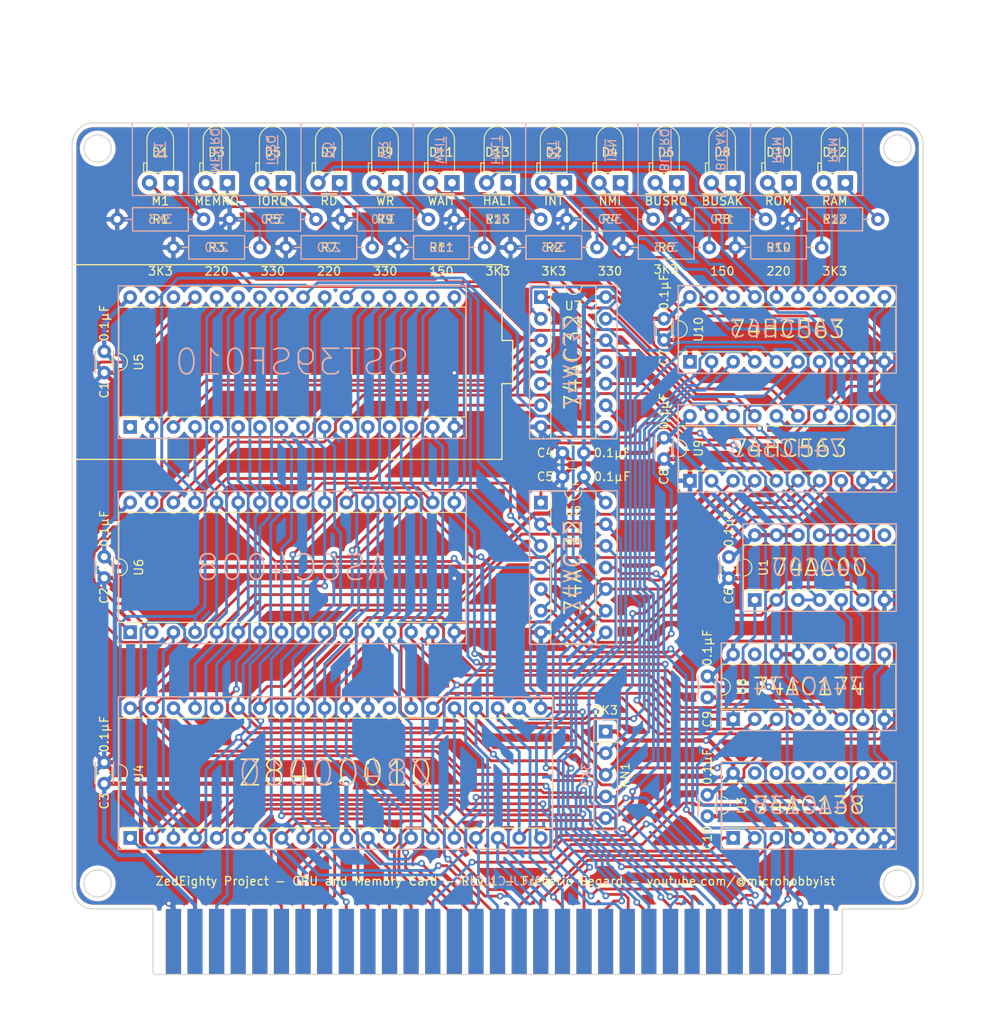
<source format=kicad_pcb>
(kicad_pcb (version 20211014) (generator pcbnew)
  (title_block (title "Processor and memory card") (date "2022-10-24") (rev "1") (company "Frédéric Segard, aka Micro Hobbyist"))
  (layers (0 "F.Cu" signal) (31 "B.Cu" signal) (34 "B.Paste" user) (35 "F.Paste" user) (36 "B.SilkS" user "B.Silkscreen") (37 "F.SilkS" user "F.Silkscreen") (38 "B.Mask" user) (39 "F.Mask" user) (44 "Edge.Cuts" user))
  (net 0 "")
  (net 1 "+5V")
  (net 2 "GND")
  (net 3 "Net-(D1-Pad1)")
  (net 4 "Net-(D1-Pad2)")
  (net 5 "Net-(D2-Pad1)")
  (net 6 "Net-(D2-Pad2)")
  (net 7 "Net-(D3-Pad1)")
  (net 8 "Net-(D3-Pad2)")
  (net 9 "Net-(D4-Pad1)")
  (net 10 "Net-(D4-Pad2)")
  (net 11 "Net-(D5-Pad1)")
  (net 12 "Net-(D5-Pad2)")
  (net 13 "Net-(D6-Pad1)")
  (net 14 "Net-(D6-Pad2)")
  (net 15 "Net-(D7-Pad1)")
  (net 16 "Net-(D7-Pad2)")
  (net 17 "Net-(D8-Pad1)")
  (net 18 "Net-(D8-Pad2)")
  (net 19 "Net-(D9-Pad1)")
  (net 20 "Net-(D9-Pad2)")
  (net 21 "Net-(D10-Pad1)")
  (net 22 "Net-(D10-Pad2)")
  (net 23 "Net-(D11-Pad1)")
  (net 24 "Net-(D11-Pad2)")
  (net 25 "Net-(D12-Pad1)")
  (net 26 "Net-(D12-Pad2)")
  (net 27 "Net-(D13-Pad1)")
  (net 28 "Net-(D13-Pad2)")
  (net 29 "/A15")
  (net 30 "/A14")
  (net 31 "/A13")
  (net 32 "/A12")
  (net 33 "/A11")
  (net 34 "/A10")
  (net 35 "/A9")
  (net 36 "/A8")
  (net 37 "/A7")
  (net 38 "/A6")
  (net 39 "/A5")
  (net 40 "/A4")
  (net 41 "/A3")
  (net 42 "/A2")
  (net 43 "/A1")
  (net 44 "/A0")
  (net 45 "/D0")
  (net 46 "/D1")
  (net 47 "/D2")
  (net 48 "/D3")
  (net 49 "/D4")
  (net 50 "/D5")
  (net 51 "/D6")
  (net 52 "/D7")
  (net 53 "/~{M1}")
  (net 54 "/~{RESET}")
  (net 55 "/CLK")
  (net 56 "/~{INT}")
  (net 57 "/~{MREQ}")
  (net 58 "/~{WR}")
  (net 59 "/~{RD}")
  (net 60 "/~{IORQ}")
  (net 61 "/~{BUSAK}")
  (net 62 "/~{HALT}")
  (net 63 "/~{BUSRQ}")
  (net 64 "/~{WAIT}")
  (net 65 "/~{NMI}")
  (net 66 "/~{CLK_SEL}")
  (net 67 "/~{IOWR}")
  (net 68 "/~{CLK}")
  (net 69 "/~{ROM_SEL}")
  (net 70 "/~{RAM_SEL}")
  (net 71 "/~{ROM_DIS}")
  (net 73 "Net-(U1-Pad10)")
  (net 74 "Net-(U2-Pad11)")
  (net 75 "/BA15")
  (net 77 "/BA16")
  (net 79 "/BA18")
  (net 81 "/~{RAM_OE}")
  (net 82 "/~{ROM_CS}")
  (net 83 "/BA17")
  (net 89 "/~{BANK_SEL}")
  (net 90 "Net-(U7-Pad2)")
  (net 91 "Net-(U7-Pad5)")
  (net 92 "Net-(U7-Pad10)")
  (net 93 "Net-(U7-Pad13)")
  (footprint "Resistor_THT:R_Axial_DIN0207_L6.3mm_D2.5mm_P10.16mm_Horizontal" (layer "F.Cu") (at 151.892 51.816 180)
    (fp_text reference "R4")
    (fp_text value "330")
  )
  (footprint "Package_DIP:DIP-40_W15.24mm_Socket" (layer "F.Cu") (at 90.429 124.465 90)
    (fp_text reference "U4")
    (fp_text value "Z84C0010")
  )
  (footprint "Capacitor_THT:C_Disc_D3.0mm_W1.6mm_P2.50mm" (layer "F.Cu") (at 87.376 67.33 -90)
    (fp_text reference "C1")
    (fp_text value "0.1µF")
  )
  (footprint "Resistor_THT:R_Axial_DIN0207_L6.3mm_D2.5mm_P10.16mm_Horizontal" (layer "F.Cu") (at 105.664 55.118 180)
    (fp_text reference "R3")
    (fp_text value "220")
  )
  (footprint "Capacitor_THT:C_Disc_D3.0mm_W1.6mm_P2.50mm" (layer "F.Cu") (at 153.162 77.47 -90)
    (fp_text reference "C8")
    (fp_text value "0.1µF")
  )
  (footprint "Capacitor_THT:C_Disc_D3.0mm_W1.6mm_P2.50mm" (layer "F.Cu") (at 87.376 118.09 90)
    (fp_text reference "C3")
    (fp_text value "0.1µF")
  )
  (footprint "LED_THT:LED_D3.0mm_Horizontal_O1.27mm_Z2.0mm_Clear" (layer "F.Cu") (at 115.042 47.529 180)
    (fp_text reference "D7")
    (fp_text value "~{RD}")
  )
  (footprint "Resistor_THT:R_Axial_DIN0207_L6.3mm_D2.5mm_P10.16mm_Horizontal" (layer "F.Cu") (at 125.476 51.816 180)
    (fp_text reference "R9")
    (fp_text value "330")
  )
  (footprint "Capacitor_THT:C_Disc_D3.0mm_W1.6mm_P2.50mm" (layer "F.Cu") (at 143.744 82.042 180)
    (fp_text reference "C5")
    (fp_text value "0.1µF")
  )
  (footprint "Package_DIP:DIP-20_W7.62mm_Socket" (layer "F.Cu") (at 156.21 82.52 90)
    (fp_text reference "U9")
    (fp_text value "74HC563")
  )
  (footprint "LED_THT:LED_D3.0mm_Horizontal_O1.27mm_Z2.0mm_Clear" (layer "F.Cu") (at 167.874 47.529 180)
    (fp_text reference "D10")
    (fp_text value "~{ROM}")
  )
  (footprint "Package_DIP:DIP-14_W7.62mm_Socket" (layer "F.Cu") (at 163.83 96.52 90)
    (fp_text reference "U1")
    (fp_text value "74AC00")
  )
  (footprint "Capacitor_THT:C_Disc_D3.0mm_W1.6mm_P2.50mm" (layer "F.Cu") (at 160.787 91.47 -90)
    (fp_text reference "C6")
    (fp_text value "0.1µF")
  )
  (footprint "Package_DIP:DIP-14_W7.62mm_Socket" (layer "F.Cu") (at 138.694 85.085)
    (fp_text reference "U2")
    (fp_text value "74AC32")
  )
  (footprint "Package_DIP:DIP-32_W15.24mm" (layer "F.Cu") (at 90.424 76.205 90)
    (fp_text reference "U5")
    (fp_text value "SST39SF010")
  )
  (footprint "Capacitor_THT:C_Disc_D3.0mm_W1.6mm_P2.50mm" (layer "F.Cu") (at 87.376 91.44 -90)
    (fp_text reference "C2")
    (fp_text value "0.1µF")
  )
  (footprint "Package_DIP:DIP-16_W7.62mm_Socket" (layer "F.Cu") (at 161.29 110.52 90)
    (fp_text reference "U8")
    (fp_text value "74AC174")
  )
  (footprint "LED_THT:LED_D3.0mm_Horizontal_O1.27mm_Z2.0mm_Clear" (layer "F.Cu") (at 95.23 47.529 180)
    (fp_text reference "D1")
    (fp_text value "~{M1}")
  )
  (footprint "Package_DIP:DIP-14_W7.62mm_Socket" (layer "F.Cu") (at 138.694 60.955)
    (fp_text reference "U7")
    (fp_text value "74AC32")
  )
  (footprint "Capacitor_THT:C_Disc_D3.0mm_W1.6mm_P2.50mm" (layer "F.Cu") (at 158.252 119.41 -90)
    (fp_text reference "C10")
    (fp_text value "0.1µF")
  )
  (footprint "LED_THT:LED_D3.0mm_Horizontal_O1.27mm_Z2.0mm_Clear" (layer "F.Cu") (at 108.438 47.529 180)
    (fp_text reference "D5")
    (fp_text value "~{IORQ}")
  )
  (footprint "Resistor_THT:R_Axial_DIN0207_L6.3mm_D2.5mm_P10.16mm_Horizontal" (layer "F.Cu") (at 118.872 55.118 180)
    (fp_text reference "R7")
    (fp_text value "220")
  )
  (footprint "Capacitor_THT:C_Disc_D3.0mm_W1.6mm_P2.50mm" (layer "F.Cu") (at 158.252 105.47 -90)
    (fp_text reference "C9")
    (fp_text value "0.1µF")
  )
  (footprint "LED_THT:LED_D3.0mm_Horizontal_O1.27mm_Z2.0mm_Clear" (layer "F.Cu") (at 121.646 47.529 180)
    (fp_text reference "D9")
    (fp_text value "~{WR}")
  )
  (footprint "0 - Library:BUS_XT" (layer "F.Cu") (at 133.604 132.802)
    (fp_text reference "J1" hide)
    (fp_text value "EDGE")
    (fp_line (start 47.5 0) (end 40.51 0) (layer "Edge.Cuts") (width 0.12))
    (fp_line (start -50 -2.5) (end -50 -89.8) (layer "Edge.Cuts") (width 0.12))
    (fp_line (start -47.5 -92.3) (end 47.5 -92.3) (layer "Edge.Cuts") (width 0.12))
    (fp_line (start -40.51 7.3) (end -40.51 0) (layer "Edge.Cuts") (width 0.12))
    (fp_line (start -47.5 0) (end -40.51 0) (layer "Edge.Cuts") (width 0.12))
    (fp_line (start 40.51 7.3) (end 40.51 0) (layer "Edge.Cuts") (width 0.12))
    (fp_line (start 50 -89.8) (end 50 -2.5) (layer "Edge.Cuts") (width 0.12))
    (fp_line (start -40.11 7.7) (end 40.11 7.7) (layer "Edge.Cuts") (width 0.12))
    (fp_arc (start -40.11 7.7) (mid -40.392843 7.582843) (end -40.51 7.3) (layer "Edge.Cuts") (width 0.12))
    (fp_arc (start 47.5 -92.3) (mid 49.267767 -91.567767) (end 50 -89.8) (layer "Edge.Cuts") (width 0.12))
    (fp_arc (start -47.5 0) (mid -49.267767 -0.732233) (end -50 -2.5) (layer "Edge.Cuts") (width 0.12))
    (fp_arc (start 40.51 7.3) (mid 40.392843 7.582843) (end 40.11 7.7) (layer "Edge.Cuts") (width 0.12))
    (fp_arc (start -50 -89.8) (mid -49.267767 -91.567767) (end -47.5 -92.3) (layer "Edge.Cuts") (width 0.12))
    (fp_arc (start 50 -2.5) (mid 49.267767 -0.732233) (end 47.5 0) (layer "Edge.Cuts") (width 0.12))
    (fp_circle (center -47 -89.3) (end -45.4 -89.3) (layer "Edge.Cuts") (width 0.12) (fill none))
    (fp_circle (center 47 -89.3) (end 48.6 -89.3) (layer "Edge.Cuts") (width 0.12) (fill none))
    (fp_circle (center 47 -3) (end 48.6 -3) (layer "Edge.Cuts") (width 0.12) (fill none))
    (fp_circle (center -47 -3) (end -45.4 -3) (layer "Edge.Cuts") (width 0.12) (fill none))
  )
  (footprint "Resistor_THT:R_Axial_DIN0207_L6.3mm_D2.5mm_P10.16mm_Horizontal" (layer "F.Cu") (at 178.308 51.816 180)
    (fp_text reference "R12")
    (fp_text value "3K3")
  )
  (footprint "LED_THT:LED_D3.0mm_Horizontal_O1.27mm_Z2.0mm_Clear" (layer "F.Cu") (at 134.854 47.529 180)
    (fp_text reference "D13")
    (fp_text value "~{HALT}")
  )
  (footprint "Resistor_THT:R_Axial_DIN0207_L6.3mm_D2.5mm_P10.16mm_Horizontal" (layer "F.Cu") (at 99.06 51.816 180)
    (fp_text reference "R1")
    (fp_text value "3K3")
  )
  (footprint "Package_DIP:DIP-16_W7.62mm_Socket" (layer "F.Cu") (at 161.29 124.46 90)
    (fp_text reference "U3")
    (fp_text value "74AC138")
  )
  (footprint "LED_THT:LED_D3.0mm_Horizontal_O1.27mm_Z2.0mm_Clear" (layer "F.Cu") (at 161.27 47.529 180)
    (fp_text reference "D8")
    (fp_text value "~{BUSAK}")
  )
  (footprint "LED_THT:LED_D3.0mm_Horizontal_O1.27mm_Z2.0mm_Clear" (layer "F.Cu") (at 101.834 47.529 180)
    (fp_text reference "D3")
    (fp_text value "~{MEMRQ}")
  )
  (footprint "LED_THT:LED_D3.0mm_Horizontal_O1.27mm_Z2.0mm_Clear" (layer "F.Cu") (at 141.458 47.529 180)
    (fp_text reference "D2")
    (fp_text value "~{INT}")
  )
  (footprint "LED_THT:LED_D3.0mm_Horizontal_O1.27mm_Z2.0mm_Clear" (layer "F.Cu") (at 154.666 47.529 180)
    (fp_text reference "D6")
    (fp_text value "~{BUSRQ}")
  )
  (footprint "Capacitor_THT:C_Disc_D3.0mm_W1.6mm_P2.50mm" (layer "F.Cu") (at 143.744 79.248 180)
    (fp_text reference "C4")
    (fp_text value "0.1µF")
  )
  (footprint "Package_DIP:DIP-20_W7.62mm_Socket" (layer "F.Cu") (at 156.215 68.55 90)
    (fp_text reference "U10")
    (fp_text value "74HC563")
  )
  (footprint "LED_THT:LED_D3.0mm_Horizontal_O1.27mm_Z2.0mm_Clear" (layer "F.Cu") (at 174.478 47.529 180)
    (fp_text reference "D12")
    (fp_text value "~{RAM}")
  )
  (footprint "LED_THT:LED_D3.0mm_Horizontal_O1.27mm_Z2.0mm_Clear" (layer "F.Cu") (at 148.062 47.529 180)
    (fp_text reference "D4")
    (fp_text value "~{NMI}")
  )
  (footprint "Resistor_THT:R_Axial_DIN0207_L6.3mm_D2.5mm_P10.16mm_Horizontal" (layer "F.Cu") (at 165.1 51.816 180)
    (fp_text reference "R8")
    (fp_text value "150")
  )
  (footprint "Resistor_THT:R_Axial_DIN0207_L6.3mm_D2.5mm_P10.16mm_Horizontal" (layer "F.Cu") (at 138.684 51.816 180)
    (fp_text reference "R13")
    (fp_text value "3K3")
  )
  (footprint "Resistor_THT:R_Axial_DIN0207_L6.3mm_D2.5mm_P10.16mm_Horizontal" (layer "F.Cu") (at 171.704 55.118 180)
    (fp_text reference "R10")
    (fp_text value "220")
  )
  (footprint "LED_THT:LED_D3.0mm_Horizontal_O1.27mm_Z2.0mm_Clear" (layer "F.Cu") (at 128.25 47.529 180)
    (fp_text reference "D11")
    (fp_text value "~{WAIT}")
  )
  (footprint "Package_DIP:DIP-32_W15.24mm" (layer "F.Cu") (at 90.424 100.31 90)
    (fp_text reference "U6")
    (fp_text value "AS6C4008")
  )
  (footprint "Resistor_THT:R_Axial_DIN0207_L6.3mm_D2.5mm_P10.16mm_Horizontal" (layer "F.Cu") (at 158.496 55.118 180)
    (fp_text reference "R6")
    (fp_text value "3K3")
  )
  (footprint "Resistor_THT:R_Axial_DIN0207_L6.3mm_D2.5mm_P10.16mm_Horizontal" (layer "F.Cu") (at 112.268 51.816 180)
    (fp_text reference "R5")
    (fp_text value "330")
  )
  (footprint "Capacitor_THT:C_Disc_D3.0mm_W1.6mm_P2.50mm" (layer "F.Cu") (at 153.162 63.5 -90)
    (fp_text reference "C7")
    (fp_text value "0.1µF")
  )
  (footprint "Resistor_THT:R_Axial_DIN0207_L6.3mm_D2.5mm_P10.16mm_Horizontal" (layer "F.Cu") (at 132.08 55.118 180)
    (fp_text reference "R11")
    (fp_text value "150")
  )
  (footprint "Resistor_THT:R_Axial_DIN0207_L6.3mm_D2.5mm_P10.16mm_Horizontal" (layer "F.Cu") (at 145.288 55.118 180)
    (fp_text reference "R2")
    (fp_text value "3K3")
  )
  (footprint "Resistor_THT:R_Array_SIP5" (layer "F.Cu") (at 146.304 111.974 -90)
    (fp_text reference "RN1")
    (fp_text value "3K3")
  )
  (gr_line (start 123.7234 55.118) (end 122.9868 55.118) (layer "B.SilkS") (width 0.15))
  (gr_rect (start 180.467 111.8616) (end 159.893 101.5746) (layer "B.SilkS") (width 0.15) (fill none))
  (gr_line (start 123.698 49.022) (end 110.49 49.022) (layer "B.SilkS") (width 0.15))
  (gr_rect (start 154.8384 69.8754) (end 180.467 59.6138) (layer "B.SilkS") (width 0.15) (fill none))
  (gr_rect (start 169.9768 53.1622) (end 176.5046 50.4444) (layer "B.SilkS") (width 0.15) (fill none))
  (gr_line (start 152.0444 66.04) (end 152.0444 63.5) (layer "B.SilkS") (width 0.15))
  (gr_line (start 156.7434 51.816) (end 156.0068 51.816) (layer "B.SilkS") (width 0.15))
  (gr_line (start 103.8606 55.118) (end 104.5972 55.118) (layer "B.SilkS") (width 0.15))
  (gr_rect (start 89.027 59.6392) (end 129.921 77.5462) (layer "B.SilkS") (width 0.15) (fill none))
  (gr_line (start 157.1625 108.0135) (end 157.1625 105.4735) (layer "B.SilkS") (width 0.15))
  (gr_rect (start 110.4646 53.1876) (end 103.9114 50.4444) (layer "B.SilkS") (width 0.15) (fill none))
  (gr_line (start 136.9314 55.118) (end 136.1948 55.118) (layer "B.SilkS") (width 0.15))
  (gr_line (start 163.322 40.64) (end 163.322 49.022) (layer "B.SilkS") (width 0.15))
  (gr_line (start 136.906 49.022) (end 123.698 49.022) (layer "B.SilkS") (width 0.15))
  (gr_rect (start 159.893 125.7808) (end 180.467 115.4938) (layer "B.SilkS") (width 0.15) (fill none))
  (gr_rect (start 156.6926 53.7464) (end 150.1394 56.4896) (layer "B.SilkS") (width 0.15) (fill none))
  (gr_line (start 163.322 49.022) (end 176.53 49.022) (layer "B.SilkS") (width 0.15))
  (gr_line (start 159.3342 105.4735) (end 159.3342 108.0135) (layer "B.SilkS") (width 0.15))
  (gr_rect (start 130.2766 53.7464) (end 123.7234 56.4896) (layer "B.SilkS") (width 0.15) (fill none))
  (gr_line (start 86.2838 91.44) (end 86.2838 93.9292) (layer "B.SilkS") (width 0.15))
  (gr_line (start 159.3596 121.92) (end 159.3596 119.4054) (layer "B.SilkS") (width 0.15))
  (gr_line (start 154.2542 77.47) (end 154.2542 79.9465) (layer "B.SilkS") (width 0.15))
  (gr_line (start 152.0444 79.9465) (end 152.0444 77.47) (layer "B.SilkS") (width 0.15))
  (gr_line (start 97.3074 55.118) (end 96.5708 55.118) (layer "B.SilkS") (width 0.15))
  (gr_rect (start 162.433 97.8408) (end 180.467 87.5792) (layer "B.SilkS") (width 0.15) (fill none))
  (gr_line (start 86.2838 67.3354) (end 86.2838 69.8246) (layer "B.SilkS") (width 0.15))
  (gr_line (start 143.4846 55.118) (end 144.2212 55.118) (layer "B.SilkS") (width 0.15))
  (gr_line (start 88.4682 93.9292) (end 88.4682 91.4146) (layer "B.SilkS") (width 0.15))
  (gr_rect (start 129.921 83.7438) (end 89.027 101.6508) (layer "B.SilkS") (width 0.15) (fill none))
  (gr_line (start 157.1498 119.4054) (end 157.1498 121.92) (layer "B.SilkS") (width 0.15))
  (gr_line (start 123.6726 51.816) (end 124.4092 51.816) (layer "B.SilkS") (width 0.15))
  (gr_rect (start 123.6726 53.1876) (end 117.1448 50.4444) (layer "B.SilkS") (width 0.15) (fill none))
  (gr_rect (start 143.4846 53.7464) (end 136.9314 56.4896) (layer "B.SilkS") (width 0.15) (fill none))
  (gr_rect (start 144.907 110.5408) (end 147.701 123.571) (layer "B.SilkS") (width 0.15) (fill none))
  (gr_line (start 110.4646 51.816) (end 111.2012 51.816) (layer "B.SilkS") (width 0.15))
  (gr_rect (start 136.8806 53.1876) (end 130.3528 50.4444) (layer "B.SilkS") (width 0.15) (fill none))
  (gr_line (start 117.1448 51.816) (end 116.3828 51.816) (layer "B.SilkS") (width 0.15))
  (gr_line (start 90.678 49.022) (end 90.678 40.64) (layer "B.SilkS") (width 0.15))
  (gr_line (start 154.2542 63.5) (end 154.2542 66.04) (layer "B.SilkS") (width 0.15))
  (gr_rect (start 103.8606 53.7464) (end 97.3074 56.4896) (layer "B.SilkS") (width 0.15) (fill none))
  (gr_line (start 150.114 49.022) (end 136.906 49.022) (layer "B.SilkS") (width 0.15))
  (gr_line (start 103.9114 51.816) (end 103.1748 51.816) (layer "B.SilkS") (width 0.15))
  (gr_line (start 150.0886 51.816) (end 150.8252 51.816) (layer "B.SilkS") (width 0.15))
  (gr_line (start 156.6926 55.118) (end 157.4292 55.118) (layer "B.SilkS") (width 0.15))
  (gr_rect (start 89.027 107.8992) (end 140.081 125.8062) (layer "B.SilkS") (width 0.15) (fill none))
  (gr_rect (start 169.9006 53.7464) (end 163.3474 56.4896) (layer "B.SilkS") (width 0.15) (fill none))
  (gr_line (start 110.5154 55.118) (end 109.7788 55.118) (layer "B.SilkS") (width 0.15))
  (gr_line (start 161.8742 93.98) (end 161.8742 91.44) (layer "B.SilkS") (width 0.15))
  (gr_line (start 176.53 49.022) (end 176.53 40.64) (layer "B.SilkS") (width 0.15))
  (gr_line (start 156.718 49.022) (end 150.114 49.022) (layer "B.SilkS") (width 0.15))
  (gr_line (start 110.49 49.022) (end 97.282 49.022) (layer "B.SilkS") (width 0.15))
  (gr_line (start 150.1394 55.118) (end 149.4028 55.118) (layer "B.SilkS") (width 0.15))
  (gr_line (start 163.3474 55.118) (end 162.6108 55.118) (layer "B.SilkS") (width 0.15))
  (gr_line (start 176.5046 51.8033) (end 177.2412 51.816) (layer "B.SilkS") (width 0.15))
  (gr_rect (start 150.0886 53.1876) (end 143.5354 50.4444) (layer "B.SilkS") (width 0.15) (fill none))
  (gr_line (start 130.302 51.816) (end 129.5908 51.816) (layer "B.SilkS") (width 0.15))
  (gr_line (start 136.906 49.022) (end 136.906 40.64) (layer "B.SilkS") (width 0.15))
  (gr_line (start 90.7034 51.816) (end 89.9668 51.816) (layer "B.SilkS") (width 0.15))
  (gr_line (start 169.9006 55.118) (end 170.6372 55.118) (layer "B.SilkS") (width 0.15))
  (gr_rect (start 97.2566 50.4444) (end 90.7034 53.1876) (layer "B.SilkS") (width 0.15) (fill none))
  (gr_line (start 97.2566 51.816) (end 97.9932 51.816) (layer "B.SilkS") (width 0.15))
  (gr_line (start 110.49 49.022) (end 110.49 40.64) (layer "B.SilkS") (width 0.15))
  (gr_line (start 117.0686 55.118) (end 117.8052 55.118) (layer "B.SilkS") (width 0.15))
  (gr_line (start 163.2966 51.816) (end 164.0332 51.816) (layer "B.SilkS") (width 0.15))
  (gr_line (start 88.4682 118.0846) (end 88.4682 115.57) (layer "B.SilkS") (width 0.15))
  (gr_rect (start 137.3632 83.693) (end 147.6502 101.727) (layer "B.SilkS") (width 0.15) (fill none))
  (gr_line (start 123.698 49.022) (end 123.698 40.64) (layer "B.SilkS") (width 0.15))
  (gr_line (start 163.322 49.022) (end 156.718 49.022) (layer "B.SilkS") (width 0.15))
  (gr_line (start 159.6898 91.44) (end 159.6898 93.98) (layer "B.SilkS") (width 0.15))
  (gr_rect (start 163.2966 50.4444) (end 156.7434 53.1876) (layer "B.SilkS") (width 0.15) (fill none))
  (gr_line (start 169.9768 51.8033) (end 169.2148 51.816) (layer "B.SilkS") (width 0.15))
  (gr_line (start 86.2838 115.5954) (end 86.2838 118.0846) (layer "B.SilkS") (width 0.15))
  (gr_line (start 88.4682 69.8246) (end 88.4682 67.31) (layer "B.SilkS") (width 0.15))
  (gr_line (start 97.282 49.022) (end 97.282 40.64) (layer "B.SilkS") (width 0.15))
  (gr_line (start 97.282 49.022) (end 90.678 49.022) (layer "B.SilkS") (width 0.15))
  (gr_line (start 150.114 49.022) (end 150.114 40.64) (layer "B.SilkS") (width 0.15))
  (gr_rect (start 137.3632 59.563) (end 147.6502 77.597) (layer "B.SilkS") (width 0.15) (fill none))
  (gr_rect (start 180.467 83.8454) (end 154.813 73.5838) (layer "B.SilkS") (width 0.15) (fill none))
  (gr_rect (start 117.0686 53.7464) (end 110.5154 56.4896) (layer "B.SilkS") (width 0.15) (fill none))
  (gr_line (start 143.5354 51.816) (end 142.7988 51.816) (layer "B.SilkS") (width 0.15))
  (gr_line (start 136.8806 51.816) (end 137.6172 51.816) (layer "B.SilkS") (width 0.15))
  (gr_line (start 130.2766 55.118) (end 131.0132 55.118) (layer "B.SilkS") (width 0.15))
  (gr_line (start 134.112 66.04) (end 135.382 66.04) (layer "F.SilkS") (width 0.15))
  (gr_line (start 83.82 57.15) (end 134.112 57.15) (layer "F.SilkS") (width 0.15))
  (gr_line (start 134.112 71.12) (end 134.112 80.01) (layer "F.SilkS") (width 0.15))
  (gr_line (start 135.382 71.12) (end 134.112 71.12) (layer "F.SilkS") (width 0.15))
  (gr_line (start 135.382 66.04) (end 135.382 71.12) (layer "F.SilkS") (width 0.15))
  (gr_line (start 134.112 57.15) (end 134.112 66.04) (layer "F.SilkS") (width 0.15))
  (gr_line (start 134.112 80.01) (end 83.82 80.01) (layer "F.SilkS") (width 0.15))
  (gr_text "150" (at 127 55.118) (layer "B.SilkS") (effects (font (size 1 1)) (justify mirror)))
  (gr_text "3K3" (at 133.604 51.816) (layer "B.SilkS") (effects (font (size 1 1)) (justify mirror)))
  (gr_text "74AC32" (at 142.24 92.71 270) (layer "B.SilkS") (effects (font (size 2 2) (thickness 0.2)) (justify mirror)))
  (gr_text "Z84C0010" (at 114.554 116.84) (layer "B.SilkS") (effects (font (size 3 3) (thickness 0.2)) (justify mirror)))
  (gr_text "74HC563" (at 167.64 78.74) (layer "B.SilkS") (effects (font (size 2 2) (thickness 0.2)) (justify mirror)))
  (gr_text "220" (at 166.624 55.118) (layer "B.SilkS") (effects (font (size 1 1)) (justify mirror)))
  (gr_text "AS6C4008" (at 109.474 92.71) (layer "B.SilkS") (effects (font (size 3 3) (thickness 0.2)) (justify mirror)))
  (gr_text "74AC138" (at 170.18 120.65) (layer "B.SilkS") (effects (font (size 2 2) (thickness 0.2)) (justify mirror)))
  (gr_text "74AC00" (at 171.45 92.71) (layer "B.SilkS") (effects (font (size 2 2) (thickness 0.2)) (justify mirror)))
  (gr_text "330" (at 107.188 51.816) (layer "B.SilkS") (effects (font (size 1 1)) (justify mirror)))
  (gr_text "220" (at 113.792 55.118) (layer "B.SilkS") (effects (font (size 1 1)) (justify mirror)))
  (gr_text "3K3" (at 144.018 117.0559 90) (layer "B.SilkS") (effects (font (size 1 1)) (justify mirror)))
  (gr_text "JLCJLCJLCJLC" (at 133.604 129.54) (layer "B.SilkS") (effects (font (size 1 1)) (justify mirror)))
  (gr_text "3K3" (at 93.98 51.816) (layer "B.SilkS") (effects (font (size 1 1)) (justify mirror)))
  (gr_text "3K3" (at 173.228 51.816) (layer "B.SilkS") (effects (font (size 1 1)) (justify mirror)))
  (gr_text "150" (at 160.02 51.816) (layer "B.SilkS") (effects (font (size 1 1)) (justify mirror)))
  (gr_text "220" (at 100.584 55.118) (layer "B.SilkS") (effects (font (size 1 1)) (justify mirror)))
  (gr_text "74HC563" (at 167.64 64.643) (layer "B.SilkS") (effects (font (size 2 2) (thickness 0.2)) (justify mirror)))
  (gr_text "3K3" (at 153.416 55.118) (layer "B.SilkS") (effects (font (size 1 1)) (justify mirror)))
  (gr_text "330" (at 146.812 51.816) (layer "B.SilkS") (effects (font (size 1 1)) (justify mirror)))
  (gr_text "330" (at 120.142 51.816) (layer "B.SilkS") (effects (font (size 1 1)) (justify mirror)))
  (gr_text "SST39SF010" (at 109.474 68.58) (layer "B.SilkS") (effects (font (size 3 3) (thickness 0.2)) (justify mirror)))
  (gr_text "3K3" (at 140.208 55.118) (layer "B.SilkS") (effects (font (size 1 1)) (justify mirror)))
  (gr_text "74AC174" (at 170.18 106.68) (layer "B.SilkS") (effects (font (size 2 2) (thickness 0.2)) (justify mirror)))
  (gr_text "74AC32" (at 142.24 68.707 270) (layer "B.SilkS") (effects (font (size 2 2) (thickness 0.2)) (justify mirror)))
  (gr_text "~{BUSRQ}" (at 153.416 49.657) (layer "F.SilkS") (effects (font (size 1 1))))
  (gr_text "~{HALT}" (at 133.604 49.63468) (layer "F.SilkS") (effects (font (size 1 1))))
  (gr_text "~{IORQ}" (at 107.188 49.657) (layer "F.SilkS") (effects (font (size 1 1))))
  (gr_text "~{MEMRQ}" (at 100.584 49.657) (layer "F.SilkS") (effects (font (size 1 1))))
  (gr_text "~{ROM}" (at 166.624 49.657) (layer "F.SilkS") (effects (font (size 1 1))))
  (gr_text "ZedEighty Project - CPU and Memory Card - Rev 1 - Frédéric Segard - youtube.com/@microhobbyist" (at 133.35 129.54) (layer "F.SilkS") (effects (font (size 1 1))))
  (gr_text "~{WAIT}" (at 127 49.657) (layer "F.SilkS") (effects (font (size 1 1))))
  (gr_text "~{INT}" (at 140.208 49.657) (layer "F.SilkS") (effects (font (size 1 1))))
  (gr_text "~{WR}" (at 120.396 49.657) (layer "F.SilkS") (effects (font (size 1 1))))
  (gr_text "~{M1}" (at 93.98 49.657) (layer "F.SilkS") (effects (font (size 1 1))))
  (gr_text "~{BUSAK}" (at 160.02 49.657) (layer "F.SilkS") (effects (font (size 1 1))))
  (gr_text "~{NMI}" (at 146.812 49.657) (layer "F.SilkS") (effects (font (size 1 1))))
  (gr_text "~{RAM}" (at 173.228 49.657) (layer "F.SilkS") (effects (font (size 1 1))))
  (gr_text "~{RD}" (at 113.792 49.657) (layer "F.SilkS") (effects (font (size 1 1))))
  (segment (start 88.5549 92.6189) (end 131.7002 92.6189) (width 0.5) (layer "F.Cu") (net 1))
  (segment (start 158.4881 113.0221) (end 161.29 115.824) (width 0.5) (layer "F.Cu") (net 1))
  (segment (start 146.304 111.974) (end 147.5543 111.974) (width 0.5) (layer "F.Cu") (net 1))
  (segment (start 87.376 91.44) (end 88.5549 92.6189) (width 0.5) (layer "F.Cu") (net 1))
  (segment (start 91.699 118.09) (end 115.804 118.09) (width 0.5) (layer "F.Cu") (net 1))
  (segment (start 115.804 118.09) (end 115.824 118.11) (width 0.5) (layer "F.Cu") (net 1))
  (segment (start 163.83 88.9) (end 166.37 88.9) (width 0.5) (layer "F.Cu") (net 1))
  (segment (start 131.7002 92.6189) (end 137.9445 86.3746) (width 0.5) (layer "F.Cu") (net 1))
  (segment (start 151.384 79.248) (end 143.744 79.248) (width 0.5) (layer "F.Cu") (net 1))
  (segment (start 153.162 63.5) (end 150.1093 63.5) (width 0.5) (layer "F.Cu") (net 1))
  (segment (start 161.29 115.824) (end 161.29 116.84) (width 0.5) (layer "F.Cu") (net 1))
  (segment (start 91.699 125.0361) (end 98.044 131.3811) (width 0.5) (layer "F.Cu") (net 1))
  (segment (start 143.744 82.29) (end 143.744 82.042) (width 0.5) (layer "F.Cu") (net 1))
  (segment (start 139.6594 86.3746) (end 143.744 82.29) (width 0.5) (layer "F.Cu") (net 1))
  (segment (start 146.314 60.955) (end 147.5643 60.955) (width 0.5) (layer "F.Cu") (net 1))
  (segment (start 169.164 132.3517) (end 169.164 132.1702) (width 0.5) (layer "F.Cu") (net 1))
  (segment (start 137.9445 86.3746) (end 139.6594 86.3746) (width 0.5) (layer "F.Cu") (net 1))
  (segment (start 150.1093 63.5) (end 147.5643 60.955) (width 0.5) (layer "F.Cu") (net 1))
  (segment (start 169.164 136.612) (end 169.164 132.3517) (width 0.5) (layer "F.Cu") (net 1))
  (segment (start 98.044 131.3811) (end 98.044 136.612) (width 0.5) (layer "F.Cu") (net 1))
  (segment (start 166.37 88.9) (end 168.91 88.9) (width 0.5) (layer "F.Cu") (net 1))
  (segment (start 158.1127 113.0221) (end 158.4881 113.0221) (width 0.5) (layer "F.Cu") (net 1))
  (segment (start 158.1127 113.0221) (end 148.6024 113.0221) (width 0.5) (layer "F.Cu") (net 1))
  (segment (start 153.162 77.47) (end 151.384 79.248) (width 0.5) (layer "F.Cu") (net 1))
  (segment (start 87.376 118.09) (end 91.699 118.09) (width 0.5) (layer "F.Cu") (net 1))
  (segment (start 91.699 118.09) (end 91.699 125.0361) (width 0.5) (layer "F.Cu") (net 1))
  (segment (start 148.6024 113.0221) (end 147.5543 111.974) (width 0.5) (layer "F.Cu") (net 1))
  (via (at 169.164 132.1702) (size 0.8) (drill 0.4) (layers "F.Cu" "B.Cu") (net 1))
  (via (at 158.1127 113.0221) (size 0.8) (drill 0.4) (layers "F.Cu" "B.Cu") (net 1))
  (via (at 115.824 118.11) (size 0.8) (drill 0.4) (layers "F.Cu" "B.Cu") (net 1))
  (segment (start 162.2858 90.4442) (end 163.0579 89.6721) (width 0.5) (layer "B.Cu") (net 1))
  (segment (start 162.2858 100.6539) (end 161.29 101.6497) (width 0.5) (layer "B.Cu") (net 1))
  (segment (start 153.64 77.47) (end 157.4604 81.2904) (width 0.5) (layer "B.Cu") (net 1))
  (segment (start 167.6204 130.3657) (end 167.6204 123.1704) (width 0.5) (layer "B.Cu") (net 1))
  (segment (start 143.744 61.996) (end 144.785 60.955) (width 0.5) (layer "B.Cu") (net 1))
  (segment (start 169.164 131.9093) (end 167.6204 130.3657) (width 0.5) (layer "B.Cu") (net 1))
  (segment (start 153.64 77.47) (end 156.21 74.9) (width 0.5) (layer "B.Cu") (net 1))
  (segment (start 87.376 67.33) (end 87.376 64.013) (width 0.5) (layer "B.Cu") (net 1))
  (segment (start 153.162 77.47) (end 153.64 77.47) (width 0.5) (layer "B.Cu") (net 1))
  (segment (start 163.0579 89.6721) (end 163.83 88.9) (width 0.5) (layer "B.Cu") (net 1))
  (segment (start 87.376 64.013) (end 90.424 60.965) (width 0.5) (layer "B.Cu") (net 1))
  (segment (start 88.7139 86.7801) (end 90.424 85.07) (width 0.5) (layer "B.Cu") (net 1))
  (segment (start 161.29 102.9) (end 161.29 101.6497) (width 0.5) (layer "B.Cu") (net 1))
  (segment (start 144.785 60.955) (end 146.314 60.955) (width 0.5) (layer "B.Cu") (net 1))
  (segment (start 158.252 105.47) (end 158.486 105.47) (width 0.5) (layer "B.Cu") (net 1))
  (segment (start 87.376 124.714) (end 87.376 118.09) (width 0.5) (layer "B.Cu") (net 1))
  (segment (start 159.5333 111.6015) (end 158.1127 113.0221) (width 0.5) (layer "B.Cu") (net 1))
  (segment (start 157.4604 84.0746) (end 163.0579 89.6721) (width 0.5) (layer "B.Cu") (net 1))
  (segment (start 160.787 91.47) (end 161.26 91.47) (width 0.5) (layer "B.Cu") (net 1))
  (segment (start 159.5333 106.5173) (end 159.5333 111.6015) (width 0.5) (layer "B.Cu") (net 1))
  (segment (start 153.162 63.5) (end 153.645 63.5) (width 0.5) (layer "B.Cu") (net 1))
  (segment (start 92.1798 126.4875) (end 89.1495 126.4875) (width 0.5) (layer "B.Cu") (net 1))
  (segment (start 87.376 118.09) (end 88.6263 116.8397) (width 0.5) (layer "B.Cu") (net 1))
  (segment (start 88.7139 68.6679) (end 87.376 67.33) (width 0.5) (layer "B.Cu") (net 1))
  (segment (start 88.7139 86.7801) (end 88.7139 68.6679) (width 0.5) (layer "B.Cu") (net 1))
  (segment (start 98.044 136.612) (end 98.044 132.3517) (width 0.5) (layer "B.Cu") (net 1))
  (segment (start 158.72 105.47) (end 161.29 102.9) (width 0.5) (layer "B.Cu") (net 1))
  (segment (start 98.044 132.3517) (end 92.1798 126.4875) (width 0.5) (layer "B.Cu") (net 1))
  (segment (start 87.376 88.118) (end 88.7139 86.7801) (width 0.5) (layer "B.Cu") (net 1))
  (segment (start 87.376 91.44) (end 87.376 88.118) (width 0.5) (layer "B.Cu") (net 1))
  (segment (start 143.744 82.042) (end 143.744 79.248) (width 0.5) (layer "B.Cu") (net 1))
  (segment (start 88.6263 116.8397) (end 88.6263 92.6903) (width 0.5) (layer "B.Cu") (net 1))
  (segment (start 89.1495 126.4875) (end 87.376 124.714) (width 0.5) (layer "B.Cu") (net 1))
  (segment (start 158.486 105.47) (end 158.72 105.47) (width 0.5) (layer "B.Cu") (net 1))
  (segment (start 157.4604 81.2904) (end 157.4604 84.0746) (width 0.5) (layer "B.Cu") (net 1))
  (segment (start 143.744 82.515) (end 146.314 85.085) (width 0.5) (layer "B.Cu") (net 1))
  (segment (start 158.486 105.47) (end 159.5333 106.5173) (width 0.5) (layer "B.Cu") (net 1))
  (segment (start 158.252 119.41) (end 158.72 119.41) (width 0.5) (layer "B.Cu") (net 1))
  (segment (start 88.6263 92.6903) (end 87.376 91.44) (width 0.5) (layer "B.Cu") (net 1))
  (segment (start 153.645 63.5) (end 156.215 60.93) (width 0.5) (layer "B.Cu") (net 1))
  (segment (start 143.744 79.248) (end 143.744 61.996) (width 0.5) (layer "B.Cu") (net 1))
  (segment (start 162.2858 90.4442) (end 162.2858 100.6539) (width 0.5) (layer "B.Cu") (net 1))
  (segment (start 115.824 118.11) (end 115.829 118.115) (width 0.5) (layer "B.Cu") (net 1))
  (segment (start 169.164 132.1702) (end 169.164 131.9093) (width 0.5) (layer "B.Cu") (net 1))
  (segment (start 158.72 119.41) (end 161.29 116.84) (width 0.5) (layer "B.Cu") (net 1))
  (segment (start 167.6204 123.1704) (end 161.29 116.84) (width 0.5) (layer "B.Cu") (net 1))
  (segment (start 161.26 91.47) (end 162.2858 90.4442) (width 0.5) (layer "B.Cu") (net 1))
  (segment (start 169.164 136.612) (end 169.164 132.1702) (width 0.5) (layer "B.Cu") (net 1))
  (segment (start 143.744 82.042) (end 143.744 82.515) (width 0.5) (layer "B.Cu") (net 1))
  (segment (start 115.829 118.115) (end 115.829 124.465) (width 0.5) (layer "B.Cu") (net 1))
  (segment (start 166.7647 107.97) (end 177.7804 107.97) (width 0.5) (layer "F.Cu") (net 2))
  (segment (start 156.215 66.035) (end 156.25 66) (width 0.5) (layer "F.Cu") (net 2))
  (segment (start 95.504 136.612) (end 95.504 132.6877) (width 0.5) (layer "F.Cu") (net 2))
  (segment (start 171.704 131.826) (end 179.07 124.46) (width 0.5) (layer "F.Cu") (net 2))
  (segment (start 158.252 107.97) (end 166.35 107.97) (width 0.5) (layer "F.Cu") (net 2))
  (segment (start 115.316 51.816) (end 114.0657 51.816) (width 0.5) (layer "F.Cu") (net 2))
  (segment (start 117.3677 51.816) (end 115.316 51.816) (width 0.5) (layer "F.Cu") (net 2))
  (segment (start 179.07 123.19) (end 179.07 124.46) (width 0.5) (layer "F.Cu") (net 2))
  (segment (start 107.4617 55.118) (end 104.1597 51.816) (width 0.5) (layer "F.Cu") (net 2))
  (segment (start 171.704 136.612) (end 171.704 131.826) (width 0.5) (layer "F.Cu") (net 2))
  (segment (start 156.9917 51.816) (end 160.2937 55.118) (width 0.5) (layer "F.Cu") (net 2))
  (segment (start 179.07 96.52) (end 179.07 97.7703) (width 0.5) (layer "F.Cu") (net 2))
  (segment (start 137.4337 76.205) (end 137.4437 76.195) (width 0.5) (layer "F.Cu") (net 2))
  (segment (start 138.694 100.325) (end 137.4437 100.325) (width 0.5) (layer "F.Cu") (net 2))
  (segment (start 104.1597 51.816) (end 102.108 51.816) (width 0.5) (layer "F.Cu") (net 2))
  (segment (start 86.0976 123.2813) (end 94.9639 132.1476) (width 0.5) (layer "F.Cu") (net 2))
  (segment (start 161.544 55.118) (end 160.2937 55.118) (width 0.5) (layer "F.Cu") (net 2))
  (segment (start 120.6697 55.118) (end 117.3677 51.816) (width 0.5) (layer "F.Cu") (net 2))
  (segment (start 154.94 51.816) (end 153.6897 51.816) (width 0.5) (layer "F.Cu") (net 2))
  (segment (start 95.504 132.6877) (end 94.9639 132.1476) (width 0.5) (layer "F.Cu") (net 2))
  (segment (start 158.252 121.91) (end 177.79 121.91) (width 0.5) (layer "F.Cu") (net 2))
  (segment (start 129.7743 76.205) (end 137.4337 76.205) (width 0.5) (layer "F.Cu") (net 2))
  (segment (start 156.21 80.01) (end 156.17 79.97) (width 0.5) (layer "F.Cu") (net 2))
  (segment (start 156.17 79.97) (end 156.3904 79.97) (width 0.5) (layer "F.Cu") (net 2))
  (segment (start 95.504 55.118) (end 94.2537 55.118) (width 0.5) (layer "F.Cu") (net 2))
  (segment (start 152.6336 80.4984) (end 142.4944 80.4984) (width 0.5) (layer "F.Cu") (net 2))
  (segment (start 179.07 95.25) (end 179.07 96.52) (width 0.5) (layer "F.Cu") (net 2))
  (segment (start 87.376 93.94) (end 128.484 93.94) (width 0.5) (layer "F.Cu") (net 2))
  (segment (start 92.964 69.83) (end 92.964 76.205) (width 0.5) (layer "F.Cu") (net 2))
  (segment (start 166.37 107.95) (end 166.35 107.97) (width 0.5) (layer "F.Cu") (net 2))
  (segment (start 148.336 55.118) (end 150.3877 55.118) (width 0.5) (layer "F.Cu") (net 2))
  (segment (start 179.07 109.22) (end 179.07 110.52) (width 0.5) (layer "F.Cu") (net 2))
  (segment (start 128.504 69.83) (end 128.524 69.85) (width 0.5) (layer "F.Cu") (net 2))
  (segment (start 177.7804 107.97) (end 177.82 107.97) (width 0.5) (layer "F.Cu") (net 2))
  (segment (start 150.3877 55.118) (end 153.6897 51.816) (width 0.5) (layer "F.Cu") (net 2))
  (segment (start 179.075 67.061) (end 179.075 68.55) (width 0.5) (layer "F.Cu") (net 2))
  (segment (start 179.07 81.28) (end 179.07 82.52) (width 0.5) (layer "F.Cu") (net 2))
  (segment (start 177.76 79.97) (end 179.07 81.28) (width 0.5) (layer "F.Cu") (net 2))
  (segment (start 176.53 82.52) (end 179.07 82.52) (width 0.5) (layer "F.Cu") (net 2))
  (segment (start 178.014 66) (end 179.075 67.061) (width 0.5) (layer "F.Cu") (net 2))
  (segment (start 166.35 107.97) (end 166.7647 107.97) (width 0.5) (layer "F.Cu") (net 2))
  (segment (start 176.535 68.55) (end 179.075 68.55) (width 0.5) (layer "F.Cu") (net 2))
  (segment (start 128.524 76.205) (end 129.7743 76.205) (width 0.5) (layer "F.Cu") (net 2))
  (segment (start 137.4287 100.31) (end 129.7743 100.31) (width 0.5) (layer "F.Cu") (net 2))
  (segment (start 155.5085 66) (end 156.25 66) (width 0.5) (layer "F.Cu") (net 2))
  (segment (start 87.376 115.59) (end 86.0976 116.8684) (width 0.5) (layer "F.Cu") (net 2))
  (segment (start 153.162 66) (end 155.5085 66) (width 0.5) (layer "F.Cu") (net 2))
  (segment (start 156.25 66) (end 178.014 66) (width 0.5) (layer "F.Cu") (net 2))
  (segment (start 173.995 68.55) (end 176.535 68.55) (width 0.5) (layer "F.Cu") (net 2))
  (segment (start 153.162 79.97) (end 156.17 79.97) (width 0.5) (layer "F.Cu") (net 2))
  (segment (start 88.9 51.816) (end 90.9517 51.816) (width 0.5) (layer "F.Cu") (net 2))
  (segment (start 90.9517 51.816) (end 94.2537 55.118) (width 0.5) (layer "F.Cu") (net 2))
  (segment (start 108.712 55.118) (end 107.4617 55.118) (width 0.5) (layer "F.Cu") (net 2))
  (segment (start 128.484 93.94) (end 128.524 93.98) (width 0.5) (layer "F.Cu") (net 2))
  (segment (start 177.79 121.91) (end 179.07 123.19) (width 0.5) (layer "F.Cu") (net 2))
  (segment (start 166.37 102.9) (end 166.37 107.95) (width 0.5) (layer "F.Cu") (net 2))
  (segment (start 137.4437 100.325) (end 137.4287 100.31) (width 0.5) (layer "F.Cu") (net 2))
  (segment (start 110.7637 55.118) (end 114.0657 51.816) (width 0.5) (layer "F.Cu") (net 2))
  (segment (start 156.3904 79.97) (end 177.76 79.97) (width 0.5) (layer "F.Cu") (net 2))
  (segment (start 177.7804 99.0599) (end 177.7804 107.97) (width 0.5) (layer "F.Cu") (net 2))
  (segment (start 130.5757 51.816) (end 128.524 51.816) (width 0.5) (layer "F.Cu") (net 2))
  (segment (start 87.376 69.83) (end 92.964 69.83) (width 0.5) (layer "F.Cu") (net 2))
  (segment (start 177.79 93.97) (end 179.07 95.25) (width 0.5) (layer "F.Cu") (net 2))
  (segment (start 156.215 68.55) (end 156.215 66.035) (width 0.5) (layer "F.Cu") (net 2))
  (segment (start 128.524 100.31) (end 129.7743 100.31) (width 0.5) (layer "F.Cu") (net 2))
  (segment (start 154.94 51.816) (end 156.9917 51.816) (width 0.5) (layer "F.Cu") (net 2))
  (segment (start 121.92 55.118) (end 120.6697 55.118) (width 0.5) (layer "F.Cu") (net 2))
  (segment (start 92.964 69.83) (end 128.504 69.83) (width 0.5) (layer "F.Cu") (net 2))
  (segment (start 86.0976 116.8684) (end 86.0976 123.2813) (width 0.5) (layer "F.Cu") (net 2))
  (segment (start 156.21 82.52) (end 156.21 80.01) (width 0.5) (layer "F.Cu") (net 2))
  (segment (start 135.128 55.118) (end 133.8777 55.118) (width 0.5) (layer "F.Cu") (net 2))
  (segment (start 179.07 97.7703) (end 177.7804 99.0599) (width 0.5) (layer "F.Cu") (net 2))
  (segment (start 138.694 76.195) (end 137.4437 76.195) (width 0.5) (layer "F.Cu") (net 2))
  (segment (start 133.8777 55.118) (end 130.5757 51.816) (width 0.5) (layer "F.Cu") (net 2))
  (segment (start 142.4944 80.4984) (end 141.244 79.248) (width 0.5) (layer "F.Cu") (net 2))
  (segment (start 87.376 115.59) (end 118.344 115.59) (width 0.5) (layer "F.Cu") (net 2))
  (segment (start 160.787 93.97) (end 177.79 93.97) (width 0.5) (layer "F.Cu") (net 2))
  (segment (start 108.712 55.118) (end 110.7637 55.118) (width 0.5) (layer "F.Cu") (net 2))
  (segment (start 166.37 102.9) (end 168.91 102.9) (width 0.5) (layer "F.Cu") (net 2))
  (segment (start 153.162 79.97) (end 152.6336 80.4984) (width 0.5) (layer "F.Cu") (net 2))
  (segment (start 177.82 107.97) (end 179.07 109.22) (width 0.5) (layer "F.Cu") (net 2))
  (via (at 118.344 115.59) (size 0.8) (drill 0.4) (layers "F.Cu" "B.Cu") (net 2))
  (via (at 128.524 93.98) (size 0.8) (drill 0.4) (layers "F.Cu" "B.Cu") (net 2))
  (via (at 128.524 69.85) (size 0.8) (drill 0.4) (layers "F.Cu" "B.Cu") (net 2))
  (via (at 94.9639 132.1476) (size 0.8) (drill 0.4) (layers "F.Cu" "B.Cu") (net 2))
  (segment (start 128.524 93.98) (end 128.524 100.31) (width 0.5) (layer "B.Cu") (net 2))
  (segment (start 171.704 131.826) (end 179.07 124.46) (width 0.5) (layer "B.Cu") (net 2))
  (segment (start 138.43 55.118) (end 141.732 51.816) (width 0.5) (layer "B.Cu") (net 2))
  (segment (start 179.07 124.46) (end 179.07 123.2097) (width 0.5) (layer "B.Cu") (net 2))
  (segment (start 121.92 55.118) (end 125.222 55.118) (width 0.5) (layer "B.Cu") (net 2))
  (segment (start 179.07 111.7703) (end 180.3441 113.0444) (width 0.5) (layer "B.Cu") (net 2))
  (segment (start 95.504 55.118) (end 98.806 55.118) (width 0.5) (layer "B.Cu") (net 2))
  (segment (start 179.07 110.52) (end 179.07 111.7703) (width 0.5) (layer "B.Cu") (net 2))
  (segment (start 171.704 136.612) (end 171.704 131.826) (width 0.5) (layer "B.Cu") (net 2))
  (segment (start 164.846 55.118) (end 168.148 51.816) (width 0.5) (layer "B.Cu") (net 2))
  (segment (start 128.524 69.85) (end 128.524 76.205) (width 0.5) (layer "B.Cu") (net 2))
  (segment (start 177.8 73.5183) (end 177.8 79.9997) (width 0.5) (layer "B.Cu") (net 2))
  (segment (start 138.694 76.698) (end 141.244 79.248) (width 0.5) (layer "B.Cu") (net 2))
  (segment (start 140.213 100.325) (end 138.694 100.325) (width 0.5) (layer "B.Cu") (net 2))
  (segment (start 180.3441 113.0444) (end 180.3441 121.9356) (width 0.5) (layer "B.Cu") (net 2))
  (segment (start 141.244 99.294) (end 140.213 100.325) (width 0.5) (layer "B.Cu") (net 2))
  (segment (start 177.8 79.9997) (end 179.07 81.2697) (width 0.5) (layer "B.Cu") (net 2))
  (segment (start 118.369 109.225) (end 118.369 115.565) (width 0.5) (layer "B.Cu") (net 2))
  (segment (start 141.244 82.042) (end 141.244 99.294) (width 0.5) (layer "B.Cu") (net 2))
  (segment (start 153.162 66) (end 148.336 61.174) (width 0.5) (layer "B.Cu") (net 2))
  (segment (start 95.504 132.6877) (end 94.9639 132.1476) (width 0.5) (layer "B.Cu") (net 2))
  (segment (start 161.544 55.118) (end 164.846 55.118) (width 0.5) (layer "B.Cu") (net 2))
  (segment (start 148.336 55.118) (end 148.336 56.3683) (width 0.5) (layer "B.Cu") (net 2))
  (segment (start 95.504 136.612) (end 95.504 132.6877) (width 0.5) (layer "B.Cu") (net 2))
  (segment (start 148.336 57.404) (end 148.336 56.3683) (width 0.5) (layer "B.Cu") (net 2))
  (segment (start 140.716 57.404) (end 148.336 57.404) (width 0.5) (layer "B.Cu") (net 2))
  (segment (start 179.07 82.52) (end 179.07 81.2697) (width 0.5) (layer "B.Cu") (net 2))
  (segment (start 138.694 76.195) (end 138.694 76.698) (width 0.5) (layer "B.Cu") (net 2))
  (segment (start 141.244 82.042) (end 141.244 79.248) (width 0.5) (layer "B.Cu") (net 2))
  (segment (start 87.376 93.94) (end 87.376 115.59) (width 0.5) (layer "B.Cu") (net 2))
  (segment (start 135.128 55.118) (end 138.43 55.118) (width 0.5) (layer "B.Cu") (net 2))
  (segment (start 156.21 89.393) (end 156.21 82.52) (width 0.5) (layer "B.Cu") (net 2))
  (segment (start 176.535 72.2533) (end 177.8 73.5183) (width 0.5) (layer "B.Cu") (net 2))
  (segment (start 98.806 55.118) (end 102.108 51.816) (width 0.5) (layer "B.Cu") (net 2))
  (segment (start 176.535 68.55) (end 176.535 72.2533) (width 0.5) (layer "B.Cu") (net 2))
  (segment (start 125.222 55.118) (end 128.524 51.816) (width 0.5) (layer "B.Cu") (net 2))
  (segment (start 138.43 55.118) (end 140.716 57.404) (width 0.5) (layer "B.Cu") (net 2))
  (segment (start 148.336 61.174) (end 148.336 57.404) (width 0.5) (layer "B.Cu") (net 2))
  (segment (start 180.3441 121.9356) (end 179.07 123.2097) (width 0.5) (layer "B.Cu") (net 2))
  (segment (start 118.369 115.565) (end 118.344 115.59) (width 0.5) (layer "B.Cu") (net 2))
  (segment (start 160.787 93.97) (end 156.21 89.393) (width 0.5) (layer "B.Cu") (net 2))
  (segment (start 95.23 47.529) (end 95.23 47.986) (width 0.333) (layer "B.Cu") (net 3))
  (segment (start 95.23 47.986) (end 99.06 51.816) (width 0.333) (layer "B.Cu") (net 3))
  (segment (start 131.5327 59.6967) (end 136.6933 64.8573) (width 0.333) (layer "F.Cu") (net 4))
  (segment (start 141.2162 64.8573) (end 143.5695 67.2106) (width 0.333) (layer "F.Cu") (net 4))
  (segment (start 104.8577 59.6967) (end 131.5327 59.6967) (width 0.333) (layer "F.Cu") (net 4))
  (segment (start 158.75 74.9) (end 157.43135 73.58135) (width 0.333) (layer "F.Cu") (net 4))
  (segment (start 150.1719 67.2106) (end 156.54265 73.58135) (width 0.333) (layer "F.Cu") (net 4))
  (segment (start 136.6933 64.8573) (end 141.2162 64.8573) (width 0.333) (layer "F.Cu") (net 4))
  (segment (start 92.69 47.529) (end 104.8577 59.6967) (width 0.333) (layer "F.Cu") (net 4))
  (segment (start 143.5695 67.2106) (end 150.1719 67.2106) (width 0.333) (layer "F.Cu") (net 4))
  (segment (start 157.43135 73.58135) (end 156.54265 73.58135) (width 0.333) (layer "F.Cu") (net 4))
  (segment (start 145.288 52.6258) (end 141.458 48.7958) (width 0.333) (layer "B.Cu") (net 5))
  (segment (start 145.288 55.118) (end 145.288 52.6258) (width 0.333) (layer "B.Cu") (net 5))
  (segment (start 141.458 47.529) (end 141.458 48.7958) (width 0.333) (layer "B.Cu") (net 5))
  (segment (start 146.812 55.2484) (end 146.812 54.9689) (width 0.333) (layer "F.Cu") (net 6))
  (segment (start 140.5622 49.1732) (end 138.918 47.529) (width 0.333) (layer "F.Cu") (net 6))
  (segment (start 147.8535 56.2899) (end 146.812 55.2484) (width 0.333) (layer "F.Cu") (net 6))
  (segment (start 146.812 54.9689) (end 141.0163 49.1732) (width 0.333) (layer "F.Cu") (net 6))
  (segment (start 157.5882 60.93) (end 157.5882 60.6383) (width 0.333) (layer "F.Cu") (net 6))
  (segment (start 153.2398 56.2899) (end 147.8535 56.2899) (width 0.333) (layer "F.Cu") (net 6))
  (segment (start 141.0163 49.1732) (end 140.5622 49.1732) (width 0.333) (layer "F.Cu") (net 6))
  (segment (start 157.5882 60.6383) (end 153.2398 56.2899) (width 0.333) (layer "F.Cu") (net 6))
  (segment (start 158.755 60.93) (end 157.5882 60.93) (width 0.333) (layer "F.Cu") (net 6))
  (segment (start 105.664 52.6258) (end 105.664 55.118) (width 0.333) (layer "B.Cu") (net 7))
  (segment (start 101.834 47.529) (end 101.834 48.7958) (width 0.333) (layer "B.Cu") (net 7))
  (segment (start 101.834 48.7958) (end 105.664 52.6258) (width 0.333) (layer "B.Cu") (net 7))
  (segment (start 161.29 74.9) (end 159.33975 72.94975) (width 0.333) (layer "F.Cu") (net 8))
  (segment (start 99.294 47.529) (end 102.1002 50.3352) (width 0.333) (layer "F.Cu") (net 8))
  (segment (start 159.33975 72.94975) (end 156.66625 72.94975) (width 0.333) (layer "F.Cu") (net 8))
  (segment (start 102.1002 50.3352) (end 118.915 50.3352) (width 0.333) (layer "F.Cu") (net 8))
  (segment (start 144.9126 64.765) (end 148.4815 64.765) (width 0.333) (layer "F.Cu") (net 8))
  (segment (start 118.915 50.3352) (end 127.7431 59.1633) (width 0.333) (layer "F.Cu") (net 8))
  (segment (start 148.4815 64.765) (end 156.66625 72.94975) (width 0.333) (layer "F.Cu") (net 8))
  (segment (start 139.3109 59.1633) (end 144.9126 64.765) (width 0.333) (layer "F.Cu") (net 8))
  (segment (start 127.7431 59.1633) (end 139.3109 59.1633) (width 0.333) (layer "F.Cu") (net 8))
  (segment (start 148.062 47.986) (end 148.062 47.529) (width 0.333) (layer "B.Cu") (net 9))
  (segment (start 151.892 51.816) (end 148.062 47.986) (width 0.333) (layer "B.Cu") (net 9))
  (segment (start 145.522 47.529) (end 155.6765 57.6835) (width 0.333) (layer "B.Cu") (net 10))
  (segment (start 161.295 60.93) (end 158.0485 57.6835) (width 0.333) (layer "B.Cu") (net 10))
  (segment (start 158.0485 57.6835) (end 155.6765 57.6835) (width 0.333) (layer "B.Cu") (net 10))
  (segment (start 112.268 51.816) (end 108.438 47.986) (width 0.333) (layer "B.Cu") (net 11))
  (segment (start 108.438 47.986) (end 108.438 47.529) (width 0.333) (layer "B.Cu") (net 11))
  (segment (start 161.32 72.39) (end 156.972 72.39) (width 0.333) (layer "F.Cu") (net 12))
  (segment (start 163.83 74.9) (end 161.32 72.39) (width 0.333) (layer "F.Cu") (net 12))
  (segment (start 127.4189 57.9844) (end 118.2304 48.7959) (width 0.333) (layer "F.Cu") (net 12))
  (segment (start 118.2304 48.7959) (end 107.1649 48.7959) (width 0.333) (layer "F.Cu") (net 12))
  (segment (start 144.2635 62.225) (end 140.0229 57.9844) (width 0.333) (layer "F.Cu") (net 12))
  (segment (start 107.1649 48.7959) (end 105.898 47.529) (width 0.333) (layer "F.Cu") (net 12))
  (segment (start 146.807 62.225) (end 144.2635 62.225) (width 0.333) (layer "F.Cu") (net 12))
  (segment (start 140.0229 57.9844) (end 127.4189 57.9844) (width 0.333) (layer "F.Cu") (net 12))
  (segment (start 156.972 72.39) (end 146.807 62.225) (width 0.333) (layer "F.Cu") (net 12))
  (segment (start 158.496 55.118) (end 158.496 52.6258) (width 0.333) (layer "B.Cu") (net 13))
  (segment (start 154.666 47.529) (end 154.666 48.7958) (width 0.333) (layer "B.Cu") (net 13))
  (segment (start 158.496 52.6258) (end 154.666 48.7958) (width 0.333) (layer "B.Cu") (net 13))
  (segment (start 159.99315 57.08815) (end 158.55785 57.08815) (width 0.333) (layer "B.Cu") (net 14))
  (segment (start 163.835 60.93) (end 159.99315 57.08815) (width 0.333) (layer "B.Cu") (net 14))
  (segment (start 158.55785 57.08815) (end 153.3991 51.9294) (width 0.333) (layer "B.Cu") (net 14))
  (segment (start 153.3991 48.8021) (end 152.126 47.529) (width 0.333) (layer "B.Cu") (net 14))
  (segment (start 153.3991 51.9294) (end 153.3991 48.8021) (width 0.333) (layer "B.Cu") (net 14))
  (segment (start 118.872 55.118) (end 118.872 52.6258) (width 0.333) (layer "B.Cu") (net 15))
  (segment (start 115.042 47.529) (end 115.042 48.7958) (width 0.333) (layer "B.Cu") (net 15))
  (segment (start 118.872 52.6258) (end 115.042 48.7958) (width 0.333) (layer "B.Cu") (net 15))
  (segment (start 175.179 68.0722) (end 175.179 75.3662) (width 0.333) (layer "B.Cu") (net 16))
  (segment (start 165.105 61.3116) (end 166.5612 62.7678) (width 0.333) (layer "B.Cu") (net 16))
  (segment (start 165.105 60.4522) (end 165.105 61.3116) (width 0.333) (layer "B.Cu") (net 16))
  (segment (start 169.8746 62.7678) (end 175.179 68.0722) (width 0.333) (layer "B.Cu") (net 16))
  (segment (start 166.37 74.9) (end 167.5413 76.0713) (width 0.333) (layer "B.Cu") (net 16))
  (segment (start 159.979 51.4276) (end 159.979 55.3262) (width 0.333) (layer "B.Cu") (net 16))
  (segment (start 166.5612 62.7678) (end 169.8746 62.7678) (width 0.333) (layer "B.Cu") (net 16))
  (segment (start 112.502 47.529) (end 114.3698 45.6612) (width 0.333) (layer "B.Cu") (net 16))
  (segment (start 155.6432 45.6612) (end 156.972 46.99) (width 0.333) (layer "B.Cu") (net 16))
  (segment (start 156.972 46.99) (end 156.972 48.4206) (width 0.333) (layer "B.Cu") (net 16))
  (segment (start 114.3698 45.6612) (end 155.6432 45.6612) (width 0.333) (layer "B.Cu") (net 16))
  (segment (start 156.972 48.4206) (end 159.979 51.4276) (width 0.333) (layer "B.Cu") (net 16))
  (segment (start 159.979 55.3262) (end 165.105 60.4522) (width 0.333) (layer "B.Cu") (net 16))
  (segment (start 175.179 75.3662) (end 174.4739 76.0713) (width 0.333) (layer "B.Cu") (net 16))
  (segment (start 167.5413 76.0713) (end 174.4739 76.0713) (width 0.333) (layer "B.Cu") (net 16))
  (segment (start 165.1 51.816) (end 161.27 47.986) (width 0.333) (layer "B.Cu") (net 17))
  (segment (start 161.27 47.986) (end 161.27 47.529) (width 0.333) (layer "B.Cu") (net 17))
  (segment (start 166.375 60.93) (end 166.375 55.174) (width 0.333) (layer "F.Cu") (net 18))
  (segment (start 166.375 55.174) (end 158.73 47.529) (width 0.333) (layer "F.Cu") (net 18))
  (segment (start 121.646 47.529) (end 121.646 47.986) (width 0.333) (layer "B.Cu") (net 19))
  (segment (start 121.646 47.986) (end 125.476 51.816) (width 0.333) (layer "B.Cu") (net 19))
  (segment (start 165.7375 71.7275) (end 157.1883 71.7275) (width 0.333) (layer "F.Cu") (net 20))
  (segment (start 151.955 66.4942) (end 157.1883 71.7275) (width 0.333) (layer "F.Cu") (net 20))
  (segment (start 154.3289 63.0126) (end 154.3289 64.0289) (width 0.333) (layer "F.Cu") (net 20))
  (segment (start 151.955 65.473) (end 151.955 66.4942) (width 0.333) (layer "F.Cu") (net 20))
  (segment (start 144.5717 57.0899) (end 149.0755 61.5937) (width 0.333) (layer "F.Cu") (net 20))
  (segment (start 149.0755 61.5937) (end 152.91 61.5937) (width 0.333) (layer "F.Cu") (net 20))
  (segment (start 152.678 64.75) (end 151.955 65.473) (width 0.333) (layer "F.Cu") (net 20))
  (segment (start 119.106 47.529) (end 128.6669 57.0899) (width 0.333) (layer "F.Cu") (net 20))
  (segment (start 152.91 61.5937) (end 154.3289 63.0126) (width 0.333) (layer "F.Cu") (net 20))
  (segment (start 128.6669 57.0899) (end 144.5717 57.0899) (width 0.333) (layer "F.Cu") (net 20))
  (segment (start 153.6078 64.75) (end 152.678 64.75) (width 0.333) (layer "F.Cu") (net 20))
  (segment (start 154.3289 64.0289) (end 153.6078 64.75) (width 0.333) (layer "F.Cu") (net 20))
  (segment (start 168.91 74.9) (end 165.7375 71.7275) (width 0.333) (layer "F.Cu") (net 20))
  (segment (start 167.874 47.529) (end 167.874 48.7958) (width 0.333) (layer "B.Cu") (net 21))
  (segment (start 171.704 55.118) (end 171.704 52.6258) (width 0.333) (layer "B.Cu") (net 21))
  (segment (start 171.704 52.6258) (end 167.874 48.7958) (width 0.333) (layer "B.Cu") (net 21))
  (segment (start 167.0456 48.9936) (end 166.7986 48.9936) (width 0.333) (layer "B.Cu") (net 22))
  (segment (start 168.915 60.93) (end 168.915 59.7632) (width 0.333) (layer "B.Cu") (net 22))
  (segment (start 168.915 59.7632) (end 169.3245 59.3537) (width 0.333) (layer "B.Cu") (net 22))
  (segment (start 169.3245 59.3537) (end 169.3245 51.2725) (width 0.333) (layer "B.Cu") (net 22))
  (segment (start 166.7986 48.9936) (end 165.334 47.529) (width 0.333) (layer "B.Cu") (net 22))
  (segment (start 169.3245 51.2725) (end 167.0456 48.9936) (width 0.333) (layer "B.Cu") (net 22))
  (segment (start 132.08 55.118) (end 132.08 52.6258) (width 0.333) (layer "B.Cu") (net 23))
  (segment (start 128.25 47.529) (end 128.25 48.7958) (width 0.333) (layer "B.Cu") (net 23))
  (segment (start 132.08 52.6258) (end 128.25 48.7958) (width 0.333) (layer "B.Cu") (net 23))
  (segment (start 180.2801 67.3336) (end 180.2801 69.009) (width 0.333) (layer "F.Cu") (net 24))
  (segment (start 176.1198 63.1733) (end 180.2801 67.3336) (width 0.333) (layer "F.Cu") (net 24))
  (segment (start 145.6277 56.5565) (end 146.0608 56.9896) (width 0.333) (layer "F.Cu") (net 24))
  (segment (start 132.108 48.7959) (end 139.8686 56.5565) (width 0.333) (layer "F.Cu") (net 24))
  (segment (start 174.91845 71.43155) (end 177.85755 71.43155) (width 0.333) (layer "F.Cu") (net 24))
  (segment (start 125.71 47.529) (end 126.9769 48.7959) (width 0.333) (layer "F.Cu") (net 24))
  (segment (start 180.2801 69.009) (end 177.85755 71.43155) (width 0.333) (layer "F.Cu") (net 24))
  (segment (start 146.0608 56.9896) (end 149.7551 56.9896) (width 0.333) (layer "F.Cu") (net 24))
  (segment (start 126.9769 48.7959) (end 132.108 48.7959) (width 0.333) (layer "F.Cu") (net 24))
  (segment (start 139.8686 56.5565) (end 145.6277 56.5565) (width 0.333) (layer "F.Cu") (net 24))
  (segment (start 171.45 74.9) (end 174.91845 71.43155) (width 0.333) (layer "F.Cu") (net 24))
  (segment (start 155.9388 63.1733) (end 176.1198 63.1733) (width 0.333) (layer "F.Cu") (net 24))
  (segment (start 149.7551 56.9896) (end 155.9388 63.1733) (width 0.333) (layer "F.Cu") (net 24))
  (segment (start 178.308 51.816) (end 174.478 47.986) (width 0.333) (layer "B.Cu") (net 25))
  (segment (start 174.478 47.986) (end 174.478 47.529) (width 0.333) (layer "B.Cu") (net 25))
  (segment (start 171.455 60.93) (end 171.455 59.7632) (width 0.333) (layer "B.Cu") (net 26))
  (segment (start 171.938 47.529) (end 172.8819 48.4729) (width 0.333) (layer "B.Cu") (net 26))
  (segment (start 172.8819 48.4729) (end 172.8819 58.3363) (width 0.333) (layer "B.Cu") (net 26))
  (segment (start 172.8819 58.3363) (end 171.455 59.7632) (width 0.333) (layer "B.Cu") (net 26))
  (segment (start 138.684 51.816) (end 134.854 47.986) (width 0.333) (layer "B.Cu") (net 27))
  (segment (start 134.854 47.986) (end 134.854 47.529) (width 0.333) (layer "B.Cu") (net 27))
  (segment (start 150.2923 54.0908) (end 151.0748 54.0908) (width 0.333) (layer "B.Cu") (net 28))
  (segment (start 142.5541 46.2621) (end 142.8252 46.5332) (width 0.333) (layer "B.Cu") (net 28))
  (segment (start 157.485 61.3988) (end 160.7917 64.7055) (width 0.333) (layer "B.Cu") (net 28))
  (segment (start 142.8252 46.6237) (end 150.2923 54.0908) (width 0.333) (layer "B.Cu") (net 28))
  (segment (start 172.8232 68.2548) (end 172.8232 72.5664) (width 0.333) (layer "B.Cu") (net 28))
  (segment (start 133.5809 46.2621) (end 142.5541 46.2621) (width 0.333) (layer "B.Cu") (net 28))
  (segment (start 132.314 47.529) (end 133.5809 46.2621) (width 0.333) (layer "B.Cu") (net 28))
  (segment (start 172.8232 72.5664) (end 173.99 73.7332) (width 0.333) (layer "B.Cu") (net 28))
  (segment (start 142.8252 46.5332) (end 142.8252 46.6237) (width 0.333) (layer "B.Cu") (net 28))
  (segment (start 157.485 60.501) (end 157.485 61.3988) (width 0.333) (layer "B.Cu") (net 28))
  (segment (start 160.7917 64.7055) (end 169.2739 64.7055) (width 0.333) (layer "B.Cu") (net 28))
  (segment (start 169.2739 64.7055) (end 172.8232 68.2548) (width 0.333) (layer "B.Cu") (net 28))
  (segment (start 151.0748 54.0908) (end 157.485 60.501) (width 0.333) (layer "B.Cu") (net 28))
  (segment (start 173.99 74.9) (end 173.99 73.7332) (width 0.333) (layer "B.Cu") (net 28))
  (segment (start 146.314 66.035) (end 144.9408 66.035) (width 0.333) (layer "F.Cu") (net 29))
  (segment (start 137.5272 68.575) (end 134.8294 71.2728) (width 0.333) (layer "F.Cu") (net 29))
  (segment (start 166.624 136.612) (end 166.624 132.4352) (width 0.333) (layer "F.Cu") (net 29))
  (segment (start 162.0437 127.8549) (end 148.1649 127.8549) (width 0.333) (layer "F.Cu") (net 29))
  (segment (start 144.9408 66.035) (end 139.8608 60.955) (width 0.333) (layer "F.Cu") (net 29))
  (segment (start 100.589 124.465) (end 104.5254 120.5286) (width 0.333) (layer "F.Cu") (net 29))
  (segment (start 129.6676 121.7592) (end 143.5089 121.7592) (width 0.333) (layer "F.Cu") (net 29))
  (segment (start 100.4362 71.2728) (end 134.8294 71.2728) (width 0.333) (layer "F.Cu") (net 29))
  (segment (start 95.504 76.205) (end 100.4362 71.2728) (width 0.333) (layer "F.Cu") (net 29))
  (segment (start 138.694 60.955) (end 139.8608 60.955) (width 0.333) (layer "F.Cu") (net 29))
  (segment (start 143.5089 121.7592) (end 143.6255 121.6426) (width 0.333) (layer "F.Cu") (net 29))
  (segment (start 128.437 120.5286) (end 129.6676 121.7592) (width 0.333) (layer "F.Cu") (net 29))
  (segment (start 166.624 132.4352) (end 162.0437 127.8549) (width 0.333) (layer "F.Cu") (net 29))
  (segment (start 138.694 68.575) (end 137.5272 68.575) (width 0.333) (layer "F.Cu") (net 29))
  (segment (start 128.437 120.5286) (end 104.5254 120.5286) (width 0.333) (layer "F.Cu") (net 29))
  (via (at 143.6255 121.6426) (size 0.8) (drill 0.4) (layers "F.Cu" "B.Cu") (net 29))
  (via (at 148.1649 127.8549) (size 0.8) (drill 0.4) (layers "F.Cu" "B.Cu") (net 29))
  (segment (start 143.6255 121.6426) (end 143.3665 121.3836) (width 0.333) (layer "B.Cu") (net 29))
  (segment (start 143.6255 123.1817) (end 143.6255 121.6426) (width 0.333) (layer "B.Cu") (net 29))
  (segment (start 148.1649 127.8549) (end 148.1649 127.7211) (width 0.333) (layer "B.Cu") (net 29))
  (segment (start 148.6665 103.0091) (end 148.6665 76.0075) (width 0.333) (layer "B.Cu") (net 29))
  (segment (start 142.9485 119.2872) (end 142.9485 118.5078) (width 0.333) (layer "B.Cu") (net 29))
  (segment (start 142.9485 118.5078) (end 144.3421 117.1142) (width 0.333) (layer "B.Cu") (net 29))
  (segment (start 138.694 68.575) (end 140.208 67.061) (width 0.333) (layer "B.Cu") (net 29))
  (segment (start 148.1649 127.7211) (end 143.6255 123.1817) (width 0.333) (layer "B.Cu") (net 29))
  (segment (start 143.3665 119.7052) (end 142.9485 119.2872) (width 0.333) (layer "B.Cu") (net 29))
  (segment (start 148.6665 68.3875) (end 146.314 66.035) (width 0.333) (layer "B.Cu") (net 29))
  (segment (start 143.3665 121.3836) (end 143.3665 119.7052) (width 0.333) (layer "B.Cu") (net 29))
  (segment (start 144.3421 107.3335) (end 148.6665 103.0091) (width 0.333) (layer "B.Cu") (net 29))
  (segment (start 140.208 62.469) (end 138.694 60.955) (width 0.333) (layer "B.Cu") (net 29))
  (segment (start 140.208 67.061) (end 140.208 62.469) (width 0.333) (layer "B.Cu") (net 29))
  (segment (start 144.3421 117.1142) (end 144.3421 107.3335) (width 0.333) (layer "B.Cu") (net 29))
  (segment (start 148.6665 76.0075) (end 146.314 73.655) (width 0.333) (layer "B.Cu") (net 29))
  (segment (start 148.6665 76.0075) (end 148.6665 68.3875) (width 0.333) (layer "B.Cu") (net 29))
  (segment (start 89.4879 101.4962) (end 85.076 97.0843) (width 0.333) (layer "F.Cu") (net 30))
  (segment (start 94.3178 101.4962) (end 89.4879 101.4962) (width 0.333) (layer "F.Cu") (net 30))
  (segment (start 139.4714 121.2259) (end 139.9209 120.7764) (width 0.333) (layer "F.Cu") (net 30))
  (segment (start 147.6845 120.7764) (end 148.6869 119.774) (width 0.333) (layer "F.Cu") (net 30))
  (segment (start 90.429 68.58) (end 86.9678 68.58) (width 0.333) (layer "F.Cu") (net 30))
  (segment (start 98.044 60.965) (end 90.429 68.58) (width 0.333) (layer "F.Cu") (net 30))
  (segment (start 95.504 100.31) (end 94.3178 101.4962) (width 0.333) (layer "F.Cu") (net 30))
  (segment (start 98.049 124.465) (end 102.5187 119.9953) (width 0.333) (layer "F.Cu") (net 30))
  (segment (start 128.8787 119.9953) (end 130.1093 121.2259) (width 0.333) (layer "F.Cu") (net 30))
  (segment (start 164.084 136.612) (end 164.084 132.8211) (width 0.333) (layer "F.Cu") (net 30))
  (segment (start 85.076 97.0843) (end 85.076 70.4718) (width 0.333) (layer "F.Cu") (net 30))
  (segment (start 85.076 70.4718) (end 86.9678 68.58) (width 0.333) (layer "F.Cu") (net 30))
  (segment (start 130.1093 121.2259) (end 139.4714 121.2259) (width 0.333) (layer "F.Cu") (net 30))
  (segment (start 164.084 132.8211) (end 163.3218 132.0589) (width 0.333) (layer "F.Cu") (net 30))
  (segment (start 102.5187 119.9953) (end 128.8787 119.9953) (width 0.333) (layer "F.Cu") (net 30))
  (segment (start 139.9209 120.7764) (end 147.6845 120.7764) (width 0.333) (layer "F.Cu") (net 30))
  (via (at 148.6869 119.774) (size 0.8) (drill 0.4) (layers "F.Cu" "B.Cu") (net 30))
  (via (at 163.3218 132.0589) (size 0.8) (drill 0.4) (layers "F.Cu" "B.Cu") (net 30))
  (segment (start 151.0369 119.774) (end 163.3218 132.0589) (width 0.333) (layer "B.Cu") (net 30))
  (segment (start 148.6869 119.774) (end 151.0369 119.774) (width 0.333) (layer "B.Cu") (net 30))
  (segment (start 95.504 100.31) (end 95.504 101.4768) (width 0.333) (layer "B.Cu") (net 30))
  (segment (start 98.049 124.465) (end 98.049 123.2982) (width 0.333) (layer "B.Cu") (net 30))
  (segment (start 94.3181 119.5673) (end 98.049 123.2982) (width 0.333) (layer "B.Cu") (net 30))
  (segment (start 94.3181 102.6627) (end 94.3181 119.5673) (width 0.333) (layer "B.Cu") (net 30))
  (segment (start 95.504 101.4768) (end 94.3181 102.6627) (width 0.333) (layer "B.Cu") (net 30))
  (segment (start 100.584 85.07) (end 107.5128 91.9988) (width 0.333) (layer "F.Cu") (net 31))
  (segment (start 163.8981 131.2019) (end 162.7773 131.2019) (width 0.333) (layer "F.Cu") (net 31))
  (segment (start 153.3047 104.0493) (end 131.3485 104.0493) (width 0.333) (layer "F.Cu") (net 31))
  (segment (start 131.3485 104.0493) (end 131.1275 103.8283) (width 0.333) (layer "F.Cu") (net 31))
  (segment (start 162.7773 131.2019) (end 161.544 132.4352) (width 0.333) (layer "F.Cu") (net 31))
  (segment (start 161.544 136.612) (end 161.544 132.4352) (width 0.333) (layer "F.Cu") (net 31))
  (segment (start 128.1351 91.9988) (end 128.4946 91.6393) (width 0.333) (layer "F.Cu") (net 31))
  (segment (start 107.5128 91.9988) (end 128.1351 91.9988) (width 0.333) (layer "F.Cu") (net 31))
  (via (at 131.1275 103.8283) (size 0.8) (drill 0.4) (layers "F.Cu" "B.Cu") (net 31))
  (via (at 163.8981 131.2019) (size 0.8) (drill 0.4) (layers "F.Cu" "B.Cu") (net 31))
  (via (at 128.4946 91.6393) (size 0.8) (drill 0.4) (layers "F.Cu" "B.Cu") (net 31))
  (via (at 153.3047 104.0493) (size 0.8) (drill 0.4) (layers "F.Cu" "B.Cu") (net 31))
  (segment (start 99.4172 63.2986) (end 100.584 62.1318) (width 0.333) (layer "B.Cu") (net 31))
  (segment (start 95.509 123.2982) (end 91.699 119.4882) (width 0.333) (layer "B.Cu") (net 31))
  (segment (start 130.1134 93.2581) (end 130.1134 103.1151) (width 0.333) (layer "B.Cu") (net 31))
  (segment (start 99.314 99.513) (end 100.584 98.243) (width 0.333) (layer "B.Cu") (net 31))
  (segment (start 100.584 83.9032) (end 99.4172 82.7364) (width 0.333) (layer "B.Cu") (net 31))
  (segment (start 96.8271 100.7908) (end 97.5499 101.5136) (width 0.333) (layer "B.Cu") (net 31))
  (segment (start 98.5576 101.5136) (end 99.314 100.7572) (width 0.333) (layer "B.Cu") (net 31))
  (segment (start 95.9869 99.1279) (end 96.8271 99.9681) (width 0.333) (layer "B.Cu") (net 31))
  (segment (start 91.699 119.4882) (end 91.699 99.9245) (width 0.333) (layer "B.Cu") (net 31))
  (segment (start 91.699 99.9245) (end 92.4956 99.1279) (width 0.333) (layer "B.Cu") (net 31))
  (segment (start 100.584 85.07) (end 100.584 83.9032) (width 0.333) (layer "B.Cu") (net 31))
  (segment (start 100.584 60.965) (end 100.584 62.1318) (width 0.333) (layer "B.Cu") (net 31))
  (segment (start 95.509 124.465) (end 95.509 123.2982) (width 0.333) (layer "B.Cu") (net 31))
  (segment (start 163.8981 131.2019) (end 153.3047 120.6085) (width 0.333) (layer "B.Cu") (net 31))
  (segment (start 96.8271 99.9681) (end 96.8271 100.7908) (width 0.333) (layer "B.Cu") (net 31))
  (segment (start 92.4956 99.1279) (end 95.9869 99.1279) (width 0.333) (layer "B.Cu") (net 31))
  (segment (start 97.5499 101.5136) (end 98.5576 101.5136) (width 0.333) (layer "B.Cu") (net 31))
  (segment (start 99.4172 82.7364) (end 99.4172 63.2986) (width 0.333) (layer "B.Cu") (net 31))
  (segment (start 128.4946 91.6393) (end 130.1134 93.2581) (width 0.333) (layer "B.Cu") (net 31))
  (segment (start 130.8266 103.8283) (end 131.1275 103.8283) (width 0.333) (layer "B.Cu") (net 31))
  (segment (start 100.584 98.243) (end 100.584 85.07) (width 0.333) (layer "B.Cu") (net 31))
  (segment (start 130.1134 103.1151) (end 130.8266 103.8283) (width 0.333) (layer "B.Cu") (net 31))
  (segment (start 99.314 100.7572) (end 99.314 99.513) (width 0.333) (layer "B.Cu") (net 31))
  (segment (start 153.3047 120.6085) (end 153.3047 104.0493) (width 0.333) (layer "B.Cu") (net 31))
  (segment (start 144.5826 131.28) (end 145.3966 130.466) (width 0.333) (layer "F.Cu") (net 32))
  (segment (start 92.969 124.465) (end 97.9721 119.4619) (width 0.333) (layer "F.Cu") (net 32))
  (segment (start 157.0348 130.466) (end 159.004 132.4352) (width 0.333) (layer "F.Cu") (net 32))
  (segment (start 130.1597 120.459) (end 138.942 120.459) (width 0.333) (layer "F.Cu") (net 32))
  (segment (start 159.004 136.612) (end 159.004 132.4352) (width 0.333) (layer "F.Cu") (net 32))
  (segment (start 129.1626 119.4619) (end 130.1597 120.459) (width 0.333) (layer "F.Cu") (net 32))
  (segment (start 145.3966 130.466) (end 157.0348 130.466) (width 0.333) (layer "F.Cu") (net 32))
  (segment (start 97.9721 119.4619) (end 129.1626 119.4619) (width 0.333) (layer "F.Cu") (net 32))
  (via (at 144.5826 131.28) (size 0.8) (drill 0.4) (layers "F.Cu" "B.Cu") (net 32))
  (via (at 138.942 120.459) (size 0.8) (drill 0.4) (layers "F.Cu" "B.Cu") (net 32))
  (segment (start 92.969 124.465) (end 92.969 123.2982) (width 0.333) (layer "B.Cu") (net 32))
  (segment (start 139.8558 126.5532) (end 139.8558 122.2288) (width 0.333) (layer "B.Cu") (net 32))
  (segment (start 138.942 121.315) (end 138.942 120.459) (width 0.333) (layer "B.Cu") (net 32))
  (segment (start 99.2171 83.5678) (end 98.044 82.3947) (width 0.333) (layer "B.Cu") (net 32))
  (segment (start 144.5826 131.28) (end 139.8558 126.5532) (width 0.333) (layer "B.Cu") (net 32))
  (segment (start 89.257 99.2971) (end 89.257 119.5862) (width 0.333) (layer "B.Cu") (net 32))
  (segment (start 99.2171 97.2725) (end 99.2171 83.5678) (width 0.333) (layer "B.Cu") (net 32))
  (segment (start 98.044 100.31) (end 98.044 98.4456) (width 0.333) (layer "B.Cu") (net 32))
  (segment (start 98.044 98.4456) (end 99.2171 97.2725) (width 0.333) (layer "B.Cu") (net 32))
  (segment (start 98.044 82.3947) (end 98.044 76.205) (width 0.333) (layer "B.Cu") (net 32))
  (segment (start 89.257 119.5862) (end 92.969 123.2982) (width 0.333) (layer "B.Cu") (net 32))
  (segment (start 90.1085 98.4456) (end 89.257 99.2971) (width 0.333) (layer "B.Cu") (net 32))
  (segment (start 139.8558 122.2288) (end 138.942 121.315) (width 0.333) (layer "B.Cu") (net 32))
  (segment (start 98.044 98.4456) (end 90.1085 98.4456) (width 0.333) (layer "B.Cu") (net 32))
  (segment (start 156.464 136.612) (end 156.464 132.4352) (width 0.333) (layer "F.Cu") (net 33))
  (segment (start 129.8747 117.0066) (end 126.606 113.7379) (width 0.333) (layer "F.Cu") (net 33))
  (segment (start 139.3674 117.0066) (end 129.8747 117.0066) (width 0.333) (layer "F.Cu") (net 33))
  (segment (start 144.4331 118.1076) (end 144.0473 117.7218) (width 0.333) (layer "F.Cu") (net 33))
  (segment (start 140.0826 117.7218) (end 139.3674 117.0066) (width 0.333) (layer "F.Cu") (net 33))
  (segment (start 104.2702 113.7379) (end 103.182 112.6497) (width 0.333) (layer "F.Cu") (net 33))
  (segment (start 153.8628 131.3518) (end 155.3806 131.3518) (width 0.333) (layer "F.Cu") (net 33))
  (segment (start 126.606 113.7379) (end 104.2702 113.7379) (width 0.333) (layer "F.Cu") (net 33))
  (segment (start 144.0473 117.7218) (end 140.0826 117.7218) (width 0.333) (layer "F.Cu") (net 33))
  (segment (start 155.3806 131.3518) (end 156.464 132.4352) (width 0.333) (layer "F.Cu") (net 33))
  (via (at 153.8628 131.3518) (size 0.8) (drill 0.4) (layers "F.Cu" "B.Cu") (net 33))
  (via (at 144.4331 118.1076) (size 0.8) (drill 0.4) (layers "F.Cu" "B.Cu") (net 33))
  (via (at 103.182 112.6497) (size 0.8) (drill 0.4) (layers "F.Cu" "B.Cu") (net 33))
  (segment (start 106.934 101.6606) (end 106.934 87.5068) (width 0.333) (layer "B.Cu") (net 33))
  (segment (start 91.5958 125.6318) (end 90.429 124.465) (width 0.333) (layer "B.Cu") (net 33))
  (segment (start 144.4331 118.1076) (end 144.4928 118.1673) (width 0.333) (layer "B.Cu") (net 33))
  (segment (start 104.5021 104.0925) (end 106.934 101.6606) (width 0.333) (layer "B.Cu") (net 33))
  (segment (start 104.5021 111.3296) (end 104.5021 104.0925) (width 0.333) (layer "B.Cu") (net 33))
  (segment (start 98.5596 125.6318) (end 99.319 124.8724) (width 0.333) (layer "B.Cu") (net 33))
  (segment (start 145.0444 120.7501) (end 145.0444 122.5334) (width 0.333) (layer "B.Cu") (net 33))
  (segment (start 108.204 84.4866) (end 108.204 83.9032) (width 0.333) (layer "B.Cu") (net 33))
  (segment (start 107.0372 82.7364) (end 107.0372 63.2986) (width 0.333) (layer "B.Cu") (net 33))
  (segment (start 103.182 112.6497) (end 104.5021 111.3296) (width 0.333) (layer "B.Cu") (net 33))
  (segment (start 145.0444 122.5334) (end 153.8628 131.3518) (width 0.333) (layer "B.Cu") (net 33))
  (segment (start 108.204 84.4866) (end 108.204 85.07) (width 0.333) (layer "B.Cu") (net 33))
  (segment (start 144.4928 120.1985) (end 145.0444 120.7501) (width 0.333) (layer "B.Cu") (net 33))
  (segment (start 108.204 86.2368) (end 108.204 85.07) (width 0.333) (layer "B.Cu") (net 33))
  (segment (start 99.319 116.5127) (end 103.182 112.6497) (width 0.333) (layer "B.Cu") (net 33))
  (segment (start 99.319 124.8724) (end 99.319 116.5127) (width 0.333) (layer "B.Cu") (net 33))
  (segment (start 107.0372 63.2986) (end 108.204 62.1318) (width 0.333) (layer "B.Cu") (net 33))
  (segment (start 98.5596 125.6318) (end 91.5958 125.6318) (width 0.333) (layer "B.Cu") (net 33))
  (segment (start 108.204 83.9032) (end 107.0372 82.7364) (width 0.333) (layer "B.Cu") (net 33))
  (segment (start 108.204 60.965) (end 108.204 62.1318) (width 0.333) (layer "B.Cu") (net 33))
  (segment (start 144.4928 118.1673) (end 144.4928 120.1985) (width 0.333) (layer "B.Cu") (net 33))
  (segment (start 106.934 87.5068) (end 108.204 86.2368) (width 0.333) (layer "B.Cu") (net 33))
  (segment (start 91.5958 109.225) (end 91.5958 109.5167) (width 0.333) (layer "F.Cu") (net 34))
  (segment (start 120.4933 114.8046) (end 124.5565 118.8678) (width 0.333) (layer "F.Cu") (net 34))
  (segment (start 99.314 100.724) (end 99.314 99.8812) (width 0.333) (layer "F.Cu") (net 34))
  (segment (start 138.9952 119.1589) (end 143.4242 119.1589) (width 0.333) (layer "F.Cu") (net 34))
  (segment (start 153.924 132.5537) (end 152.796 131.4257) (width 0.333) (layer "F.Cu") (net 34))
  (segment (start 91.5958 108.4422) (end 99.314 100.724) (width 0.333) (layer "F.Cu") (net 34))
  (segment (start 104.3159 94.8793) (end 113.284 94.8793) (width 0.333) (layer "F.Cu") (net 34))
  (segment (start 99.314 99.8812) (end 104.3159 94.8793) (width 0.333) (layer "F.Cu") (net 34))
  (segment (start 153.924 136.612) (end 153.924 132.5537) (width 0.333) (layer "F.Cu") (net 34))
  (segment (start 96.8837 114.8046) (end 120.4933 114.8046) (width 0.333) (layer "F.Cu") (net 34))
  (segment (start 91.5958 109.5167) (end 96.8837 114.8046) (width 0.333) (layer "F.Cu") (net 34))
  (segment (start 90.429 109.225) (end 91.5958 109.225) (width 0.333) (layer "F.Cu") (net 34))
  (segment (start 143.4242 119.1589) (end 143.7153 118.8678) (width 0.333) (layer "F.Cu") (net 34))
  (segment (start 138.7041 118.8678) (end 138.9952 119.1589) (width 0.333) (layer "F.Cu") (net 34))
  (segment (start 91.5958 109.225) (end 91.5958 108.4422) (width 0.333) (layer "F.Cu") (net 34))
  (segment (start 124.5565 118.8678) (end 138.7041 118.8678) (width 0.333) (layer "F.Cu") (net 34))
  (via (at 113.284 94.8793) (size 0.8) (drill 0.4) (layers "F.Cu" "B.Cu") (net 34))
  (via (at 143.7153 118.8678) (size 0.8) (drill 0.4) (layers "F.Cu" "B.Cu") (net 34))
  (via (at 152.796 131.4257) (size 0.8) (drill 0.4) (layers "F.Cu" "B.Cu") (net 34))
  (segment (start 112.1172 77.6064) (end 113.284 78.7732) (width 0.333) (layer "B.Cu") (net 34))
  (segment (start 112.1172 63.2986) (end 112.1172 77.6064) (width 0.333) (layer "B.Cu") (net 34))
  (segment (start 113.284 78.7732) (end 113.284 83.9032) (width 0.333) (layer "B.Cu") (net 34))
  (segment (start 113.284 84.4866) (end 113.284 83.9032) (width 0.333) (layer "B.Cu") (net 34))
  (segment (start 113.284 85.07) (end 113.284 94.8793) (width 0.333) (layer "B.Cu") (net 34))
  (segment (start 143.9594 119.1119) (end 143.9594 120.8919) (width 0.333) (layer "B.Cu") (net 34))
  (segment (start 113.284 84.4866) (end 113.284 85.07) (width 0.333) (layer "B.Cu") (net 34))
  (segment (start 143.9594 120.8919) (end 144.511 121.4435) (width 0.333) (layer "B.Cu") (net 34))
  (segment (start 152.796 131.1267) (end 152.796 131.4257) (width 0.333) (layer "B.Cu") (net 34))
  (segment (start 113.284 60.965) (end 113.284 62.1318) (width 0.333) (layer "B.Cu") (net 34))
  (segment (start 144.511 121.4435) (end 144.511 122.8417) (width 0.333) (layer "B.Cu") (net 34))
  (segment (start 113.284 62.1318) (end 112.1172 63.2986) (width 0.333) (layer "B.Cu") (net 34))
  (segment (start 143.7153 118.8678) (end 143.9594 119.1119) (width 0.333) (layer "B.Cu") (net 34))
  (segment (start 144.511 122.8417) (end 152.796 131.1267) (width 0.333) (layer "B.Cu") (net 34))
  (segment (start 141.3643 115.4048) (end 142.2357 116.2762) (width 0.333) (layer "F.Cu") (net 35))
  (segment (start 151.384 133.4455) (end 149.9656 132.0271) (width 0.333) (layer "F.Cu") (net 35))
  (segment (start 132.8041 115.4048) (end 141.3643 115.4048) (width 0.333) (layer "F.Cu") (net 35))
  (segment (start 151.384 136.612) (end 151.384 133.4455) (width 0.333) (layer "F.Cu") (net 35))
  (segment (start 102.9046 106.9829) (end 101.859 108.0285) (width 0.333) (layer "F.Cu") (net 35))
  (segment (start 101.859 109.6484) (end 104.3161 112.1055) (width 0.333) (layer "F.Cu") (net 35))
  (segment (start 101.859 108.0285) (end 101.859 109.6484) (width 0.333) (layer "F.Cu") (net 35))
  (segment (start 92.969 109.225) (end 94.1655 108.0285) (width 0.333) (layer "F.Cu") (net 35))
  (segment (start 94.1655 108.0285) (end 101.859 108.0285) (width 0.333) (layer "F.Cu") (net 35))
  (segment (start 104.3161 112.1055) (end 129.5048 112.1055) (width 0.333) (layer "F.Cu") (net 35))
  (segment (start 129.5048 112.1055) (end 132.8041 115.4048) (width 0.333) (layer "F.Cu") (net 35))
  (via (at 102.9046 106.9829) (size 0.8) (drill 0.4) (layers "F.Cu" "B.Cu") (net 35))
  (via (at 149.9656 132.0271) (size 0.8) (drill 0.4) (layers "F.Cu" "B.Cu") (net 35))
  (via (at 142.2357 116.2762) (size 0.8) (drill 0.4) (layers "F.Cu" "B.Cu") (net 35))
  (segment (start 105.664 60.965) (end 105.664 62.1318) (width 0.333) (layer "B.Cu") (net 35))
  (segment (start 142.2367 121.2155) (end 142.2367 123.30477) (width 0.333) (layer "B.Cu") (net 35))
  (segment (start 104.4972 63.2986) (end 105.664 62.1318) (width 0.333) (layer "B.Cu") (net 35))
  (segment (start 105.664 84.4866) (end 105.664 85.07) (width 0.333) (layer "B.Cu") (net 35))
  (segment (start 105.1306 86.7702) (end 105.1306 98.2752) (width 0.333) (layer "B.Cu") (net 35))
  (segment (start 104.4545 98.9513) (end 104.4545 102.2542) (width 0.333) (layer "B.Cu") (net 35))
  (segment (start 102.9046 103.8041) (end 102.9046 106.9829) (width 0.333) (layer "B.Cu") (net 35))
  (segment (start 145.9107 126.97877) (end 145.9107 127.7655) (width 0.333) (layer "B.Cu") (net 35))
  (segment (start 105.664 83.9032) (end 104.4972 82.7364) (width 0.333) (layer "B.Cu") (net 35))
  (segment (start 141.8556 120.8344) (end 142.2367 121.2155) (width 0.333) (layer "B.Cu") (net 35))
  (segment (start 141.8556 116.6563) (end 141.8556 120.8344) (width 0.333) (layer "B.Cu") (net 35))
  (segment (start 105.1306 98.2752) (end 104.4545 98.9513) (width 0.333) (layer "B.Cu") (net 35))
  (segment (start 105.664 85.07) (end 105.664 86.2368) (width 0.333) (layer "B.Cu") (net 35))
  (segment (start 142.2367 123.30477) (end 145.9107 126.97877) (width 0.333) (layer "B.Cu") (net 35))
  (segment (start 145.9107 127.7655) (end 149.9656 131.8204) (width 0.333) (layer "B.Cu") (net 35))
  (segment (start 105.664 86.2368) (end 105.1306 86.7702) (width 0.333) (layer "B.Cu") (net 35))
  (segment (start 142.2357 116.2762) (end 141.8556 116.6563) (width 0.333) (layer "B.Cu") (net 35))
  (segment (start 149.9656 131.8204) (end 149.9656 132.0271) (width 0.333) (layer "B.Cu") (net 35))
  (segment (start 104.4545 102.2542) (end 102.9046 103.8041) (width 0.333) (layer "B.Cu") (net 35))
  (segment (start 105.664 84.4866) (end 105.664 83.9032) (width 0.333) (layer "B.Cu") (net 35))
  (segment (start 104.4972 82.7364) (end 104.4972 63.2986) (width 0.333) (layer "B.Cu") (net 35))
  (segment (start 126.3849 114.2713) (end 130.2721 118.1585) (width 0.333) (layer "F.Cu") (net 36))
  (segment (start 130.2721 118.1585) (end 139.0792 118.1585) (width 0.333) (layer "F.Cu") (net 36))
  (segment (start 148.954232 131.547655) (end 148.50552 131.098943) (width 0.333) (layer "F.Cu") (net 36))
  (segment (start 148.844 136.612) (end 148.954232 136.501768) (width 0.333) (layer "F.Cu") (net 36))
  (segment (start 148.954232 136.501768) (end 148.954232 131.547655) (width 0.333) (layer "F.Cu") (net 36))
  (segment (start 146.496257 131.098943) (end 146.3205 131.2747) (width 0.333) (layer "F.Cu") (net 36))
  (segment (start 139.0792 118.1585) (end 139.3128 118.3921) (width 0.333) (layer "F.Cu") (net 36))
  (segment (start 100.5553 114.2713) (end 126.3849 114.2713) (width 0.333) (layer "F.Cu") (net 36))
  (segment (start 95.509 109.225) (end 100.5553 114.2713) (width 0.333) (layer "F.Cu") (net 36))
  (segment (start 148.50552 131.098943) (end 146.496257 131.098943) (width 0.333) (layer "F.Cu") (net 36))
  (via (at 139.3128 118.3921) (size 0.8) (drill 0.4) (layers "F.Cu" "B.Cu") (net 36))
  (via (at 146.3205 131.2747) (size 0.8) (drill 0.4) (layers "F.Cu" "B.Cu") (net 36))
  (segment (start 103.124 85.07) (end 103.124 98.243) (width 0.333) (layer "B.Cu") (net 36))
  (segment (start 98.806 110.49) (end 96.774 110.49) (width 0.333) (layer "B.Cu") (net 36))
  (segment (start 103.124 85.07) (end 103.124 83.9032) (width 0.333) (layer "B.Cu") (net 36))
  (segment (start 103.124 98.243) (end 101.9145 99.4525) (width 0.333) (layer "B.Cu") (net 36))
  (segment (start 99.319 109.977) (end 98.806 110.49) (width 0.333) (layer "B.Cu") (net 36))
  (segment (start 139.708 118.7873) (end 139.3128 118.3921) (width 0.333) (layer "B.Cu") (net 36))
  (segment (start 101.9145 99.4525) (end 101.9145 101.5248) (width 0.333) (layer "B.Cu") (net 36))
  (segment (start 101.9145 101.5248) (end 99.319 104.1203) (width 0.333) (layer "B.Cu") (net 36))
  (segment (start 103.124 83.9032) (end 101.9572 82.7364) (width 0.333) (layer "B.Cu") (net 36))
  (segment (start 140.5322 122.1509) (end 139.708 121.3267) (width 0.333) (layer "B.Cu") (net 36))
  (segment (start 146.3205 131.2747) (end 140.5322 125.4864) (width 0.333) (layer "B.Cu") (net 36))
  (segment (start 101.9572 82.7364) (end 101.9572 63.2986) (width 0.333) (layer "B.Cu") (net 36))
  (segment (start 101.9572 63.2986) (end 103.124 62.1318) (width 0.333) (layer "B.Cu") (net 36))
  (segment (start 96.774 110.49) (end 95.509 109.225) (width 0.333) (layer "B.Cu") (net 36))
  (segment (start 103.124 60.965) (end 103.124 62.1318) (width 0.333) (layer "B.Cu") (net 36))
  (segment (start 139.708 121.3267) (end 139.708 118.7873) (width 0.333) (layer "B.Cu") (net 36))
  (segment (start 99.319 104.1203) (end 99.319 109.977) (width 0.333) (layer "B.Cu") (net 36))
  (segment (start 140.5322 125.4864) (end 140.5322 122.1509) (width 0.333) (layer "B.Cu") (net 36))
  (segment (start 145.1472 87.625) (end 143.9804 88.7918) (width 0.333) (layer "F.Cu") (net 37))
  (segment (start 146.314 87.625) (end 145.1472 87.625) (width 0.333) (layer "F.Cu") (net 37))
  (segment (start 100.584 100.31) (end 105.0042 95.8898) (width 0.333) (layer "F.Cu") (net 37))
  (segment (start 147.281057 131.864943) (end 148.188232 131.864943) (width 0.333) (layer "F.Cu") (net 37))
  (segment (start 105.0042 95.8898) (end 129.3284 95.8898) (width 0.333) (layer "F.Cu") (net 37))
  (segment (start 146.304 132.842) (end 147.281057 131.864943) (width 0.333) (layer "F.Cu") (net 37))
  (segment (start 143.9804 88.7918) (end 136.4264 88.7918) (width 0.333) (layer "F.Cu") (net 37))
  (segment (start 146.304 136.612) (end 146.304 132.842) (width 0.333) (layer "F.Cu") (net 37))
  (segment (start 136.4264 88.7918) (end 129.3284 95.8898) (width 0.333) (layer "F.Cu") (net 37))
  (via (at 148.188232 131.864943) (size 0.8) (drill 0.4) (layers "F.Cu" "B.Cu") (net 37))
  (segment (start 141.6442 123.7758) (end 145.189 127.3206) (width 0.333) (layer "B.Cu") (net 37))
  (segment (start 146.314 87.625) (end 148.0745 89.3855) (width 0.333) (layer "B.Cu") (net 37))
  (segment (start 101.7508 97.9764) (end 100.584 99.1432) (width 0.333) (layer "B.Cu") (net 37))
  (segment (start 142.8084 107.3586) (end 142.8084 113.8765) (width 0.333) (layer "B.Cu") (net 37))
  (segment (start 141.3219 121.4319) (end 141.6442 121.7542) (width 0.333) (layer "B.Cu") (net 37))
  (segment (start 148.188232 130.923432) (end 148.188232 131.864943) (width 0.333) (layer "B.Cu") (net 37))
  (segment (start 141.6442 121.7542) (end 141.6442 123.7758) (width 0.333) (layer "B.Cu") (net 37))
  (segment (start 100.584 76.205) (end 100.584 82.2509) (width 0.333) (layer "B.Cu") (net 37))
  (segment (start 145.189 127.3206) (end 145.189 127.9242) (width 0.333) (layer "B.Cu") (net 37))
  (segment (start 100.584 99.7266) (end 100.584 99.1432) (width 0.333) (layer "B.Cu") (net 37))
  (segment (start 142.8084 113.8765) (end 141.3219 115.363) (width 0.333) (layer "B.Cu") (net 37))
  (segment (start 100.584 99.7266) (end 100.584 100.31) (width 0.333) (layer "B.Cu") (net 37))
  (segment (start 100.584 82.2509) (end 101.7508 83.4177) (width 0.333) (layer "B.Cu") (net 37))
  (segment (start 98.049 104.0118) (end 98.049 109.225) (width 0.333) (layer "B.Cu") (net 37))
  (segment (start 148.0745 102.0925) (end 142.8084 107.3586) (width 0.333) (layer "B.Cu") (net 37))
  (segment (start 148.0745 89.3855) (end 148.0745 102.0925) (width 0.333) (layer "B.Cu") (net 37))
  (segment (start 101.7508 83.4177) (end 101.7508 97.9764) (width 0.333) (layer "B.Cu") (net 37))
  (segment (start 100.584 101.4768) (end 98.049 104.0118) (width 0.333) (layer "B.Cu") (net 37))
  (segment (start 145.189 127.9242) (end 148.188232 130.923432) (width 0.333) (layer "B.Cu") (net 37))
  (segment (start 100.584 100.31) (end 100.584 101.4768) (width 0.333) (layer "B.Cu") (net 37))
  (segment (start 141.3219 115.363) (end 141.3219 121.4319) (width 0.333) (layer "B.Cu") (net 37))
  (segment (start 143.764 132.4352) (end 143.764 128.5728) (width 0.333) (layer "F.Cu") (net 38))
  (segment (start 134.5106 91.5381) (end 128.9244 97.1243) (width 0.333) (layer "F.Cu") (net 38))
  (segment (start 143.764 128.5728) (end 144.4221 127.9147) (width 0.333) (layer "F.Cu") (net 38))
  (segment (start 103.124 100.31) (end 106.3097 97.1243) (width 0.333) (layer "F.Cu") (net 38))
  (segment (start 106.3097 97.1243) (end 128.9244 97.1243) (width 0.333) (layer "F.Cu") (net 38))
  (segment (start 139.3276 91.5381) (end 134.5106 91.5381) (width 0.333) (layer "F.Cu") (net 38))
  (segment (start 143.764 136.612) (end 143.764 132.4352) (width 0.333) (layer "F.Cu") (net 38))
  (segment (start 146.314 90.165) (end 140.7007 90.165) (width 0.333) (layer "F.Cu") (net 38))
  (segment (start 140.7007 90.165) (end 139.3276 91.5381) (width 0.333) (layer "F.Cu") (net 38))
  (via (at 144.4221 127.9147) (size 0.8) (drill 0.4) (layers "F.Cu" "B.Cu") (net 38))
  (segment (start 100.589 104.0118) (end 103.124 101.4768) (width 0.333) (layer "B.Cu") (net 38))
  (segment (start 144.4221 127.9147) (end 141.0655 124.5581) (width 0.333) (layer "B.Cu") (net 38))
  (segment (start 142.2751 113.6555) (end 142.2751 107.1376) (width 0.333) (layer "B.Cu") (net 38))
  (segment (start 104.2908 97.9764) (end 103.124 99.1432) (width 0.333) (layer "B.Cu") (net 38))
  (segment (start 103.124 99.7266) (end 103.124 100.31) (width 0.333) (layer "B.Cu") (net 38))
  (segment (start 103.124 76.205) (end 103.124 82.5018) (width 0.333) (layer "B.Cu") (net 38))
  (segment (start 100.589 109.225) (end 100.589 108.0582) (width 0.333) (layer "B.Cu") (net 38))
  (segment (start 147.4964 91.3474) (end 147.4964 101.9163) (width 0.333) (layer "B.Cu") (net 38))
  (segment (start 140.7574 121.6218) (end 140.7574 115.1732) (width 0.333) (layer "B.Cu") (net 38))
  (segment (start 103.124 100.31) (end 103.124 101.4768) (width 0.333) (layer "B.Cu") (net 38))
  (segment (start 104.2908 83.6686) (end 104.2908 97.9764) (width 0.333) (layer "B.Cu") (net 38))
  (segment (start 103.124 82.5018) (end 104.2908 83.6686) (width 0.333) (layer "B.Cu") (net 38))
  (segment (start 140.7574 115.1732) (end 142.2751 113.6555) (width 0.333) (layer "B.Cu") (net 38))
  (segment (start 141.0655 124.5581) (end 141.0655 121.9299) (width 0.333) (layer "B.Cu") (net 38))
  (segment (start 103.124 99.7266) (end 103.124 99.1432) (width 0.333) (layer "B.Cu") (net 38))
  (segment (start 100.589 108.0582) (end 100.589 104.0118) (width 0.333) (layer "B.Cu") (net 38))
  (segment (start 146.314 90.165) (end 147.4964 91.3474) (width 0.333) (layer "B.Cu") (net 38))
  (segment (start 142.2751 107.1376) (end 147.4964 101.9163) (width 0.333) (layer "B.Cu") (net 38))
  (segment (start 141.0655 121.9299) (end 140.7574 121.6218) (width 0.333) (layer "B.Cu") (net 38))
  (segment (start 163.742 127.088) (end 144.1644 127.088) (width 0.333) (layer "F.Cu") (net 39))
  (segment (start 130.0582 111.5721) (end 133.1067 114.6206) (width 0.333) (layer "F.Cu") (net 39))
  (segment (start 141.224 136.612) (end 141.224 132.4352) (width 0.333) (layer "F.Cu") (net 39))
  (segment (start 141.224 132.4352) (end 141.1933 132.4352) (width 0.333) (layer "F.Cu") (net 39))
  (segment (start 103.129 109.225) (end 105.4761 111.5721) (width 0.333) (layer "F.Cu") (net 39))
  (segment (start 144.1644 127.088) (end 140.179 131.0734) (width 0.333) (layer "F.Cu") (net 39))
  (segment (start 141.1933 132.4352) (end 140.179 131.4209) (width 0.333) (layer "F.Cu") (net 39))
  (segment (start 166.37 124.46) (end 163.742 127.088) (width 0.333) (layer "F.Cu") (net 39))
  (segment (start 140.179 131.0734) (end 140.179 131.4209) (width 0.333) (layer "F.Cu") (net 39))
  (segment (start 105.4761 111.5721) (end 130.0582 111.5721) (width 0.333) (layer "F.Cu") (net 39))
  (via (at 133.1067 114.6206) (size 0.8) (drill 0.4) (layers "F.Cu" "B.Cu") (net 39))
  (via (at 140.179 131.4209) (size 0.8) (drill 0.4) (layers "F.Cu" "B.Cu") (net 39))
  (segment (start 105.664 83.1489) (end 106.8371 84.322) (width 0.333) (layer "B.Cu") (net 39))
  (segment (start 106.8371 86.7583) (end 105.664 87.9314) (width 0.333) (layer "B.Cu") (net 39))
  (segment (start 105.664 102.1763) (end 103.7112 104.1291) (width 0.333) (layer "B.Cu") (net 39))
  (segment (start 103.7112 104.1291) (end 103.7112 107.476) (width 0.333) (layer "B.Cu") (net 39))
  (segment (start 133.1067 114.6206) (end 134.879 116.3929) (width 0.333) (layer "B.Cu") (net 39))
  (segment (start 134.879 116.3929) (end 134.879 126.1209) (width 0.333) (layer "B.Cu") (net 39))
  (segment (start 103.129 109.225) (end 103.129 108.0582) (width 0.333) (layer "B.Cu") (net 39))
  (segment (start 106.8371 84.322) (end 106.8371 86.7583) (width 0.333) (layer "B.Cu") (net 39))
  (segment (start 103.7112 107.476) (end 103.129 108.0582) (width 0.333) (layer "B.Cu") (net 39))
  (segment (start 105.664 87.9314) (end 105.664 100.31) (width 0.333) (layer "B.Cu") (net 39))
  (segment (start 134.879 126.1209) (end 140.179 131.4209) (width 0.333) (layer "B.Cu") (net 39))
  (segment (start 105.664 101.4768) (end 105.664 102.1763) (width 0.333) (layer "B.Cu") (net 39))
  (segment (start 105.664 76.205) (end 105.664 83.1489) (width 0.333) (layer "B.Cu") (net 39))
  (segment (start 105.664 100.31) (end 105.664 101.4768) (width 0.333) (layer "B.Cu") (net 39))
  (segment (start 153.9578 102.2644) (end 153.5733 102.6489) (width 0.333) (layer "F.Cu") (net 40))
  (segment (start 105.669 109.225) (end 106.8358 108.0582) (width 0.333) (layer "F.Cu") (net 40))
  (segment (start 153.5733 102.6489) (end 143.2784 102.6489) (width 0.333) (layer "F.Cu") (net 40))
  (segment (start 117.094 100.7202) (end 109.756 108.0582) (width 0.333) (layer "F.Cu") (net 40))
  (segment (start 117.094 99.833) (end 117.094 100.7202) (width 0.333) (layer "F.Cu") (net 40))
  (segment (start 143.9434 126.5547) (end 161.7353 126.5547) (width 0.333) (layer "F.Cu") (net 40))
  (segment (start 127.6386 99.1203) (end 127.1053 98.587) (width 0.333) (layer "F.Cu") (net 40))
  (segment (start 139.7498 99.1203) (end 127.6386 99.1203) (width 0.333) (layer "F.Cu") (net 40))
  (segment (start 163.83 124.46) (end 161.7353 126.5547) (width 0.333) (layer "F.Cu") (net 40))
  (segment (start 143.9434 126.5547) (end 138.684 131.8141) (width 0.333) (layer "F.Cu") (net 40))
  (segment (start 138.684 131.8141) (end 138.684 136.612) (width 0.333) (layer "F.Cu") (net 40))
  (segment (start 143.2784 102.6489) (end 139.7498 99.1203) (width 0.333) (layer "F.Cu") (net 40))
  (segment (start 106.8358 108.0582) (end 109.756 108.0582) (width 0.333) (layer "F.Cu") (net 40))
  (segment (start 127.1053 98.587) (end 118.34 98.587) (width 0.333) (layer "F.Cu") (net 40))
  (segment (start 118.34 98.587) (end 117.094 99.833) (width 0.333) (layer "F.Cu") (net 40))
  (via (at 153.9578 102.2644) (size 0.8) (drill 0.4) (layers "F.Cu" "B.Cu") (net 40))
  (segment (start 157.9791 123.2932) (end 162.6632 123.2932) (width 0.333) (layer "B.Cu") (net 40))
  (segment (start 156.5533 120.6076) (end 156.5247 120.579) (width 0.333) (layer "B.Cu") (net 40))
  (segment (start 108.204 90.4546) (end 108.204 100.31) (width 0.333) (layer "B.Cu") (net 40))
  (segment (start 157.9791 123.2932) (end 156.5533 121.8674) (width 0.333) (layer "B.Cu") (net 40))
  (segment (start 108.204 100.31) (end 108.204 101.4768) (width 0.333) (layer "B.Cu") (net 40))
  (segment (start 162.6632 123.2932) (end 163.83 124.46) (width 0.333) (layer "B.Cu") (net 40))
  (segment (start 109.3856 78.5534) (end 109.3856 89.273) (width 0.333) (layer "B.Cu") (net 40))
  (segment (start 108.204 77.3718) (end 109.3856 78.5534) (width 0.333) (layer "B.Cu") (net 40))
  (segment (start 105.669 109.225) (end 105.669 104.0118) (width 0.333) (layer "B.Cu") (net 40))
  (segment (start 109.3856 89.273) (end 108.204 90.4546) (width 0.333) (layer "B.Cu") (net 40))
  (segment (start 156.5247 104.8313) (end 153.9578 102.2644) (width 0.333) (layer "B.Cu") (net 40))
  (segment (start 105.669 104.0118) (end 108.204 101.4768) (width 0.333) (layer "B.Cu") (net 40))
  (segment (start 156.5247 120.579) (end 156.5247 104.8313) (width 0.333) (layer "B.Cu") (net 40))
  (segment (start 156.5533 121.8674) (end 156.5533 120.6076) (width 0.333) (layer "B.Cu") (net 40))
  (segment (start 108.204 76.205) (end 108.204 77.3718) (width 0.333) (layer "B.Cu") (net 40))
  (segment (start 132.6435 130.5314) (end 127.3257 125.2136) (width 0.333) (layer "F.Cu") (net 41))
  (segment (start 136.144 132.4352) (end 134.2402 130.5314) (width 0.333) (layer "F.Cu") (net 41))
  (segment (start 136.144 132.4352) (end 142.5578 126.0214) (width 0.333) (layer "F.Cu") (net 41))
  (segment (start 158.5618 126.0214) (end 160.1232 124.46) (width 0.333) (layer "F.Cu") (net 41))
  (segment (start 127.3257 124.0923) (end 124.8693 121.6359) (width 0.333) (layer "F.Cu") (net 41))
  (segment (start 136.144 136.612) (end 136.144 132.4352) (width 0.333) (layer "F.Cu") (net 41))
  (segment (start 142.5578 126.0214) (end 158.5618 126.0214) (width 0.333) (layer "F.Cu") (net 41))
  (segment (start 134.2402 130.5314) (end 132.6435 130.5314) (width 0.333) (layer "F.Cu") (net 41))
  (segment (start 124.8693 121.6359) (end 108.4326 121.6359) (width 0.333) (layer "F.Cu") (net 41))
  (segment (start 108.4326 121.6359) (end 108.209 121.8595) (width 0.333) (layer "F.Cu") (net 41))
  (segment (start 161.29 124.46) (end 160.1232 124.46) (width 0.333) (layer "F.Cu") (net 41))
  (segment (start 127.3257 125.2136) (end 127.3257 124.0923) (width 0.333) (layer "F.Cu") (net 41))
  (via (at 108.209 121.8595) (size 0.8) (drill 0.4) (layers "F.Cu" "B.Cu") (net 41))
  (segment (start 108.209 103.637) (end 108.204 103.632) (width 0.333) (layer "B.Cu") (net 41))
  (segment (start 108.209 109.225) (end 108.209 110.3918) (width 0.333) (layer "B.Cu") (net 41))
  (segment (start 110.744 100.31) (end 110.744 101.092) (width 0.333) (layer "B.Cu") (net 41))
  (segment (start 110.744 77.3718) (end 111.9108 78.5386) (width 0.333) (layer "B.Cu") (net 41))
  (segment (start 110.744 94.4366) (end 111.9108 93.2698) (width 0.333) (layer "B.Cu") (net 41))
  (segment (start 108.209 109.225) (end 108.209 103.637) (width 0.333) (layer "B.Cu") (net 41))
  (segment (start 111.9108 78.5386) (end 111.9108 93.2698) (width 0.333) (layer "B.Cu") (net 41))
  (segment (start 110.744 101.092) (end 108.204 103.632) (width 0.333) (layer "B.Cu") (net 41))
  (segment (start 108.209 110.3918) (end 108.209 121.8595) (width 0.333) (layer "B.Cu") (net 41))
  (segment (start 110.744 76.205) (end 110.744 77.3718) (width 0.333) (layer "B.Cu") (net 41))
  (segment (start 110.744 100.31) (end 110.744 94.4366) (width 0.333) (layer "B.Cu") (net 41))
  (segment (start 110.744 100.8934) (end 110.744 100.31) (width 0.333) (layer "B.Cu") (net 41))
  (segment (start 133.604 136.612) (end 133.604 133.692) (width 0.333) (layer "F.Cu") (net 42))
  (segment (start 133.604 133.692) (end 127.6352 127.7232) (width 0.333) (layer "F.Cu") (net 42))
  (segment (start 127.6352 127.7232) (end 126.652 127.7232) (width 0.333) (layer "F.Cu") (net 42))
  (via (at 126.652 127.7232) (size 0.8) (drill 0.4) (layers "F.Cu" "B.Cu") (net 42))
  (segment (start 114.4508 87.9124) (end 115.151 88.6126) (width 0.333) (layer "B.Cu") (net 42))
  (segment (start 112.019 124.8653) (end 115.4338 128.2801) (width 0.333) (layer "B.Cu") (net 42))
  (segment (start 110.749 103.637) (end 110.744 103.632) (width 0.333) (layer "B.Cu") (net 42))
  (segment (start 113.284 100.31) (end 113.284 101.092) (width 0.333) (layer "B.Cu") (net 42))
  (segment (start 113.284 77.3718) (end 114.4508 78.5386) (width 0.333) (layer "B.Cu") (net 42))
  (segment (start 113.284 101.092) (end 110.744 103.632) (width 0.333) (layer "B.Cu") (net 42))
  (segment (start 115.151 97.2762) (end 113.284 99.1432) (width 0.333) (layer "B.Cu") (net 42))
  (segment (start 110.749 109.225) (end 110.749 103.637) (width 0.333) (layer "B.Cu") (net 42))
  (segment (start 114.4508 78.5386) (end 114.4508 87.9124) (width 0.333) (layer "B.Cu") (net 42))
  (segment (start 115.4338 128.2801) (end 126.0951 128.2801) (width 0.333) (layer "B.Cu") (net 42))
  (segment (start 126.0951 128.2801) (end 126.652 127.7232) (width 0.333) (layer "B.Cu") (net 42))
  (segment (start 113.284 76.205) (end 113.284 77.3718) (width 0.333) (layer "B.Cu") (net 42))
  (segment (start 115.151 88.6126) (end 115.151 97.2762) (width 0.333) (layer "B.Cu") (net 42))
  (segment (start 110.749 109.225) (end 110.749 121.8968) (width 0.333) (layer "B.Cu") (net 42))
  (segment (start 112.019 123.1668) (end 112.019 124.8653) (width 0.333) (layer "B.Cu") (net 42))
  (segment (start 113.284 100.31) (end 113.284 99.1432) (width 0.333) (layer "B.Cu") (net 42))
  (segment (start 113.284 100.8934) (end 113.284 100.31) (width 0.333) (layer "B.Cu") (net 42))
  (segment (start 110.749 121.8968) (end 112.019 123.1668) (width 0.333) (layer "B.Cu") (net 42))
  (segment (start 131.064 136.612) (end 131.064 133.8496) (width 0.333) (layer "F.Cu") (net 43))
  (segment (start 131.064 133.8496) (end 124.6633 127.4489) (width 0.333) (layer "F.Cu") (net 43))
  (via (at 124.6633 127.4489) (size 0.8) (drill 0.4) (layers "F.Cu" "B.Cu") (net 43))
  (segment (start 113.289 108.6416) (end 113.289 108.0582) (width 0.333) (layer "B.Cu") (net 43))
  (segment (start 113.289 109.225) (end 113.289 114.4221) (width 0.333) (layer "B.Cu") (net 43))
  (segment (start 113.289 114.4221) (end 117.099 118.2321) (width 0.333) (layer "B.Cu") (net 43))
  (segment (start 115.824 100.8934) (end 115.824 101.4768) (width 0.333) (layer "B.Cu") (net 43))
  (segment (start 117.0487 90.1419) (end 117.2878 90.381) (width 0.333) (layer "B.Cu") (net 43))
  (segment (start 117.099 124.8981) (end 119.7215 127.5206) (width 0.333) (layer "B.Cu") (net 43))
  (segment (start 117.099 118.2321) (end 117.099 124.8981) (width 0.333) (layer "B.Cu") (net 43))
  (segment (start 115.824 100.8934) (end 115.824 100.31) (width 0.333) (layer "B.Cu") (net 43))
  (segment (start 124.5916 127.5206) (end 124.6633 127.4489) (width 0.333) (layer "B.Cu") (net 43))
  (segment (start 113.289 104.0118) (end 115.824 101.4768) (width 0.333) (layer "B.Cu") (net 43))
  (segment (start 117.0487 84.288) (end 117.0487 90.1419) (width 0.333) (layer "B.Cu") (net 43))
  (segment (start 113.289 108.6416) (end 113.289 109.225) (width 0.333) (layer "B.Cu") (net 43))
  (segment (start 119.7215 127.5206) (end 124.5916 127.5206) (width 0.333) (layer "B.Cu") (net 43))
  (segment (start 113.289 108.0582) (end 113.289 104.0118) (width 0.333) (layer "B.Cu") (net 43))
  (segment (start 117.2878 97.6794) (end 115.824 99.1432) (width 0.333) (layer "B.Cu") (net 43))
  (segment (start 115.824 100.31) (end 115.824 99.1432) (width 0.333) (layer "B.Cu") (net 43))
  (segment (start 117.2878 90.381) (end 117.2878 97.6794) (width 0.333) (layer "B.Cu") (net 43))
  (segment (start 115.824 83.0633) (end 117.0487 84.288) (width 0.333) (layer "B.Cu") (net 43))
  (segment (start 115.824 76.205) (end 115.824 83.0633) (width 0.333) (layer "B.Cu") (net 43))
  (segment (start 115.829 104.0118) (end 115.829 109.225) (width 0.333) (layer "F.Cu") (net 44))
  (segment (start 118.364 101.4768) (end 115.829 104.0118) (width 0.333) (layer "F.Cu") (net 44))
  (segment (start 118.364 100.31) (end 118.364 101.4768) (width 0.333) (layer "F.Cu") (net 44))
  (segment (start 128.524 133.692) (end 122.807644 127.975644) (width 0.333) (layer "F.Cu") (net 44))
  (segment (start 122.807644 127.975644) (end 122.807644 126.189644) (width 0.333) (layer "F.Cu") (net 44))
  (segment (start 128.524 136.612) (end 128.524 133.692) (width 0.333) (layer "F.Cu") (net 44))
  (via (at 122.807644 126.189644) (size 0.8) (drill 0.4) (layers "F.Cu" "B.Cu") (net 44))
  (segment (start 122.2434 125.6254) (end 122.807644 126.189644) (width 0.333) (layer "B.Cu") (net 44))
  (segment (start 118.364 99.1432) (end 119.5371 97.9701) (width 0.333) (layer "B.Cu") (net 44))
  (segment (start 118.364 83.1489) (end 118.364 76.205) (width 0.333) (layer "B.Cu") (net 44))
  (segment (start 119.5371 97.9701) (end 119.5371 84.322) (width 0.333) (layer "B.Cu") (net 44))
  (segment (start 115.829 114.7848) (end 122.2434 121.1992) (width 0.333) (layer "B.Cu") (net 44))
  (segment (start 122.2434 121.1992) (end 122.2434 125.6254) (width 0.333) (layer "B.Cu") (net 44))
  (segment (start 119.5371 84.322) (end 118.364 83.1489) (width 0.333) (layer "B.Cu") (net 44))
  (segment (start 115.829 109.225) (end 115.829 114.7848) (width 0.333) (layer "B.Cu") (net 44))
  (segment (start 118.364 100.31) (end 118.364 99.1432) (width 0.333) (layer "B.Cu") (net 44))
  (segment (start 125.984 136.612) (end 125.984 132.4352) (width 0.333) (layer "F.Cu") (net 45))
  (segment (start 128.0617 108.023) (end 148.259 108.023) (width 0.333) (layer "F.Cu") (net 45))
  (segment (start 126.4615 110.4383) (end 127.259 109.6408) (width 0.333) (layer "F.Cu") (net 45))
  (segment (start 166.37 110.52) (end 164.6523 112.2377) (width 0.333) (layer "F.Cu") (net 45))
  (segment (start 123.449 124.465) (end 122.0131 125.9009) (width 0.333) (layer "F.Cu") (net 45))
  (segment (start 122.179 109.6216) (end 122.9957 110.4383) (width 0.333) (layer "F.Cu") (net 45))
  (segment (start 120.904 100.31) (end 120.904 106.6518) (width 0.333) (layer "F.Cu") (net 45))
  (segment (start 152.4737 112.2377) (end 148.259 108.023) (width 0.333) (layer "F.Cu") (net 45))
  (segment (start 164.6523 112.2377) (end 152.4737 112.2377) (width 0.333) (layer "F.Cu") (net 45))
  (segment (start 122.179 107.9268) (end 122.179 109.6216) (width 0.333) (layer "F.Cu") (net 45))
  (segment (start 127.259 109.6408) (end 127.259 108.8257) (width 0.333) (layer "F.Cu") (net 45))
  (segment (start 120.904 106.6518) (end 122.179 107.9268) (width 0.333) (layer "F.Cu") (net 45))
  (segment (start 122.0131 128.4643) (end 125.984 132.4352) (width 0.333) (layer "F.Cu") (net 45))
  (segment (start 122.0131 125.9009) (end 122.0131 128.4643) (width 0.333) (layer "F.Cu") (net 45))
  (segment (start 127.259 108.8257) (end 128.0617 108.023) (width 0.333) (layer "F.Cu") (net 45))
  (segment (start 122.9957 110.4383) (end 126.4615 110.4383) (width 0.333) (layer "F.Cu") (net 45))
  (segment (start 122.0771 84.322) (end 120.904 83.1489) (width 0.333) (layer "B.Cu") (net 45))
  (segment (start 120.904 100.8934) (end 120.904 101.4768) (width 0.333) (layer "B.Cu") (net 45))
  (segment (start 120.904 99.1432) (end 122.0771 97.9701) (width 0.333) (layer "B.Cu") (net 45))
  (segment (start 122.0759 109.691) (end 123.449 111.0641) (width 0.333) (layer "B.Cu") (net 45))
  (segment (start 120.904 83.1489) (end 120.904 76.205) (width 0.333) (layer "B.Cu") (net 45))
  (segment (start 120.904 100.31) (end 120.904 99.1432) (width 0.333) (layer "B.Cu") (net 45))
  (segment (start 120.904 100.8934) (end 120.904 100.31) (width 0.333) (layer "B.Cu") (net 45))
  (segment (start 122.0759 102.6487) (end 122.0759 109.691) (width 0.333) (layer "B.Cu") (net 45))
  (segment (start 120.904 101.4768) (end 122.0759 102.6487) (width 0.333) (layer "B.Cu") (net 45))
  (segment (start 123.449 111.0641) (end 123.449 124.465) (width 0.333) (layer "B.Cu") (net 45))
  (segment (start 122.0771 97.9701) (end 122.0771 84.322) (width 0.333) (layer "B.Cu") (net 45))
  (segment (start 122.9243 123.2907) (end 122.0901 124.1249) (width 0.333) (layer "F.Cu") (net 46))
  (segment (start 122.0901 125.013) (end 121.4798 125.6233) (width 0.333) (layer "F.Cu") (net 46))
  (segment (start 122.0901 124.1249) (end 122.0901 125.013) (width 0.333) (layer "F.Cu") (net 46))
  (segment (start 121.4798 125.6233) (end 121.4798 130.471) (width 0.333) (layer "F.Cu") (net 46))
  (segment (start 123.444 101.1213) (end 123.444 100.31) (width 0.333) (layer "F.Cu") (net 46))
  (segment (start 123.444 136.612) (end 123.444 132.4352) (width 0.333) (layer "F.Cu") (net 46))
  (segment (start 122.9243 123.2907) (end 124.8147 123.2907) (width 0.333) (layer "F.Cu") (net 46))
  (segment (start 159.9066 109.3532) (end 159.5733 109.6865) (width 0.333) (layer "F.Cu") (net 46))
  (segment (start 121.4798 130.471) (end 123.444 132.4352) (width 0.333) (layer "F.Cu") (net 46))
  (segment (start 168.91 110.52) (end 167.7432 109.3532) (width 0.333) (layer "F.Cu") (net 46))
  (segment (start 125.989 124.465) (end 124.8147 123.2907) (width 0.333) (layer "F.Cu") (net 46))
  (segment (start 159.5733 109.6865) (end 154.7643 109.6865) (width 0.333) (layer "F.Cu") (net 46))
  (segment (start 151.5864 106.5086) (end 128.8313 106.5086) (width 0.333) (layer "F.Cu") (net 46))
  (segment (start 128.8313 106.5086) (end 123.444 101.1213) (width 0.333) (layer "F.Cu") (net 46))
  (segment (start 167.7432 109.3532) (end 159.9066 109.3532) (width 0.333) (layer "F.Cu") (net 46))
  (segment (start 154.7643 109.6865) (end 151.5864 106.5086) (width 0.333) (layer "F.Cu") (net 46))
  (via (at 128.8313 106.5086) (size 0.8) (drill 0.4) (layers "F.Cu" "B.Cu") (net 46))
  (segment (start 125.989 113.0879) (end 125.989 124.465) (width 0.333) (layer "B.Cu") (net 46))
  (segment (start 124.6108 97.9764) (end 123.444 99.1432) (width 0.333) (layer "B.Cu") (net 46))
  (segment (start 128.8313 106.5086) (end 127.339 108.0009) (width 0.333) (layer "B.Cu") (net 46))
  (segment (start 123.444 82.8697) (end 124.6108 84.0365) (width 0.333) (layer "B.Cu") (net 46))
  (segment (start 123.444 76.205) (end 123.444 82.8697) (width 0.333) (layer "B.Cu") (net 46))
  (segment (start 123.444 99.7266) (end 123.444 100.31) (width 0.333) (layer "B.Cu") (net 46))
  (segment (start 127.339 108.0009) (end 127.339 111.7379) (width 0.333) (layer "B.Cu") (net 46))
  (segment (start 123.444 99.7266) (end 123.444 99.1432) (width 0.333) (layer "B.Cu") (net 46))
  (segment (start 127.339 111.7379) (end 125.989 113.0879) (width 0.333) (layer "B.Cu") (net 46))
  (segment (start 124.6108 84.0365) (end 124.6108 97.9764) (width 0.333) (layer "B.Cu") (net 46))
  (segment (start 129.8568 105.3496) (end 151.4482 105.3496) (width 0.333) (layer "F.Cu") (net 47))
  (segment (start 125.984 100.31) (end 125.984 101.4768) (width 0.333) (layer "F.Cu") (net 47))
  (segment (start 155.2518 109.1532) (end 159.0855 109.1532) (width 0.333) (layer "F.Cu") (net 47))
  (segment (start 118.369 124.465) (end 118.369 125.6318) (width 0.333) (layer "F.Cu") (net 47))
  (segment (start 125.984 101.4768) (end 129.8568 105.3496) (width 0.333) (layer "F.Cu") (net 47))
  (segment (start 120.904 128.1668) (end 118.369 125.6318) (width 0.333) (layer "F.Cu") (net 47))
  (segment (start 173.99 110.52) (end 172.2513 108.7813) (width 0.333) (layer "F.Cu") (net 47))
  (segment (start 151.4482 105.3496) (end 155.2518 109.1532) (width 0.333) (layer "F.Cu") (net 47))
  (segment (start 159.0855 109.1532) (end 159.4574 108.7813) (width 0.333) (layer "F.Cu") (net 47))
  (segment (start 120.904 136.612) (end 120.904 128.1668) (width 0.333) (layer "F.Cu") (net 47))
  (segment (start 172.2513 108.7813) (end 159.4574 108.7813) (width 0.333) (layer "F.Cu") (net 47))
  (segment (start 127.1508 97.9764) (end 127.1508 78.5386) (width 0.333) (layer "B.Cu") (net 47))
  (segment (start 118.369 124.465) (end 120.8618 126.9578) (width 0.333) (layer "B.Cu") (net 47))
  (segment (start 125.984 99.1432) (end 127.1508 97.9764) (width 0.333) (layer "B.Cu") (net 47))
  (segment (start 125.984 99.7266) (end 125.984 100.31) (width 0.333) (layer "B.Cu") (net 47))
  (segment (start 125.984 99.7266) (end 125.984 99.1432) (width 0.333) (layer "B.Cu") (net 47))
  (segment (start 124.8172 125.263376) (end 123.122776 126.9578) (width 0.333) (layer "B.Cu") (net 47))
  (segment (start 120.8618 126.9578) (end 123.122776 126.9578) (width 0.333) (layer "B.Cu") (net 47))
  (segment (start 125.984 100.31) (end 124.8172 101.4768) (width 0.333) (layer "B.Cu") (net 47))
  (segment (start 124.8172 101.4768) (end 124.8172 125.263376) (width 0.333) (layer "B.Cu") (net 47))
  (segment (start 125.984 76.205) (end 125.984 77.3718) (width 0.333) (layer "B.Cu") (net 47))
  (segment (start 127.1508 78.5386) (end 125.984 77.3718) (width 0.333) (layer "B.Cu") (net 47))
  (segment (start 109.9185 122.7555) (end 115.7894 122.7555) (width 0.333) (layer "F.Cu") (net 48))
  (segment (start 155.9607 101.346) (end 154.1244 103.1823) (width 0.333) (layer "F.Cu") (net 48))
  (segment (start 108.209 124.465) (end 109.9185 122.7555) (width 0.333) (layer "F.Cu") (net 48))
  (segment (start 117.187 131.2582) (end 118.364 132.4352) (width 0.333) (layer "F.Cu") (net 48))
  (segment (start 131.4764 102.8279) (end 130.9207 102.8279) (width 0.333) (layer "F.Cu") (net 48))
  (segment (start 118.364 136.612) (end 118.364 132.4352) (width 0.333) (layer "F.Cu") (net 48))
  (segment (start 131.8308 103.1823) (end 131.4764 102.8279) (width 0.333) (layer "F.Cu") (net 48))
  (segment (start 115.7894 122.7555) (end 117.187 124.1531) (width 0.333) (layer "F.Cu") (net 48))
  (segment (start 154.1244 103.1823) (end 131.8308 103.1823) (width 0.333) (layer "F.Cu") (net 48))
  (segment (start 117.187 124.1531) (end 117.187 131.2582) (width 0.333) (layer "F.Cu") (net 48))
  (segment (start 173.99 102.9) (end 172.436 101.346) (width 0.333) (layer "F.Cu") (net 48))
  (segment (start 172.436 101.346) (end 155.9607 101.346) (width 0.333) (layer "F.Cu") (net 48))
  (via (at 130.9207 102.8279) (size 0.8) (drill 0.4) (layers "F.Cu" "B.Cu") (net 48))
  (segment (start 128.524 85.6534) (end 128.524 86.2368) (width 0.333) (layer "B.Cu") (net 48))
  (segment (start 129.848 113.2006) (end 131.8584 115.211) (width 0.333) (layer "B.Cu") (net 48))
  (segment (start 130.8867 88.5995) (end 130.8867 102.7939) (width 0.333) (layer "B.Cu") (net 48))
  (segment (start 128.524 85.07) (end 128.524 83.9032) (width 0.333) (layer "B.Cu") (net 48))
  (segment (start 128.524 60.965) (end 128.524 62.1318) (width 0.333) (layer "B.Cu") (net 48))
  (segment (start 130.9207 102.8279) (end 131.2663 102.8279) (width 0.333) (layer "B.Cu") (net 48))
  (segment (start 129.8781 123.0907) (end 129.8781 125.9461) (width 0.333) (layer "B.Cu") (net 48))
  (segment (start 131.8584 115.211) (end 131.8584 121.1104) (width 0.333) (layer "B.Cu") (net 48))
  (segment (start 112.562 128.818) (end 127.0062 128.818) (width 0.333) (layer "B.Cu") (net 48))
  (segment (start 129.6908 63.2986) (end 128.524 62.1318) (width 0.333) (layer "B.Cu") (net 48))
  (segment (start 128.524 85.6534) (end 128.524 85.07) (width 0.333) (layer "B.Cu") (net 48))
  (segment (start 129.6908 82.7364) (end 129.6908 63.2986) (width 0.333) (layer "B.Cu") (net 48))
  (segment (start 108.209 124.465) (end 112.562 128.818) (width 0.333) (layer "B.Cu") (net 48))
  (segment (start 131.8584 121.1104) (end 129.8781 123.0907) (width 0.333) (layer "B.Cu") (net 48))
  (segment (start 129.848 106.2539) (end 129.848 113.2006) (width 0.333) (layer "B.Cu") (net 48))
  (segment (start 131.9445 103.5061) (end 131.9445 104.1574) (width 0.333) (layer "B.Cu") (net 48))
  (segment (start 128.524 83.9032) (end 129.6908 82.7364) (width 0.333) (layer "B.Cu") (net 48))
  (segment (start 129.8781 125.9461) (end 127.0062 128.818) (width 0.333) (layer "B.Cu") (net 48))
  (segment (start 131.9445 104.1574) (end 129.848 106.2539) (width 0.333) (layer "B.Cu") (net 48))
  (segment (start 131.2663 102.8279) (end 131.9445 103.5061) (width 0.333) (layer "B.Cu") (net 48))
  (segment (start 130.8867 102.7939) (end 130.9207 102.8279) (width 0.333) (layer "B.Cu") (net 48))
  (segment (start 128.524 86.2368) (end 130.8867 88.5995) (width 0.333) (layer "B.Cu") (net 48))
  (segment (start 115.824 136.612) (end 115.824 131.9797) (width 0.333) (layer "F.Cu") (net 49))
  (segment (start 125.984 85.07) (end 124.2584 83.3444) (width 0.333) (layer "F.Cu") (net 49))
  (segment (start 114.6571 84.5453) (end 114.6571 86.0694) (width 0.333) (layer "F.Cu") (net 49))
  (segment (start 115.858 83.3444) (end 114.6571 84.5453) (width 0.333) (layer "F.Cu") (net 49))
  (segment (start 124.2584 83.3444) (end 115.858 83.3444) (width 0.333) (layer "F.Cu") (net 49))
  (segment (start 114.6571 86.0694) (end 109.5388 91.1877) (width 0.333) (layer "F.Cu") (net 49))
  (via (at 109.5388 91.1877) (size 0.8) (drill 0.4) (layers "F.Cu" "B.Cu") (net 49))
  (via (at 115.824 131.9797) (size 0.8) (drill 0.4) (layers "F.Cu" "B.Cu") (net 49))
  (segment (start 125.984 60.965) (end 125.984 62.1318) (width 0.333) (layer "B.Cu") (net 49))
  (segment (start 109.5388 100.8963) (end 109.5388 91.1877) (width 0.333) (layer "B.Cu") (net 49))
  (segment (start 107.0062 103.4289) (end 109.5388 100.8963) (width 0.333) (layer "B.Cu") (net 49))
  (segment (start 105.669 124.465) (end 110.617 129.413) (width 0.333) (layer "B.Cu") (net 49))
  (segment (start 105.669 123.2982) (end 107.0062 121.961) (width 0.333) (layer "B.Cu") (net 49))
  (segment (start 124.8172 63.2986) (end 125.984 62.1318) (width 0.333) (layer "B.Cu") (net 49))
  (segment (start 125.984 84.4866) (end 125.984 85.07) (width 0.333) (layer "B.Cu") (net 49))
  (segment (start 107.0062 121.961) (end 107.0062 103.4289) (width 0.333) (layer "B.Cu") (net 49))
  (segment (start 105.669 124.465) (end 105.669 123.2982) (width 0.333) (layer "B.Cu") (net 49))
  (segment (start 125.984 84.4866) (end 125.984 83.9032) (width 0.333) (layer "B.Cu") (net 49))
  (segment (start 115.824 131.9797) (end 113.2573 129.413) (width 0.333) (layer "B.Cu") (net 49))
  (segment (start 124.8172 82.7364) (end 124.8172 63.2986) (width 0.333) (layer "B.Cu") (net 49))
  (segment (start 113.2573 129.413) (end 110.617 129.413) (width 0.333) (layer "B.Cu") (net 49))
  (segment (start 125.984 83.9032) (end 124.8172 82.7364) (width 0.333) (layer "B.Cu") (net 49))
  (segment (start 114.4615 131.2577) (end 113.284 132.4352) (width 0.333) (layer "F.Cu") (net 50))
  (segment (start 110.749 124.465) (end 111.9251 123.2889) (width 0.333) (layer "F.Cu") (net 50))
  (segment (start 111.9251 123.2889) (end 113.7835 123.2889) (width 0.333) (layer "F.Cu") (net 50))
  (segment (start 123.444 85.07) (end 117.0485 91.4655) (width 0.333) (layer "F.Cu") (net 50))
  (segment (start 117.0485 91.4655) (end 116.8387 91.4655) (width 0.333) (layer "F.Cu") (net 50))
  (segment (start 114.4615 123.9669) (end 114.4615 131.2577) (width 0.333) (layer "F.Cu") (net 50))
  (segment (start 114.6417 91.4655) (end 116.8387 91.4655) (width 0.333) (layer "F.Cu") (net 50))
  (segment (start 114.3639 91.1877) (end 114.6417 91.4655) (width 0.333) (layer "F.Cu") (net 50))
  (segment (start 113.284 136.612) (end 113.284 132.4352) (width 0.333) (layer "F.Cu") (net 50))
  (segment (start 113.7835 123.2889) (end 114.4615 123.9669) (width 0.333) (layer "F.Cu") (net 50))
  (via (at 114.3639 91.1877) (size 0.8) (drill 0.4) (layers "F.Cu" "B.Cu") (net 50))
  (segment (start 122.2772 63.2986) (end 123.444 62.1318) (width 0.333) (layer "B.Cu") (net 50))
  (segment (start 123.444 60.965) (end 123.444 62.1318) (width 0.333) (layer "B.Cu") (net 50))
  (segment (start 122.2772 82.7364) (end 122.2772 63.2986) (width 0.333) (layer "B.Cu") (net 50))
  (segment (start 123.444 85.07) (end 123.444 83.9032) (width 0.333) (layer "B.Cu") (net 50))
  (segment (start 111.9108 101.0643) (end 111.9108 99.4648) (width 0.333) (layer "B.Cu") (net 50))
  (segment (start 123.444 83.9032) (end 122.2772 82.7364) (width 0.333) (layer "B.Cu") (net 50))
  (segment (start 114.3639 91.1877) (end 114.3639 97.0117) (width 0.333) (layer "B.Cu") (net 50))
  (segment (start 109.5475 103.4276) (end 111.9108 101.0643) (width 0.333) (layer "B.Cu") (net 50))
  (segment (start 109.5475 122.0967) (end 109.5475 103.4276) (width 0.333) (layer "B.Cu") (net 50))
  (segment (start 110.749 123.2982) (end 109.5475 122.0967) (width 0.333) (layer "B.Cu") (net 50))
  (segment (start 114.3639 97.0117) (end 111.9108 99.4648) (width 0.333) (layer "B.Cu") (net 50))
  (segment (start 110.749 124.465) (end 110.749 123.2982) (width 0.333) (layer "B.Cu") (net 50))
  (segment (start 116.521 90.6198) (end 116.521 90.6987) (width 0.333) (layer "F.Cu") (net 51))
  (segment (start 113.289 125.6318) (end 110.744 128.1768) (width 0.333) (layer "F.Cu") (net 51))
  (segment (start 113.289 124.465) (end 113.289 125.6318) (width 0.333) (layer "F.Cu") (net 51))
  (segment (start 120.904 85.07) (end 120.904 86.2368) (width 0.333) (layer "F.Cu") (net 51))
  (segment (start 110.744 128.1768) (end 110.744 136.612) (width 0.333) (layer "F.Cu") (net 51))
  (segment (start 120.904 86.2368) (end 116.521 90.6198) (width 0.333) (layer "F.Cu") (net 51))
  (via (at 116.521 90.6987) (size 0.8) (drill 0.4) (layers "F.Cu" "B.Cu") (net 51))
  (segment (start 120.904 85.07) (end 120.904 83.9032) (width 0.333) (layer "B.Cu") (net 51))
  (segment (start 114.4508 99.115) (end 114.4508 101.0643) (width 0.333) (layer "B.Cu") (net 51))
  (segment (start 120.904 83.9032) (end 119.7372 82.7364) (width 0.333) (layer "B.Cu") (net 51))
  (segment (start 112.1222 103.3929) (end 112.1222 122.1314) (width 0.333) (layer "B.Cu") (net 51))
  (segment (start 119.7372 63.2986) (end 120.904 62.1318) (width 0.333) (layer "B.Cu") (net 51))
  (segment (start 114.4508 101.0643) (end 112.1222 103.3929) (width 0.333) (layer "B.Cu") (net 51))
  (segment (start 119.7372 82.7364) (end 119.7372 63.2986) (width 0.333) (layer "B.Cu") (net 51))
  (segment (start 120.904 60.965) (end 120.904 62.1318) (width 0.333) (layer "B.Cu") (net 51))
  (segment (start 113.289 124.465) (end 113.289 123.2982) (width 0.333) (layer "B.Cu") (net 51))
  (segment (start 116.521 97.0448) (end 114.4508 99.115) (width 0.333) (layer "B.Cu") (net 51))
  (segment (start 112.1222 122.1314) (end 113.289 123.2982) (width 0.333) (layer "B.Cu") (net 51))
  (segment (start 116.521 90.6987) (end 116.521 97.0448) (width 0.333) (layer "B.Cu") (net 51))
  (segment (start 109.396 122.2203) (end 108.6338 122.9825) (width 0.333) (layer "F.Cu") (net 52))
  (segment (start 107.0052 131.2364) (end 108.204 132.4352) (width 0.333) (layer "F.Cu") (net 52))
  (segment (start 107.9982 122.9825) (end 107.0052 123.9755) (width 0.333) (layer "F.Cu") (net 52))
  (segment (start 107.0052 123.9755) (end 107.0052 131.2364) (width 0.333) (layer "F.Cu") (net 52))
  (segment (start 120.909 124.465) (end 118.6643 122.2203) (width 0.333) (layer "F.Cu") (net 52))
  (segment (start 109.396 122.2203) (end 118.6643 122.2203) (width 0.333) (layer "F.Cu") (net 52))
  (segment (start 108.204 136.612) (end 108.204 132.4352) (width 0.333) (layer "F.Cu") (net 52))
  (segment (start 108.6338 122.9825) (end 107.9982 122.9825) (width 0.333) (layer "F.Cu") (net 52))
  (segment (start 114.6217 114.3318) (end 120.909 120.6191) (width 0.333) (layer "B.Cu") (net 52))
  (segment (start 117.1972 82.7364) (end 117.1972 63.2986) (width 0.333) (layer "B.Cu") (net 52))
  (segment (start 120.909 120.6191) (end 120.909 124.465) (width 0.333) (layer "B.Cu") (net 52))
  (segment (start 118.364 60.965) (end 118.364 62.1318) (width 0.333) (layer "B.Cu") (net 52))
  (segment (start 117.1972 63.2986) (end 118.364 62.1318) (width 0.333) (layer "B.Cu") (net 52))
  (segment (start 116.9908 104.4001) (end 114.6217 106.7692) (width 0.333) (layer "B.Cu") (net 52))
  (segment (start 118.364 85.07) (end 118.364 97.3575) (width 0.333) (layer "B.Cu") (net 52))
  (segment (start 118.364 84.4866) (end 118.364 85.07) (width 0.333) (layer "B.Cu") (net 52))
  (segment (start 118.364 83.9032) (end 117.1972 82.7364) (width 0.333) (layer "B.Cu") (net 52))
  (segment (start 118.364 97.3575) (end 116.9908 98.7307) (width 0.333) (layer "B.Cu") (net 52))
  (segment (start 114.6217 106.7692) (end 114.6217 114.3318) (width 0.333) (layer "B.Cu") (net 52))
  (segment (start 116.9908 98.7307) (end 116.9908 104.4001) (width 0.333) (layer "B.Cu") (net 52))
  (segment (start 118.364 84.4866) (end 118.364 83.9032) (width 0.333) (layer "B.Cu") (net 52))
  (segment (start 127.254 99.861) (end 126.5133 99.1203) (width 0.333) (layer "F.Cu") (net 53))
  (segment (start 167.7152 130.7348) (end 167.7152 131.6631) (width 0.333) (layer "F.Cu") (net 53))
  (segment (start 122.91 99.1203) (end 122.266 99.7643) (width 0.333) (layer "F.Cu") (net 53))
  (segment (start 126.5133 99.1203) (end 122.91 99.1203) (width 0.333) (layer "F.Cu") (net 53))
  (segment (start 131.031 104.8162) (end 127.254 101.0392) (width 0.333) (layer "F.Cu") (net 53))
  (segment (start 122.266 99.7643) (end 122.266 106.8752) (width 0.333) (layer "F.Cu") (net 53))
  (segment (start 127.254 101.0392) (end 127.254 99.861) (width 0.333) (layer "F.Cu") (net 53))
  (segment (start 155.4922 106.72) (end 153.5884 104.8162) (width 0.333) (layer "F.Cu") (net 53))
  (segment (start 123.449 109.225) (end 123.449 108.0582) (width 0.333) (layer "F.Cu") (net 53))
  (segment (start 153.5884 104.8162) (end 131.031 104.8162) (width 0.333) (layer "F.Cu") (net 53))
  (segment (start 165.4753 106.72) (end 155.4922 106.72) (width 0.333) (layer "F.Cu") (net 53))
  (segment (start 122.266 106.8752) (end 123.449 108.0582) (width 0.333) (layer "F.Cu") (net 53))
  (segment (start 173.99 124.46) (end 167.7152 130.7348) (width 0.333) (layer "F.Cu") (net 53))
  (via (at 165.4753 106.72) (size 0.8) (drill 0.4) (layers "F.Cu" "B.Cu") (net 53))
  (via (at 167.7152 131.6631) (size 0.8) (drill 0.4) (layers "F.Cu" "B.Cu") (net 53))
  (segment (start 162.2714 86.0414) (end 162.6246 86.0414) (width 0.333) (layer "B.Cu") (net 53))
  (segment (start 158.75 82.52) (end 162.2714 86.0414) (width 0.333) (layer "B.Cu") (net 53))
  (segment (start 165.4753 106.72) (end 165.1 106.3447) (width 0.333) (layer "B.Cu") (net 53))
  (segment (start 165.4753 106.72) (end 167.64 108.8847) (width 0.333) (layer "B.Cu") (net 53))
  (segment (start 165.1 88.5168) (end 162.6246 86.0414) (width 0.333) (layer "B.Cu") (net 53))
  (segment (start 165.1 106.3447) (end 165.1 88.5168) (width 0.333) (layer "B.Cu") (net 53))
  (segment (start 167.64 108.8847) (end 167.64 118.11) (width 0.333) (layer "B.Cu") (net 53))
  (segment (start 166.624 132.7543) (end 167.7152 131.6631) (width 0.333) (layer "B.Cu") (net 53))
  (segment (start 166.624 136.612) (end 166.624 132.7543) (width 0.333) (layer "B.Cu") (net 53))
  (segment (start 167.64 118.11) (end 173.99 124.46) (width 0.333) (layer "B.Cu") (net 53))
  (segment (start 151.5174 107.4896) (end 127.7244 107.4896) (width 0.333) (layer "F.Cu") (net 54))
  (segment (start 127.7244 107.4896) (end 125.989 109.225) (width 0.333) (layer "F.Cu") (net 54))
  (segment (start 154.5478 110.52) (end 151.5174 107.4896) (width 0.333) (layer "F.Cu") (net 54))
  (segment (start 161.29 110.52) (end 154.5478 110.52) (width 0.333) (layer "F.Cu") (net 54))
  (segment (start 161.29 109.3532) (end 162.4568 108.1864) (width 0.333) (layer "B.Cu") (net 54))
  (segment (start 157.7861 120.66) (end 157.0767 119.9506) (width 0.333) (layer "B.Cu") (net 54))
  (segment (start 165.0444 131.4748) (end 165.0444 123.9609) (width 0.333) (layer "B.Cu") (net 54))
  (segment (start 164.084 136.612) (end 164.084 132.4352) (width 0.333) (layer "B.Cu") (net 54))
  (segment (start 161.29 110.52) (end 161.29 109.3532) (width 0.333) (layer "B.Cu") (net 54))
  (segment (start 157.0767 115.9001) (end 161.29 111.6868) (width 0.333) (layer "B.Cu") (net 54))
  (segment (start 165.0444 123.9609) (end 161.7435 120.66) (width 0.333) (layer "B.Cu") (net 54))
  (segment (start 161.29 110.52) (end 161.29 111.6868) (width 0.333) (layer "B.Cu") (net 54))
  (segment (start 162.4568 108.1864) (end 162.4568 102.179) (width 0.333) (layer "B.Cu") (net 54))
  (segment (start 164.084 132.4352) (end 165.0444 131.4748) (width 0.333) (layer "B.Cu") (net 54))
  (segment (start 157.0767 119.9506) (end 157.0767 115.9001) (width 0.333) (layer "B.Cu") (net 54))
  (segment (start 161.7435 120.66) (end 157.7861 120.66) (width 0.333) (layer "B.Cu") (net 54))
  (segment (start 162.4568 102.179) (end 163.83 100.8058) (width 0.333) (layer "B.Cu") (net 54))
  (segment (start 163.83 100.8058) (end 163.83 96.52) (width 0.333) (layer "B.Cu") (net 54))
  (segment (start 129.799 124.8738) (end 131.141 126.2158) (width 0.333) (layer "F.Cu") (net 55))
  (segment (start 141.1616 124.7072) (end 149.1868 124.7072) (width 0.333) (layer "F.Cu") (net 55))
  (segment (start 139.653 126.2158) (end 141.1616 124.7072) (width 0.333) (layer "F.Cu") (net 55))
  (segment (start 126.8058 121.0619) (end 129.799 124.0551) (width 0.333) (layer "F.Cu") (net 55))
  (segment (start 106.5321 121.0619) (end 126.8058 121.0619) (width 0.333) (layer "F.Cu") (net 55))
  (segment (start 103.129 124.465) (end 106.5321 121.0619) (width 0.333) (layer "F.Cu") (net 55))
  (segment (start 149.1868 124.7072) (end 151.071 122.823) (width 0.333) (layer "F.Cu") (net 55))
  (segment (start 131.141 126.2158) (end 139.653 126.2158) (width 0.333) (layer "F.Cu") (net 55))
  (segment (start 129.799 124.0551) (end 129.799 124.8738) (width 0.333) (layer "F.Cu") (net 55))
  (via (at 151.071 122.823) (size 0.8) (drill 0.4) (layers "F.Cu" "B.Cu") (net 55))
  (segment (start 161.544 136.612) (end 161.544 132.588) (width 0.333) (layer "B.Cu") (net 55))
  (segment (start 151.779 122.823) (end 151.071 122.823) (width 0.333) (layer "B.Cu") (net 55))
  (segment (start 161.544 132.588) (end 151.779 122.823) (width 0.333) (layer "B.Cu") (net 55))
  (segment (start 131.0738 119.6922) (end 146.2058 119.6922) (width 0.333) (layer "F.Cu") (net 56))
  (segment (start 146.2058 119.6922) (end 146.304 119.594) (width 0.333) (layer "F.Cu") (net 56))
  (via (at 131.0738 119.6922) (size 0.8) (drill 0.4) (layers "F.Cu" "B.Cu") (net 56))
  (segment (start 128.529 123.2982) (end 131.0737 120.7535) (width 0.333) (layer "B.Cu") (net 56))
  (segment (start 159.004 136.612) (end 159.004 132.4352) (width 0.333) (layer "B.Cu") (net 56))
  (segment (start 146.304 119.594) (end 147.4708 119.594) (width 0.333) (layer "B.Cu") (net 56))
  (segment (start 128.529 124.465) (end 128.529 123.2982) (width 0.333) (layer "B.Cu") (net 56))
  (segment (start 147.4981 119.594) (end 147.4708 119.594) (width 0.333) (layer "B.Cu") (net 56))
  (segment (start 159.004 132.4352) (end 159.004 132.4255) (width 0.333) (layer "B.Cu") (net 56))
  (segment (start 147.4981 120.9196) (end 147.4981 119.594) (width 0.333) (layer "B.Cu") (net 56))
  (segment (start 150.8719 94.8383) (end 150.8719 76.46703) (width 0.333) (layer "B.Cu") (net 56))
  (segment (start 131.0737 120.7535) (end 131.0737 119.6922) (width 0.333) (layer "B.Cu") (net 56))
  (segment (start 150.8719 76.46703) (end 156.00733 71.3316) (width 0.333) (layer "B.Cu") (net 56))
  (segment (start 131.0737 119.6922) (end 131.0738 119.6922) (width 0.333) (layer "B.Cu") (net 56))
  (segment (start 158.755 69.7168) (end 158.755 68.55) (width 0.333) (layer "B.Cu") (net 56))
  (segment (start 157.1402 71.3316) (end 158.755 69.7168) (width 0.333) (layer "B.Cu") (net 56))
  (segment (start 159.004 132.4255) (end 147.4981 120.9196) (width 0.333) (layer "B.Cu") (net 56))
  (segment (start 156.00733 71.3316) (end 157.1402 71.3316) (width 0.333) (layer "B.Cu") (net 56))
  (segment (start 147.4981 119.594) (end 151.9225 115.1696) (width 0.333) (layer "B.Cu") (net 56))
  (segment (start 151.9225 95.8889) (end 150.8719 94.8383) (width 0.333) (layer "B.Cu") (net 56))
  (segment (start 151.9225 115.1696) (end 151.9225 95.8889) (width 0.333) (layer "B.Cu") (net 56))
  (segment (start 123.938 83.8778) (end 124.714 84.6538) (width 0.333) (layer "F.Cu") (net 57))
  (segment (start 138.694 92.705) (end 139.8608 92.705) (width 0.333) (layer "F.Cu") (net 57))
  (segment (start 161.29 82.52) (end 152.2718 91.5382) (width 0.333) (layer "F.Cu") (net 57))
  (segment (start 124.714 85.5443) (end 130.628 91.4583) (width 0.333) (layer "F.Cu") (net 57))
  (segment (start 130.628 91.4583) (end 131.6535 91.4583) (width 0.333) (layer "F.Cu") (net 57))
  (segment (start 124.714 84.6538) (end 124.714 85.5443) (width 0.333) (layer "F.Cu") (net 57))
  (segment (start 115.824 85.07) (end 117.0162 83.8778) (width 0.333) (layer "F.Cu") (net 57))
  (segment (start 139.1185 123.2442) (end 137.3698 123.2442) (width 0.333) (layer "F.Cu") (net 57))
  (segment (start 152.2718 91.5382) (end 141.0276 91.5382) (width 0.333) (layer "F.Cu") (net 57))
  (segment (start 136.149 124.465) (end 137.3698 123.2442) (width 0.333) (layer "F.Cu") (net 57))
  (segment (start 141.0276 91.5382) (end 139.8608 92.705) (width 0.333) (layer "F.Cu") (net 57))
  (segment (start 117.0162 83.8778) (end 123.938 83.8778) (width 0.333) (layer "F.Cu") (net 57))
  (segment (start 139.1185 123.2442) (end 139.2814 123.4071) (width 0.333) (layer "F.Cu") (net 57))
  (segment (start 139.2814 123.4071) (end 148.2681 123.4071) (width 0.333) (layer "F.Cu") (net 57))
  (via (at 148.2681 123.4071) (size 0.8) (drill 0.4) (layers "F.Cu" "B.Cu") (net 57))
  (via (at 131.6535 91.4583) (size 0.8) (drill 0.4) (layers "F.Cu" "B.Cu") (net 57))
  (segment (start 148.2681 123.4071) (end 156.464 131.603) (width 0.333) (layer "B.Cu") (net 57))
  (segment (start 156.464 131.603) (end 156.464 136.612) (width 0.333) (layer "B.Cu") (net 57))
  (segment (start 131.6535 91.4583) (end 132.7089 92.5137) (width 0.333) (layer "B.Cu") (net 57))
  (segment (start 132.7089 104.3505) (end 132.7089 92.705) (width 0.333) (layer "B.Cu") (net 57))
  (segment (start 132.4009 104.6585) (end 132.7089 104.3505) (width 0.333) (layer "B.Cu") (net 57))
  (segment (start 136.149 114.334) (end 132.4009 110.5859) (width 0.333) (layer "B.Cu") (net 57))
  (segment (start 136.149 124.465) (end 136.149 123.2982) (width 0.333) (layer "B.Cu") (net 57))
  (segment (start 132.7089 92.705) (end 137.5272 92.705) (width 0.333) (layer "B.Cu") (net 57))
  (segment (start 132.7089 92.5137) (end 132.7089 92.705) (width 0.333) (layer "B.Cu") (net 57))
  (segment (start 136.149 123.2982) (end 136.149 114.334) (width 0.333) (layer "B.Cu") (net 57))
  (segment (start 138.694 92.705) (end 137.5272 92.705) (width 0.333) (layer "B.Cu") (net 57))
  (segment (start 132.4009 110.5859) (end 132.4009 104.6585) (width 0.333) (layer "B.Cu") (net 57))
  (segment (start 163.0917 85.1305) (end 152.9772 95.245) (width 0.333) (layer "F.Cu") (net 58))
  (segment (start 168.91 82.52) (end 166.2995 85.1305) (width 0.333) (layer "F.Cu") (net 58))
  (segment (start 143.866 110.4564) (end 143.9252 110.3972) (width 0.333) (layer "F.Cu") (net 58))
  (segment (start 137.3804 110.4564) (end 143.866 110.4564) (width 0.333) (layer "F.Cu") (net 58))
  (segment (start 144.6928 109.6296) (end 145.137 109.6296) (width 0.333) (layer "F.Cu") (net 58))
  (segment (start 143.9252 110.3972) (end 144.6928 109.6296) (width 0.333) (layer "F.Cu") (net 58))
  (segment (start 166.2995 85.1305) (end 163.0917 85.1305) (width 0.333) (layer "F.Cu") (net 58))
  (segment (start 152.9772 95.245) (end 146.314 95.245) (width 0.333) (layer "F.Cu") (net 58))
  (segment (start 136.149 109.225) (end 137.3804 110.4564) (width 0.333) (layer "F.Cu") (net 58))
  (via (at 145.137 109.6296) (size 0.8) (drill 0.4) (layers "F.Cu" "B.Cu") (net 58))
  (segment (start 145.137 120.0884) (end 145.9126 120.864) (width 0.333) (layer "B.Cu") (net 58))
  (segment (start 145.137 109.6296) (end 145.137 117.6928) (width 0.333) (layer "B.Cu") (net 58))
  (segment (start 145.9126 120.864) (end 146.6882 120.864) (width 0.333) (layer "B.Cu") (net 58))
  (segment (start 142.494 91.425) (end 142.494 78.2665) (width 0.333) (layer "B.Cu") (net 58))
  (segment (start 145.137 117.6928) (end 145.2515 117.8073) (width 0.333) (layer "B.Cu") (net 58))
  (segment (start 92.964 60.965) (end 94.1308 60.965) (width 0.333) (layer "B.Cu") (net 58))
  (segment (start 145.2515 117.8073) (end 145.2515 118.4427) (width 0.333) (layer "B.Cu") (net 58))
  (segment (start 147.4708 121.6466) (end 147.4708 123.6942) (width 0.333) (layer "B.Cu") (net 58))
  (segment (start 146.6882 120.864) (end 147.4708 121.6466) (width 0.333) (layer "B.Cu") (net 58))
  (segment (start 139.192 110.49) (end 137.414 110.49) (width 0.333) (layer "B.Cu") (net 58))
  (segment (start 146.314 95.245) (end 142.494 91.425) (width 0.333) (layer "B.Cu") (net 58))
  (segment (start 94.1308 79.99) (end 94.1308 60.965) (width 0.333) (layer "B.Cu") (net 58))
  (segment (start 135.9588 65.1931) (end 129.4777 58.712) (width 0.333) (layer "B.Cu") (net 58))
  (segment (start 153.924 136.612) (end 153.924 132.4352) (width 0.333) (layer "B.Cu") (net 58))
  (segment (start 138.3063 74.925) (end 135.9588 72.5775) (width 0.333) (layer "B.Cu") (net 58))
  (segment (start 129.4777 58.712) (end 96.0921 58.712) (width 0.333) (layer "B.Cu") (net 58))
  (segment (start 139.1525 74.925) (end 138.3063 74.925) (width 0.333) (layer "B.Cu") (net 58))
  (segment (start 154.688 131.6712) (end 153.924 132.4352) (width 0.333) (layer "B.Cu") (net 58))
  (segment (start 154.688 130.9114) (end 154.688 131.6712) (width 0.333) (layer "B.Cu") (net 58))
  (segment (start 135.9588 72.5775) (end 135.9588 65.1931) (width 0.333) (layer "B.Cu") (net 58))
  (segment (start 146.314 95.245) (end 140.1417 101.4173) (width 0.333) (layer "B.Cu") (net 58))
  (segment (start 98.044 85.07) (end 98.044 83.9032) (width 0.333) (layer "B.Cu") (net 58))
  (segment (start 147.4708 123.6942) (end 154.688 130.9114) (width 0.333) (layer "B.Cu") (net 58))
  (segment (start 142.494 78.2665) (end 139.1525 74.925) (width 0.333) (layer "B.Cu") (net 58))
  (segment (start 140.1417 109.5403) (end 139.192 110.49) (width 0.333) (layer "B.Cu") (net 58))
  (segment (start 98.044 83.9032) (end 94.1308 79.99) (width 0.333) (layer "B.Cu") (net 58))
  (segment (start 145.137 118.5572) (end 145.137 120.0884) (width 0.333) (layer "B.Cu") (net 58))
  (segment (start 137.414 110.49) (end 136.149 109.225) (width 0.333) (layer "B.Cu") (net 58))
  (segment (start 145.2515 118.4427) (end 145.137 118.5572) (width 0.333) (layer "B.Cu") (net 58))
  (segment (start 140.1417 101.4173) (end 140.1417 109.5403) (width 0.333) (layer "B.Cu") (net 58))
  (segment (start 96.0921 58.712) (end 94.1308 60.6733) (width 0.333) (layer "B.Cu") (net 58))
  (segment (start 94.1308 60.6733) (end 94.1308 60.965) (width 0.333) (layer "B.Cu") (net 58))
  (segment (start 166.37 82.52) (end 164.876 81.026) (width 0.333) (layer "F.Cu") (net 59))
  (segment (start 139.8608 87.625) (end 141.0276 86.4582) (width 0.333) (layer "F.Cu") (net 59))
  (segment (start 154.423 86.4582) (end 157.3769 83.5043) (width 0.333) (layer "F.Cu") (net 59))
  (segment (start 139.8558 109.225) (end 140.2934 109.6626) (width 0.333) (layer "F.Cu") (net 59))
  (segment (start 138.694 87.625) (end 139.8608 87.625) (width 0.333) (layer "F.Cu") (net 59))
  (segment (start 164.876 81.026) (end 158.242 81.026) (width 0.333) (layer "F.Cu") (net 59))
  (segment (start 140.2934 109.6626) (end 143.5753 109.6626) (width 0.333) (layer "F.Cu") (net 59))
  (segment (start 141.0276 86.4582) (end 154.423 86.4582) (width 0.333) (layer "F.Cu") (net 59))
  (segment (start 158.242 81.026) (end 157.3769 81.8911) (width 0.333) (layer "F.Cu") (net 59))
  (segment (start 157.3769 83.5043) (end 157.3769 81.8911) (width 0.333) (layer "F.Cu") (net 59))
  (segment (start 138.689 109.225) (end 139.8558 109.225) (width 0.333) (layer "F.Cu") (net 59))
  (via (at 143.5753 109.6626) (size 0.8) (drill 0.4) (layers "F.Cu" "B.Cu") (net 59))
  (segment (start 143.5753 116.0211) (end 143.5753 109.6626) (width 0.333) (layer "B.Cu") (net 59))
  (segment (start 131.3064 61.295) (end 129.2705 59.2591) (width 0.333) (layer "B.Cu") (net 59))
  (segment (start 151.384 136.612) (end 151.384 132.334) (width 0.333) (layer "B.Cu") (net 59))
  (segment (start 138.689 108.0582) (end 137.4778 106.847) (width 0.333) (layer "B.Cu") (net 59))
  (segment (start 137.4778 106.847) (end 137.4778 99.8706) (width 0.333) (layer "B.Cu") (net 59))
  (segment (start 140.3974 97.7389) (end 140.3974 89.3284) (width 0.333) (layer "B.Cu") (net 59))
  (segment (start 142.8292 119.9222) (end 142.4152 119.5082) (width 0.333) (layer "B.Cu") (net 59))
  (segment (start 138.2934 99.055) (end 139.0813 99.055) (width 0.333) (layer "B.Cu") (net 59))
  (segment (start 112.4499 59.2591) (end 129.2705 59.2591) (width 0.333) (layer "B.Cu") (net 59))
  (segment (start 142.4152 117.1811) (end 142.4153 117.1811) (width 0.333) (layer "B.Cu") (net 59))
  (segment (start 110.744 60.965) (end 112.4499 59.2591) (width 0.333) (layer "B.Cu") (net 59))
  (segment (start 142.8292 123.1442) (end 142.8292 119.9222) (width 0.333) (layer "B.Cu") (net 59))
  (segment (start 139.0813 99.055) (end 140.3974 97.7389) (width 0.333) (layer "B.Cu") (net 59))
  (segment (start 151.384 132.334) (end 146.558 127.508) (width 0.333) (layer "B.Cu") (net 59))
  (segment (start 131.3064 80.2374) (end 131.3064 61.295) (width 0.333) (layer "B.Cu") (net 59))
  (segment (start 137.4778 99.8706) (end 138.2934 99.055) (width 0.333) (layer "B.Cu") (net 59))
  (segment (start 142.4153 117.1811) (end 143.5753 116.0211) (width 0.333) (layer "B.Cu") (net 59))
  (segment (start 146.558 127.508) (end 146.558 126.873) (width 0.333) (layer "B.Cu") (net 59))
  (segment (start 138.689 109.225) (end 138.689 108.0582) (width 0.333) (layer "B.Cu") (net 59))
  (segment (start 140.3974 89.3284) (end 138.694 87.625) (width 0.333) (layer "B.Cu") (net 59))
  (segment (start 142.4152 119.5082) (end 142.4152 117.1811) (width 0.333) (layer "B.Cu") (net 59))
  (segment (start 138.694 87.625) (end 131.3064 80.2374) (width 0.333) (layer "B.Cu") (net 59))
  (segment (start 146.558 126.873) (end 142.8292 123.1442) (width 0.333) (layer "B.Cu") (net 59))
  (segment (start 151.5294 94.2055) (end 152.5845 94.2055) (width 0.333) (layer "F.Cu") (net 60))
  (segment (start 163.83 82.52) (end 153.367 92.983) (width 0.333) (layer "F.Cu") (net 60))
  (segment (start 152.5845 94.2055) (end 153.367 93.423) (width 0.333) (layer "F.Cu") (net 60))
  (segment (start 151.3513 94.0274) (end 151.5294 94.2055) (width 0.333) (layer "F.Cu") (net 60))
  (segment (start 153.367 92.983) (end 153.367 93.423) (width 0.333) (layer "F.Cu") (net 60))
  (segment (start 145.1263 94.7745) (end 145.8734 94.0274) (width 0.333) (layer "F.Cu") (net 60))
  (segment (start 146.314 97.785) (end 145.1263 96.5973) (width 0.333) (layer "F.Cu") (net 60))
  (segment (start 145.1263 96.5973) (end 145.1263 94.7745) (width 0.333) (layer "F.Cu") (net 60))
  (segment (start 145.8734 94.0274) (end 151.3513 94.0274) (width 0.333) (layer "F.Cu") (net 60))
  (segment (start 138.6891 126.4762) (end 138.6891 125.6318) (width 0.333) (layer "B.Cu") (net 60))
  (segment (start 140.97 109.728) (end 138.176 112.522) (width 0.333) (layer "B.Cu") (net 60))
  (segment (start 144.40945 132.19655) (end 138.6891 126.4762) (width 0.333) (layer "B.Cu") (net 60))
  (segment (start 138.176 112.522) (end 138.176 123.952) (width 0.333) (layer "B.Cu") (net 60))
  (segment (start 148.844 136.612) (end 148.844 133.604) (width 0.333) (layer "B.Cu") (net 60))
  (segment (start 138.176 123.952) (end 138.689 124.465) (width 0.333) (layer "B.Cu") (net 60))
  (segment (start 147.43655 132.19655) (end 144.40945 132.19655) (width 0.333) (layer "B.Cu") (net 60))
  (segment (start 138.689 124.465) (end 138.689 125.6318) (width 0.333) (layer "B.Cu") (net 60))
  (segment (start 146.314 97.785) (end 140.97 103.129) (width 0.333) (layer "B.Cu") (net 60))
  (segment (start 148.844 133.604) (end 147.43655 132.19655) (width 0.333) (layer "B.Cu") (net 60))
  (segment (start 140.97 103.129) (end 140.97 109.728) (width 0.333) (layer "B.Cu") (net 60))
  (segment (start 138.6891 125.6318) (end 138.689 125.6318) (width 0.333) (layer "B.Cu") (net 60))
  (segment (start 133.609 109.225) (end 135.3737 110.9897) (width 0.333) (layer "F.Cu") (net 61))
  (segment (start 135.3737 110.9897) (end 144.087 110.9897) (width 0.333) (layer "F.Cu") (net 61))
  (segment (start 144.6203 110.4564) (end 149.6076 110.4564) (width 0.333) (layer "F.Cu") (net 61))
  (segment (start 144.087 110.9897) (end 144.6203 110.4564) (width 0.333) (layer "F.Cu") (net 61))
  (via (at 149.6076 110.4564) (size 0.8) (drill 0.4) (layers "F.Cu" "B.Cu") (net 61))
  (segment (start 141.224 136.612) (end 141.224 130.5722) (width 0.333) (layer "B.Cu") (net 61))
  (segment (start 164.6102 66.7852) (end 155.8121 66.7852) (width 0.333) (layer "B.Cu") (net 61))
  (segment (start 137.419 114.2018) (end 133.609 110.3918) (width 0.333) (layer "B.Cu") (net 61))
  (segment (start 149.7783 95.2534) (end 150.8424 96.3175) (width 0.333) (layer "B.Cu") (net 61))
  (segment (start 141.224 130.5722) (end 137.419 126.7672) (width 0.333) (layer "B.Cu") (net 61))
  (segment (start 149.7783 72.819) (end 149.7783 95.2534) (width 0.333) (layer "B.Cu") (net 61))
  (segment (start 133.609 109.225) (end 133.609 110.3918) (width 0.333) (layer "B.Cu") (net 61))
  (segment (start 155.8121 66.7852) (end 149.7783 72.819) (width 0.333) (layer "B.Cu") (net 61))
  (segment (start 150.8424 96.3175) (end 150.8424 109.2216) (width 0.333) (layer "B.Cu") (net 61))
  (segment (start 150.8424 109.2216) (end 149.6076 110.4564) (width 0.333) (layer "B.Cu") (net 61))
  (segment (start 166.375 68.55) (end 164.6102 66.7852) (width 0.333) (layer "B.Cu") (net 61))
  (segment (start 137.419 126.7672) (end 137.419 114.2018) (width 0.333) (layer "B.Cu") (net 61))
  (segment (start 154.564 118.1956) (end 161.6533 118.1956) (width 0.333) (layer "F.Cu") (net 62))
  (segment (start 177.8 89.4302) (end 177.8 87.4968) (width 0.333) (layer "F.Cu") (net 62))
  (segment (start 161.6533 118.1956) (end 162.56 117.2889) (width 0.333) (layer "F.Cu") (net 62))
  (segment (start 140.9405 124.1739) (end 148.5858 124.1739) (width 0.333) (layer "F.Cu") (net 62))
  (segment (start 173.99 82.52) (end 173.99 83.6868) (width 0.333) (layer "F.Cu") (net 62))
  (segment (start 177.8 87.4968) (end 173.99 83.6868) (width 0.333) (layer "F.Cu") (net 62))
  (segment (start 154.564 118.1957) (end 154.564 118.1956) (width 0.333) (layer "F.Cu") (net 62))
  (segment (start 134.7954 125.6514) (end 139.463 125.6514) (width 0.333) (layer "F.Cu") (net 62))
  (segment (start 133.609 124.465) (end 134.7954 125.6514) (width 0.333) (layer "F.Cu") (net 62))
  (segment (start 148.5858 124.1739) (end 154.564 118.1957) (width 0.333) (layer "F.Cu") (net 62))
  (segment (start 178.4525 112.8399) (end 180.2371 111.0553) (width 0.333) (layer "F.Cu") (net 62))
  (segment (start 139.463 125.6514) (end 140.9405 124.1739) (width 0.333) (layer "F.Cu") (net 62))
  (segment (start 162.56 117.2889) (end 162.56 116.38) (width 0.333) (layer "F.Cu") (net 62))
  (segment (start 162.56 116.38) (end 166.1001 112.8399) (width 0.333) (layer "F.Cu") (net 62))
  (segment (start 180.2371 91.8673) (end 177.8 89.4302) (width 0.333) (layer "F.Cu") (net 62))
  (segment (start 166.1001 112.8399) (end 178.4525 112.8399) (width 0.333) (layer "F.Cu") (net 62))
  (segment (start 180.2371 111.0553) (end 180.2371 91.8673) (width 0.333) (layer "F.Cu") (net 62))
  (segment (start 138.684 136.612) (end 138.684 132.4352) (width 0.333) (layer "B.Cu") (net 62))
  (segment (start 133.609 124.465) (end 133.609 125.6318) (width 0.333) (layer "B.Cu") (net 62))
  (segment (start 133.609 127.3602) (end 133.609 125.6318) (width 0.333) (layer "B.Cu") (net 62))
  (segment (start 138.684 132.4352) (end 133.609 127.3602) (width 0.333) (layer "B.Cu") (net 62))
  (segment (start 127.7723 126.95) (end 132.1205 131.2982) (width 0.333) (layer "F.Cu") (net 63))
  (segment (start 132.1205 131.2982) (end 133.9197 131.2982) (width 0.333) (layer "F.Cu") (net 63))
  (segment (start 128.529 109.225) (end 133.1577 113.8537) (width 0.333) (layer "F.Cu") (net 63))
  (segment (start 146.304 117.054) (end 143.1037 113.8537) (width 0.333) (layer "F.Cu") (net 63))
  (segment (start 133.1577 113.8537) (end 143.1037 113.8537) (width 0.333) (layer "F.Cu") (net 63))
  (via (at 133.9197 131.2982) (size 0.8) (drill 0.4) (layers "F.Cu" "B.Cu") (net 63))
  (via (at 127.7723 126.95) (size 0.8) (drill 0.4) (layers "F.Cu" "B.Cu") (net 63))
  (segment (start 157.3819 68.2566) (end 157.3819 69.5026) (width 0.333) (layer "B.Cu") (net 63))
  (segment (start 150.3386 76.2341) (end 150.3386 95.0593) (width 0.333) (layer "B.Cu") (net 63))
  (segment (start 136.144 136.612) (end 136.144 132.4352) (width 0.333) (layer "B.Cu") (net 63))
  (segment (start 150.3386 95.0593) (end 151.3824 96.1031) (width 0.333) (layer "B.Cu") (net 63))
  (segment (start 158.2722 67.3663) (end 157.3819 68.2566) (width 0.333) (layer "B.Cu") (net 63))
  (segment (start 128.529 109.225) (end 128.529 110.3918) (width 0.333) (layer "B.Cu") (net 63))
  (segment (start 155.7744 70.7983) (end 150.3386 76.2341) (width 0.333) (layer "B.Cu") (net 63))
  (segment (start 156.0862 70.7983) (end 155.7744 70.7983) (width 0.333) (layer "B.Cu") (net 63))
  (segment (start 133.9197 131.2982) (end 135.007 131.2982) (width 0.333) (layer "B.Cu") (net 63))
  (segment (start 163.835 68.55) (end 162.6513 67.3663) (width 0.333) (layer "B.Cu") (net 63))
  (segment (start 128.529 110.3918) (end 128.529 121.1548) (width 0.333) (layer "B.Cu") (net 63))
  (segment (start 162.6513 67.3663) (end 158.2722 67.3663) (width 0.333) (layer "B.Cu") (net 63))
  (segment (start 127.3575 122.3263) (end 127.3575 126.5352) (width 0.333) (layer "B.Cu") (net 63))
  (segment (start 127.3575 126.5352) (end 127.7723 126.95) (width 0.333) (layer "B.Cu") (net 63))
  (segment (start 151.3824 111.9756) (end 151.3824 96.1031) (width 0.333) (layer "B.Cu") (net 63))
  (segment (start 128.529 121.1548) (end 127.3575 122.3263) (width 0.333) (layer "B.Cu") (net 63))
  (segment (start 157.3819 69.5026) (end 156.0862 70.7983) (width 0.333) (layer "B.Cu") (net 63))
  (segment (start 146.304 117.054) (end 151.3824 111.9756) (width 0.333) (layer "B.Cu") (net 63))
  (segment (start 135.007 131.2982) (end 136.144 132.4352) (width 0.333) (layer "B.Cu") (net 63))
  (segment (start 163.3127 85.6638) (end 168.3062 85.6638) (width 0.333) (layer "F.Cu") (net 64))
  (segment (start 146.304 114.514) (end 145.1372 114.514) (width 0.333) (layer "F.Cu") (net 64))
  (segment (start 171.45 82.52) (end 168.3062 85.6638) (width 0.333) (layer "F.Cu") (net 64))
  (segment (start 149.468 98.1067) (end 150.8698 98.1067) (width 0.333) (layer "F.Cu") (net 64))
  (segment (start 142.1462 111.523) (end 145.1372 114.514) (width 0.333) (layer "F.Cu") (net 64))
  (segment (start 131.069 109.225) (end 133.367 111.523) (width 0.333) (layer "F.Cu") (net 64))
  (segment (start 133.367 111.523) (end 142.1462 111.523) (width 0.333) (layer "F.Cu") (net 64))
  (segment (start 150.8698 98.1067) (end 163.3127 85.6638) (width 0.333) (layer "F.Cu") (net 64))
  (via (at 149.468 98.1067) (size 0.8) (drill 0.4) (layers "F.Cu" "B.Cu") (net 64))
  (segment (start 132.4422 131.2734) (end 133.604 132.4352) (width 0.333) (layer "B.Cu") (net 64))
  (segment (start 133.604 136.612) (end 133.604 132.4352) (width 0.333) (layer "B.Cu") (net 64))
  (segment (start 132.4422 115.0405) (end 132.4422 131.2734) (width 0.333) (layer "B.Cu") (net 64))
  (segment (start 149.468 106.5557) (end 148.7889 107.2348) (width 0.333) (layer "B.Cu") (net 64))
  (segment (start 148.7889 112.0291) (end 148.7889 107.2348) (width 0.333) (layer "B.Cu") (net 64))
  (segment (start 131.069 110.3918) (end 131.069 113.6673) (width 0.333) (layer "B.Cu") (net 64))
  (segment (start 131.069 113.6673) (end 132.4422 115.0405) (width 0.333) (layer "B.Cu") (net 64))
  (segment (start 149.468 98.1067) (end 149.468 106.5557) (width 0.333) (layer "B.Cu") (net 64))
  (segment (start 131.069 109.225) (end 131.069 110.3918) (width 0.333) (layer "B.Cu") (net 64))
  (segment (start 146.304 114.514) (end 148.7889 112.0291) (width 0.333) (layer "B.Cu") (net 64))
  (segment (start 146.304 122.134) (end 147.4708 122.134) (width 0.333) (layer "F.Cu") (net 65))
  (segment (start 133.1246 122.4094) (end 144.8618 122.4094) (width 0.333) (layer "F.Cu") (net 65))
  (segment (start 145.1372 122.134) (end 146.304 122.134) (width 0.333) (layer "F.Cu") (net 65))
  (segment (start 131.069 124.465) (end 133.1246 122.4094) (width 0.333) (layer "F.Cu") (net 65))
  (segment (start 149.4676 120.1372) (end 149.4676 119.0035) (width 0.333) (layer "F.Cu") (net 65))
  (segment (start 147.4708 122.134) (end 149.4676 120.1372) (width 0.333) (layer "F.Cu") (net 65))
  (segment (start 144.8618 122.4094) (end 145.1372 122.134) (width 0.333) (layer "F.Cu") (net 65))
  (via (at 149.4676 119.0035) (size 0.8) (drill 0.4) (layers "F.Cu" "B.Cu") (net 65))
  (segment (start 152.4776 94.9355) (end 152.4776 115.9935) (width 0.333) (layer "B.Cu") (net 65))
  (segment (start 131.064 136.612) (end 131.064 132.4352) (width 0.333) (layer "B.Cu") (net 65))
  (segment (start 131.3633 125.9261) (end 131.069 125.6318) (width 0.333) (layer "B.Cu") (net 65))
  (segment (start 156.21 71.882) (end 151.4053 76.6867) (width 0.333) (layer "B.Cu") (net 65))
  (segment (start 131.3633 132.1359) (end 131.3633 125.9261) (width 0.333) (layer "B.Cu") (net 65))
  (segment (start 157.963 71.882) (end 156.21 71.882) (width 0.333) (layer "B.Cu") (net 65))
  (segment (start 152.4776 115.9935) (end 149.4676 119.0035) (width 0.333) (layer "B.Cu") (net 65))
  (segment (start 131.064 132.4352) (end 131.3633 132.1359) (width 0.333) (layer "B.Cu") (net 65))
  (segment (start 161.295 68.55) (end 157.963 71.882) (width 0.333) (layer "B.Cu") (net 65))
  (segment (start 131.069 124.465) (end 131.069 125.6318) (width 0.333) (layer "B.Cu") (net 65))
  (segment (start 151.4053 76.6867) (end 151.4053 93.8632) (width 0.333) (layer "B.Cu") (net 65))
  (segment (start 151.4053 93.8632) (end 152.4776 94.9355) (width 0.333) (layer "B.Cu") (net 65))
  (segment (start 140.1778 127.313) (end 142.2503 125.2405) (width 0.333) (layer "F.Cu") (net 66))
  (segment (start 130.5965 127.313) (end 140.1778 127.313) (width 0.333) (layer "F.Cu") (net 66))
  (segment (start 155.4618 120.37) (end 156.6926 120.37) (width 0.333) (layer "F.Cu") (net 66))
  (segment (start 156.6926 120.37) (end 156.9005 120.5779) (width 0.333) (layer "F.Cu") (net 66))
  (segment (start 150.5913 125.2405) (end 155.4618 120.37) (width 0.333) (layer "F.Cu") (net 66))
  (segment (start 176.53 116.84) (end 172.7921 120.5779) (width 0.333) (layer "F.Cu") (net 66))
  (segment (start 172.7921 120.5779) (end 156.9005 120.5779) (width 0.333) (layer "F.Cu") (net 66))
  (segment (start 142.2503 125.2405) (end 150.5913 125.2405) (width 0.333) (layer "F.Cu") (net 66))
  (via (at 130.5965 127.313) (size 0.8) (drill 0.4) (layers "F.Cu" "B.Cu") (net 66))
  (segment (start 125.984 131.9255) (end 125.984 136.612) (width 0.333) (layer "B.Cu") (net 66))
  (segment (start 130.5965 127.313) (end 125.984 131.9255) (width 0.333) (layer "B.Cu") (net 66))
  (segment (start 145.8225 118.2324) (end 147.5188 118.2324) (width 0.333) (layer "F.Cu") (net 67))
  (segment (start 149.5113 116.2399) (end 159.4218 116.2399) (width 0.333) (layer "F.Cu") (net 67))
  (segment (start 144.7756 117.1855) (end 145.8225 118.2324) (width 0.333) (layer "F.Cu") (net 67))
  (segment (start 140.3797 116.2397) (end 141.3255 117.1855) (width 0.333) (layer "F.Cu") (net 67))
  (segment (start 139.3038 116.2397) (end 140.3797 116.2397) (width 0.333) (layer "F.Cu") (net 67))
  (segment (start 147.5188 118.2324) (end 149.5113 116.2399) (width 0.333) (layer "F.Cu") (net 67))
  (segment (start 141.3255 117.1855) (end 144.7756 117.1855) (width 0.333) (layer "F.Cu") (net 67))
  (via (at 139.3038 116.2397) (size 0.8) (drill 0.4) (layers "F.Cu" "B.Cu") (net 67))
  (via (at 159.4218 116.2399) (size 0.8) (drill 0.4) (layers "F.Cu" "B.Cu") (net 67))
  (segment (start 164.2951 115.6396) (end 165.1 116.4445) (width 0.333) (layer "B.Cu") (net 67))
  (segment (start 160.0221 115.6396) (end 164.2951 115.6396) (width 0.333) (layer "B.Cu") (net 67))
  (segment (start 165.1 118.11) (end 171.45 124.46) (width 0.333) (layer "B.Cu") (net 67))
  (segment (start 139.3038 116.2397) (end 139.3038 112.40127) (width 0.333) (layer "B.Cu") (net 67))
  (segment (start 165.1 116.4445) (end 165.1 118.11) (width 0.333) (layer "B.Cu") (net 67))
  (segment (start 159.4218 116.2399) (end 160.0221 115.6396) (width 0.333) (layer "B.Cu") (net 67))
  (segment (start 139.3038 112.40127) (end 141.7418 109.96327) (width 0.333) (layer "B.Cu") (net 67))
  (segment (start 141.7418 104.8972) (end 146.314 100.325) (width 0.333) (layer "B.Cu") (net 67))
  (segment (start 141.7418 109.96327) (end 141.7418 104.8972) (width 0.333) (layer "B.Cu") (net 67))
  (segment (start 108.5795 106.6776) (end 106.5621 106.6776) (width 0.333) (layer "F.Cu") (net 68))
  (segment (start 175.26 82.0917) (end 174.4985 81.3302) (width 0.333) (layer "F.Cu") (net 68))
  (segment (start 116.761 97.7223) (end 114.554 99.9293) (width 0.333) (layer "F.Cu") (net 68))
  (segment (start 105.4818 110.7153) (end 105.7659 110.7153) (width 0.333) (layer "F.Cu") (net 68))
  (segment (start 180.254 83.0347) (end 179.6018 83.6869) (width 0.333) (layer "F.Cu") (net 68))
  (segment (start 145.8354 98.987) (end 140.9193 94.0709) (width 0.333) (layer "F.Cu") (net 68))
  (segment (start 179.6018 83.6869) (end 175.998 83.6869) (width 0.333) (layer "F.Cu") (net 68))
  (segment (start 168.935 86.7764) (end 163.7042 86.7764) (width 0.333) (layer "F.Cu") (net 68))
  (segment (start 172.7731 82.9383) (end 168.935 86.7764) (width 0.333) (layer "F.Cu") (net 68))
  (segment (start 114.554 100.7031) (end 108.5795 106.6776) (width 0.333) (layer "F.Cu") (net 68))
  (segment (start 174.4985 81.3302) (end 173.4611 81.3302) (width 0.333) (layer "F.Cu") (net 68))
  (segment (start 180.254 77.2508) (end 180.254 83.0347) (width 0.333) (layer "F.Cu") (net 68))
  (segment (start 106.5621 106.6776) (end 104.4867 108.753) (width 0.333) (layer "F.Cu") (net 68))
  (segment (start 175.26 82.9489) (end 175.26 82.0917) (width 0.333) (layer "F.Cu") (net 68))
  (segment (start 133.7798 97.7223) (end 116.761 97.7223) (width 0.333) (layer "F.Cu") (net 68))
  (segment (start 172.7731 82.0182) (end 172.7731 82.9383) (width 0.333) (layer "F.Cu") (net 68))
  (segment (start 114.554 99.9293) (end 114.554 100.7031) (width 0.333) (layer "F.Cu") (net 68))
  (segment (start 104.4867 109.7202) (end 105.4818 110.7153) (width 0.333) (layer "F.Cu") (net 68))
  (segment (start 175.998 83.6869) (end 175.26 82.9489) (width 0.333) (layer "F.Cu") (net 68))
  (segment (start 137.4312 94.0709) (end 133.7798 97.7223) (width 0.333) (layer "F.Cu") (net 68))
  (segment (start 179.07 74.9) (end 179.07 76.0668) (width 0.333) (layer "F.Cu") (net 68))
  (segment (start 104.4867 108.753) (end 104.4867 109.7202) (width 0.333) (layer "F.Cu") (net 68))
  (segment (start 140.9193 94.0709) (end 137.4312 94.0709) (width 0.333) (layer "F.Cu") (net 68))
  (segment (start 151.4936 98.987) (end 145.8354 98.987) (width 0.333) (layer "F.Cu") (net 68))
  (segment (start 179.07 76.0668) (end 180.254 77.2508) (width 0.333) (layer "F.Cu") (net 68))
  (segment (start 173.4611 81.3302) (end 172.7731 82.0182) (width 0.333) (layer "F.Cu") (net 68))
  (segment (start 163.7042 86.7764) (end 151.4936 98.987) (width 0.333) (layer "F.Cu") (net 68))
  (via (at 105.7659 110.7153) (size 0.8) (drill 0.4) (layers "F.Cu" "B.Cu") (net 68))
  (segment (start 100.584 136.612) (end 100.584 132.4352) (width 0.333) (layer "B.Cu") (net 68))
  (segment (start 179.075 62.0968) (end 177.9032 63.2686) (width 0.333) (layer "B.Cu") (net 68))
  (segment (start 100.584 132.4352) (end 101.8408 131.1784) (width 0.333) (layer "B.Cu") (net 68))
  (segment (start 105.7659 111.1889) (end 105.7659 110.7153) (width 0.333) (layer "B.Cu") (net 68))
  (segment (start 179.07 74.9) (end 179.07 73.7332) (width 0.333) (layer "B.Cu") (net 68))
  (segment (start 177.9032 63.2686) (end 177.9032 72.5664) (width 0.333) (layer "B.Cu") (net 68))
  (segment (start 179.075 60.93) (end 179.075 62.0968) (width 0.333) (layer "B.Cu") (net 68))
  (segment (start 101.8408 131.1784) (end 101.8408 115.114) (width 0.333) (layer "B.Cu") (net 68))
  (segment (start 177.9032 72.5664) (end 179.07 73.7332) (width 0.333) (layer "B.Cu") (net 68))
  (segment (start 101.8408 115.114) (end 105.7659 111.1889) (width 0.333) (layer "B.Cu") (net 68))
  (segment (start 167.894 94.996) (end 175.006 94.996) (width 0.333) (layer "F.Cu") (net 69))
  (segment (start 166.37 96.52) (end 164.57745 98.31255) (width 0.333) (layer "F.Cu") (net 69))
  (segment (start 138.694 95.245) (end 144.9475 101.4985) (width 0.333) (layer "F.Cu") (net 69))
  (segment (start 166.37 96.52) (end 167.894 94.996) (width 0.333) (layer "F.Cu") (net 69))
  (segment (start 175.006 94.996) (end 176.53 96.52) (width 0.333) (layer "F.Cu") (net 69))
  (segment (start 164.57745 98.31255) (end 152.92255 98.31255) (width 0.333) (layer "F.Cu") (net 69))
  (segment (start 149.7366 101.4985) (end 152.92255 98.31255) (width 0.333) (layer "F.Cu") (net 69))
  (segment (start 144.9475 101.4985) (end 149.7366 101.4985) (width 0.333) (layer "F.Cu") (net 69))
  (segment (start 155.6723 78.3251) (end 161.3224 78.3251) (width 0.333) (layer "F.Cu") (net 70))
  (segment (start 138.694 85.085) (end 138.694 80.0772) (width 0.333) (layer "F.Cu") (net 70))
  (segment (start 153.641 76.2938) (end 155.6723 78.3251) (width 0.333) (layer "F.Cu") (net 70))
  (segment (start 138.694 80.0772) (end 140.6905 78.0807) (width 0.333) (layer "F.Cu") (net 70))
  (segment (start 150.7511 78.0807) (end 152.538 76.2938) (width 0.333) (layer "F.Cu") (net 70))
  (segment (start 152.538 76.2938) (end 153.641 76.2938) (width 0.333) (layer "F.Cu") (net 70))
  (segment (start 140.6905 78.0807) (end 150.7511 78.0807) (width 0.333) (layer "F.Cu") (net 70))
  (via (at 161.3224 78.3251) (size 0.8) (drill 0.4) (layers "F.Cu" "B.Cu") (net 70))
  (segment (start 168.91 96.52) (end 171.45 96.52) (width 0.333) (layer "B.Cu") (net 70))
  (segment (start 161.3224 78.3251) (end 165.1 82.1027) (width 0.333) (layer "B.Cu") (net 70))
  (segment (start 170.12 95.19) (end 171.45 96.52) (width 0.333) (layer "B.Cu") (net 70))
  (segment (start 170.12 87.926) (end 170.12 95.19) (width 0.333) (layer "B.Cu") (net 70))
  (segment (start 165.1 82.1027) (end 165.1 82.906) (width 0.333) (layer "B.Cu") (net 70))
  (segment (start 165.1 82.906) (end 170.12 87.926) (width 0.333) (layer "B.Cu") (net 70))
  (segment (start 173.99 97.6868) (end 175.1568 98.8536) (width 0.333) (layer "B.Cu") (net 71))
  (segment (start 175.1568 121.92) (end 176.53 123.2932) (width 0.333) (layer "B.Cu") (net 71))
  (segment (start 175.1568 98.8536) (end 175.1568 121.92) (width 0.333) (layer "B.Cu") (net 71))
  (segment (start 176.53 124.46) (end 176.53 123.2932) (width 0.333) (layer "B.Cu") (net 71))
  (segment (start 173.99 96.52) (end 173.99 97.6868) (width 0.333) (layer "B.Cu") (net 71))
  (segment (start 171.45 88.9) (end 173.99 88.9) (width 0.333) (layer "F.Cu") (net 73))
  (segment (start 173.99 88.9) (end 176.53 88.9) (width 0.333) (layer "F.Cu") (net 73))
  (segment (start 157.9402 123.2932) (end 155.7865 121.1395) (width 0.333) (layer "F.Cu") (net 74))
  (segment (start 167.7432 123.2932) (end 157.9402 123.2932) (width 0.333) (layer "F.Cu") (net 74))
  (segment (start 148.1944 93.4186) (end 152.2369 93.4186) (width 0.333) (layer "F.Cu") (net 74))
  (segment (start 168.91 124.46) (end 167.7432 123.2932) (width 0.333) (layer "F.Cu") (net 74))
  (segment (start 147.4808 92.705) (end 148.1944 93.4186) (width 0.333) (layer "F.Cu") (net 74))
  (segment (start 146.314 92.705) (end 147.4808 92.705) (width 0.333) (layer "F.Cu") (net 74))
  (via (at 152.2369 93.4186) (size 0.8) (drill 0.4) (layers "F.Cu" "B.Cu") (net 74))
  (via (at 155.7865 121.1395) (size 0.8) (drill 0.4) (layers "F.Cu" "B.Cu") (net 74))
  (segment (start 153.1357 94.3174) (end 152.2369 93.4186) (width 0.333) (layer "B.Cu") (net 74))
  (segment (start 155.7865 121.1395) (end 155.7865 105.4364) (width 0.333) (layer "B.Cu") (net 74))
  (segment (start 155.7865 105.4364) (end 153.1357 102.7856) (width 0.333) (layer "B.Cu") (net 74))
  (segment (start 153.1357 102.7856) (end 153.1357 94.3174) (width 0.333) (layer "B.Cu") (net 74))
  (segment (start 138.694 66.035) (end 137.5272 66.035) (width 0.333) (layer "F.Cu") (net 75))
  (segment (start 137.5272 66.035) (end 132.8227 70.7395) (width 0.333) (layer "F.Cu") (net 75))
  (segment (start 94.1308 75.9172) (end 94.1308 82.7364) (width 0.333) (layer "F.Cu") (net 75))
  (segment (start 99.3085 70.7395) (end 94.1308 75.9172) (width 0.333) (layer "F.Cu") (net 75))
  (segment (start 92.964 85.07) (end 92.964 83.9032) (width 0.333) (layer "F.Cu") (net 75))
  (segment (start 94.1308 82.7364) (end 92.964 83.9032) (width 0.333) (layer "F.Cu") (net 75))
  (segment (start 132.8227 70.7395) (end 99.3085 70.7395) (width 0.333) (layer "F.Cu") (net 75))
  (segment (start 89.59915 96.94515) (end 88.72885 96.94515) (width 0.333) (layer "F.Cu") (net 77))
  (segment (start 96.0527 88.7193) (end 99.314 85.458) (width 0.333) (layer "F.Cu") (net 77))
  (segment (start 88.4037 88.7193) (end 96.0527 88.7193) (width 0.333) (layer "F.Cu") (net 77))
  (segment (start 126.7896 73.655) (end 138.694 73.655) (width 0.333) (layer "F.Cu") (net 77))
  (segment (start 86.1805 94.3968) (end 86.1805 90.9425) (width 0.333) (layer "F.Cu") (net 77))
  (segment (start 124.714 76.6339) (end 124.714 75.7306) (width 0.333) (layer "F.Cu") (net 77))
  (segment (start 88.72885 96.94515) (end 86.1805 94.3968) (width 0.333) (layer "F.Cu") (net 77))
  (segment (start 124.714 75.7306) (end 126.7896 73.655) (width 0.333) (layer "F.Cu") (net 77))
  (segment (start 101.7463 82.2482) (end 119.0997 82.2482) (width 0.333) (layer "F.Cu") (net 77))
  (segment (start 99.314 84.6805) (end 101.7463 82.2482) (width 0.333) (layer "F.Cu") (net 77))
  (segment (start 119.0997 82.2482) (end 124.714 76.6339) (width 0.333) (layer "F.Cu") (net 77))
  (segment (start 86.1805 90.9425) (end 88.4037 88.7193) (width 0.333) (layer "F.Cu") (net 77))
  (segment (start 99.314 85.458) (end 99.314 84.6805) (width 0.333) (layer "F.Cu") (net 77))
  (segment (start 92.964 100.31) (end 89.59915 96.94515) (width 0.333) (layer "F.Cu") (net 77))
  (segment (start 146.314 68.575) (end 145.1472 68.575) (width 0.333) (layer "F.Cu") (net 79))
  (segment (start 91.8151 87.9303) (end 88.4384 87.9303) (width 0.333) (layer "F.Cu") (net 79))
  (segment (start 112.014 76.6341) (end 111.2014 77.4467) (width 0.333) (layer "F.Cu") (net 79))
  (segment (start 94.1309 85.6145) (end 91.8151 87.9303) (width 0.333) (layer "F.Cu") (net 79))
  (segment (start 94.1309 84.7309) (end 94.1309 85.6145) (width 0.333) (layer "F.Cu") (net 79))
  (segment (start 143.9804 69.7418) (end 137.499 69.7418) (width 0.333) (layer "F.Cu") (net 79))
  (segment (start 137.499 69.7418) (end 135.3102 71.9306) (width 0.333) (layer "F.Cu") (net 79))
  (segment (start 101.4151 77.4467) (end 94.1309 84.7309) (width 0.333) (layer "F.Cu") (net 79))
  (segment (start 145.1472 68.575) (end 143.9804 69.7418) (width 0.333) (layer "F.Cu") (net 79))
  (segment (start 115.8659 71.9306) (end 112.014 75.7825) (width 0.333) (layer "F.Cu") (net 79))
  (segment (start 112.014 75.7825) (end 112.014 76.6341) (width 0.333) (layer "F.Cu") (net 79))
  (segment (start 90.424 100.31) (end 85.6472 95.5332) (width 0.333) (layer "F.Cu") (net 79))
  (segment (start 85.6472 95.5332) (end 85.6472 90.7215) (width 0.333) (layer "F.Cu") (net 79))
  (segment (start 111.2014 77.4467) (end 101.4151 77.4467) (width 0.333) (layer "F.Cu") (net 79))
  (segment (start 135.3102 71.9306) (end 115.8659 71.9306) (width 0.333) (layer "F.Cu") (net 79))
  (segment (start 88.4384 87.9303) (end 85.6472 90.7215) (width 0.333) (layer "F.Cu") (net 79))
  (segment (start 170.18 75.3415) (end 168.0685 77.453) (width 0.333) (layer "F.Cu") (net 81))
  (segment (start 113.01 82.804) (end 135.0431 82.804) (width 0.333) (layer "F.Cu") (net 81))
  (segment (start 150.9391 75.7604) (end 149.295 77.4045) (width 0.333) (layer "F.Cu") (net 81))
  (segment (start 110.744 85.07) (end 113.01 82.804) (width 0.333) (layer "F.Cu") (net 81))
  (segment (start 170.18 70.9918) (end 170.18 75.3415) (width 0.333) (layer "F.Cu") (net 81))
  (segment (start 135.128 86.614) (end 135.128 82.8889) (width 0.333) (layer "F.Cu") (net 81))
  (segment (start 171.455 69.7168) (end 170.18 70.9918) (width 0.333) (layer "F.Cu") (net 81))
  (segment (start 135.0431 82.804) (end 135.128 82.8889) (width 0.333) (layer "F.Cu") (net 81))
  (segment (start 171.455 68.55) (end 171.455 69.7168) (width 0.333) (layer "F.Cu") (net 81))
  (segment (start 155.8266 77.725) (end 153.862 75.7604) (width 0.333) (layer "F.Cu") (net 81))
  (segment (start 135.128 82.8889) (end 140.6124 77.4045) (width 0.333) (layer "F.Cu") (net 81))
  (segment (start 159.5141 77.453) (end 159.2421 77.725) (width 0.333) (layer "F.Cu") (net 81))
  (segment (start 149.295 77.4045) (end 140.6124 77.4045) (width 0.333) (layer "F.Cu") (net 81))
  (segment (start 168.0685 77.453) (end 159.5141 77.453) (width 0.333) (layer "F.Cu") (net 81))
  (segment (start 159.2421 77.725) (end 155.8266 77.725) (width 0.333) (layer "F.Cu") (net 81))
  (segment (start 153.862 75.7604) (end 150.9391 75.7604) (width 0.333) (layer "F.Cu") (net 81))
  (via (at 135.128 86.614) (size 0.8) (drill 0.4) (layers "F.Cu" "B.Cu") (net 81))
  (segment (start 138.694 90.165) (end 135.1002 86.5712) (width 0.333) (layer "B.Cu") (net 81))
  (segment (start 139.8608 97.785) (end 144.1077 102.0319) (width 0.333) (layer "F.Cu") (net 82))
  (segment (start 152.4633 102.0319) (end 154.0237 100.4715) (width 0.333) (layer "F.Cu") (net 82))
  (segment (start 138.694 97.785) (end 139.8608 97.785) (width 0.333) (layer "F.Cu") (net 82))
  (segment (start 144.1077 102.0319) (end 152.4633 102.0319) (width 0.333) (layer "F.Cu") (net 82))
  (via (at 154.0237 100.4715) (size 0.8) (drill 0.4) (layers "F.Cu" "B.Cu") (net 82))
  (segment (start 139.0872 91.435) (end 138.3126 91.435) (width 0.333) (layer "B.Cu") (net 82))
  (segment (start 138.694 97.785) (end 139.864 96.615) (width 0.333) (layer "B.Cu") (net 82))
  (segment (start 130.4206 61.1635) (end 129.0553 59.7982) (width 0.333) (layer "B.Cu") (net 82))
  (segment (start 168.915 68.55) (end 164.821 72.644) (width 0.333) (layer "B.Cu") (net 82))
  (segment (start 129.0553 59.7982) (end 116.9908 59.7982) (width 0.333) (layer "B.Cu") (net 82))
  (segment (start 139.864 92.2118) (end 139.0872 91.435) (width 0.333) (layer "B.Cu") (net 82))
  (segment (start 130.4206 83.543) (end 130.4206 61.1635) (width 0.333) (layer "B.Cu") (net 82))
  (segment (start 151.971 76.883) (end 151.971 81.6419) (width 0.333) (layer "B.Cu") (net 82))
  (segment (start 154.0237 83.6946) (end 154.0237 100.4715) (width 0.333) (layer "B.Cu") (net 82))
  (segment (start 115.824 60.965) (end 116.9908 59.7982) (width 0.333) (layer "B.Cu") (net 82))
  (segment (start 164.821 72.644) (end 156.21 72.644) (width 0.333) (layer "B.Cu") (net 82))
  (segment (start 151.971 81.6419) (end 154.0237 83.6946) (width 0.333) (layer "B.Cu") (net 82))
  (segment (start 138.3126 91.435) (end 130.4206 83.543) (width 0.333) (layer "B.Cu") (net 82))
  (segment (start 156.21 72.644) (end 151.971 76.883) (width 0.333) (layer "B.Cu") (net 82))
  (segment (start 139.864 96.615) (end 139.864 92.2118) (width 0.333) (layer "B.Cu") (net 82))
  (segment (start 117.8262 72.464) (end 139.1733 72.464) (width 0.333) (layer "F.Cu") (net 83))
  (segment (start 142.9043 76.195) (end 146.314 76.195) (width 0.333) (layer "F.Cu") (net 83))
  (segment (start 113.2078 77.9801) (end 114.554 76.6339) (width 0.333) (layer "F.Cu") (net 83))
  (segment (start 139.1733 72.464) (end 142.9043 76.195) (width 0.333) (layer "F.Cu") (net 83))
  (segment (start 95.504 85.07) (end 102.5939 77.9801) (width 0.333) (layer "F.Cu") (net 83))
  (segment (start 114.554 75.7362) (end 117.8262 72.464) (width 0.333) (layer "F.Cu") (net 83))
  (segment (start 102.5939 77.9801) (end 113.2078 77.9801) (width 0.333) (layer "F.Cu") (net 83))
  (segment (start 114.554 76.6339) (end 114.554 75.7362) (width 0.333) (layer "F.Cu") (net 83))
  (segment (start 179.07 115.6732) (end 177.9032 114.5064) (width 0.333) (layer "B.Cu") (net 89))
  (segment (start 179.07 102.9) (end 179.07 104.0668) (width 0.333) (layer "B.Cu") (net 89))
  (segment (start 179.07 116.84) (end 179.07 115.6732) (width 0.333) (layer "B.Cu") (net 89))
  (segment (start 177.9032 114.5064) (end 177.9032 105.2336) (width 0.333) (layer "B.Cu") (net 89))
  (segment (start 177.9032 105.2336) (end 179.07 104.0668) (width 0.333) (layer "B.Cu") (net 89))
  (segment (start 153.3668 111.6868) (end 149.9723 108.2923) (width 0.333) (layer "F.Cu") (net 90))
  (segment (start 163.83 110.52) (end 162.6632 111.6868) (width 0.333) (layer "F.Cu") (net 90))
  (segment (start 162.6632 111.6868) (end 153.3668 111.6868) (width 0.333) (layer "F.Cu") (net 90))
  (via (at 149.9723 108.2923) (size 0.8) (drill 0.4) (layers "F.Cu" "B.Cu") (net 90))
  (segment (start 147.5072 60.4436) (end 147.5072 61.4199) (width 0.333) (layer "B.Cu") (net 90))
  (segment (start 145.1354 63.999) (end 145.9014 64.765) (width 0.333) (layer "B.Cu") (net 90))
  (segment (start 146.7021 62.225) (end 145.9296 62.225) (width 0.333) (layer "B.Cu") (net 90))
  (segment (start 149.1999 95.8248) (end 150.309 96.9339) (width 0.333) (layer "B.Cu") (net 90))
  (segment (start 137.5271 59.9926) (end 137.7565 59.7632) (width 0.333) (layer "B.Cu") (net 90))
  (segment (start 150.309 96.9339) (end 150.309 107.9556) (width 0.333) (layer "B.Cu") (net 90))
  (segment (start 137.5271 62.3281) (end 137.5271 59.9926) (width 0.333) (layer "B.Cu") (net 90))
  (segment (start 146.7899 64.765) (end 149.1999 67.175) (width 0.333) (layer "B.Cu") (net 90))
  (segment (start 137.7565 59.7632) (end 146.8268 59.7632) (width 0.333) (layer "B.Cu") (net 90))
  (segment (start 147.5072 61.4199) (end 146.7021 62.225) (width 0.333) (layer "B.Cu") (net 90))
  (segment (start 138.694 63.495) (end 137.5271 62.3281) (width 0.333) (layer "B.Cu") (net 90))
  (segment (start 145.9296 62.225) (end 145.1354 63.0192) (width 0.333) (layer "B.Cu") (net 90))
  (segment (start 149.1999 67.175) (end 149.1999 95.8248) (width 0.333) (layer "B.Cu") (net 90))
  (segment (start 150.309 107.9556) (end 149.9723 108.2923) (width 0.333) (layer "B.Cu") (net 90))
  (segment (start 146.8268 59.7632) (end 147.5072 60.4436) (width 0.333) (layer "B.Cu") (net 90))
  (segment (start 145.9014 64.765) (end 146.7899 64.765) (width 0.333) (layer "B.Cu") (net 90))
  (segment (start 145.1354 63.0192) (end 145.1354 63.999) (width 0.333) (layer "B.Cu") (net 90))
  (segment (start 141.0276 72.2818) (end 151.1377 72.2818) (width 0.333) (layer "F.Cu") (net 91))
  (segment (start 151.1377 72.2818) (end 155.7903 76.9344) (width 0.333) (layer "F.Cu") (net 91))
  (segment (start 139.8608 71.115) (end 141.0276 72.2818) (width 0.333) (layer "F.Cu") (net 91))
  (segment (start 155.7903 76.9344) (end 157.3922 76.9344) (width 0.333) (layer "F.Cu") (net 91))
  (segment (start 138.694 71.115) (end 139.8608 71.115) (width 0.333) (layer "F.Cu") (net 91))
  (via (at 157.3922 76.9344) (size 0.8) (drill 0.4) (layers "F.Cu" "B.Cu") (net 91))
  (segment (start 162.56 82.9045) (end 167.5369 87.8814) (width 0.333) (layer "B.Cu") (net 91))
  (segment (start 171.45 110.52) (end 171.45 109.3532) (width 0.333) (layer "B.Cu") (net 91))
  (segment (start 157.3922 76.9344) (end 162.56 82.1022) (width 0.333) (layer "B.Cu") (net 91))
  (segment (start 167.5369 105.4401) (end 171.45 109.3532) (width 0.333) (layer "B.Cu") (net 91))
  (segment (start 167.5369 87.8814) (end 167.5369 105.4401) (width 0.333) (layer "B.Cu") (net 91))
  (segment (start 162.56 82.1022) (end 162.56 82.9045) (width 0.333) (layer "B.Cu") (net 91))
  (segment (start 155.6991 76.0889) (end 164.1348 76.0889) (width 0.333) (layer "F.Cu") (net 92))
  (segment (start 164.1348 76.0889) (end 164.3978 76.3519) (width 0.333) (layer "F.Cu") (net 92))
  (segment (start 146.314 71.115) (end 150.7252 71.115) (width 0.333) (layer "F.Cu") (net 92))
  (segment (start 150.7252 71.115) (end 155.6991 76.0889) (width 0.333) (layer "F.Cu") (net 92))
  (via (at 164.3978 76.3519) (size 0.8) (drill 0.4) (layers "F.Cu" "B.Cu") (net 92))
  (segment (start 170.18 82.9104) (end 175.26 87.9904) (width 0.333) (layer "B.Cu") (net 92))
  (segment (start 170.18 82.1341) (end 170.18 82.9104) (width 0.333) (layer "B.Cu") (net 92))
  (segment (start 164.3978 76.3519) (end 170.18 82.1341) (width 0.333) (layer "B.Cu") (net 92))
  (segment (start 177.7031 103.7336) (end 176.53 104.9067) (width 0.333) (layer "B.Cu") (net 92))
  (segment (start 175.26 91.3299) (end 177.7031 93.773) (width 0.333) (layer "B.Cu") (net 92))
  (segment (start 175.26 87.9904) (end 175.26 91.3299) (width 0.333) (layer "B.Cu") (net 92))
  (segment (start 176.53 104.9067) (end 176.53 110.52) (width 0.333) (layer "B.Cu") (net 92))
  (segment (start 177.7031 93.773) (end 177.7031 103.7336) (width 0.333) (layer "B.Cu") (net 92))
  (segment (start 168.3461 66.2517) (end 170.1151 68.0207) (width 0.333) (layer "B.Cu") (net 93))
  (segment (start 163.3787 73.6533) (end 162.6377 74.3943) (width 0.333) (layer "B.Cu") (net 93))
  (segment (start 175.1569 93.742) (end 175.1569 97.1536) (width 0.333) (layer "B.Cu") (net 93))
  (segment (start 172.72 88.0099) (end 172.72 91.3051) (width 0.333) (layer "B.Cu") (net 93))
  (segment (start 167.64 81.3148) (end 167.64 82.9299) (width 0.333) (layer "B.Cu") (net 93))
  (segment (start 151.1765 67.1907) (end 153.6567 67.1907) (width 0.333) (layer "B.Cu") (net 93))
  (segment (start 146.314 63.495) (end 147.4808 63.495) (width 0.333) (layer "B.Cu") (net 93))
  (segment (start 154.5957 66.2517) (end 168.3461 66.2517) (width 0.333) (layer "B.Cu") (net 93))
  (segment (start 162.6377 74.3943) (end 162.6377 76.3125) (width 0.333) (layer "B.Cu") (net 93))
  (segment (start 167.64 82.9299) (end 172.72 88.0099) (width 0.333) (layer "B.Cu") (net 93))
  (segment (start 170.1151 68.0207) (end 170.1151 69.036) (width 0.333) (layer "B.Cu") (net 93))
  (segment (start 170.1151 69.036) (end 165.4978 73.6533) (width 0.333) (layer "B.Cu") (net 93))
  (segment (start 162.6377 76.3125) (end 167.64 81.3148) (width 0.333) (layer "B.Cu") (net 93))
  (segment (start 172.72 91.3051) (end 175.1569 93.742) (width 0.333) (layer "B.Cu") (net 93))
  (segment (start 147.4808 63.495) (end 151.1765 67.1907) (width 0.333) (layer "B.Cu") (net 93))
  (segment (start 165.4978 73.6533) (end 163.3787 73.6533) (width 0.333) (layer "B.Cu") (net 93))
  (segment (start 153.6567 67.1907) (end 154.5957 66.2517) (width 0.333) (layer "B.Cu") (net 93))
  (segment (start 175.1569 97.1536) (end 176.53 98.5267) (width 0.333) (layer "B.Cu") (net 93))
  (segment (start 176.53 98.5267) (end 176.53 102.9) (width 0.333) (layer "B.Cu") (net 93))
  (zone (net 2) (net_name "GND") (layers F&B.Cu) (connect_pads (clearance 0.508)) (min_thickness 0.254) (fill yes (thermal_gap 0.508) (thermal_bridge_width 0.508) (island_removal_mode 1) (island_area_min 0))
    (polygon (pts (xy 186 133) (xy 82 133) (xy 82 39) (xy 186 39)))
  )
)
</source>
